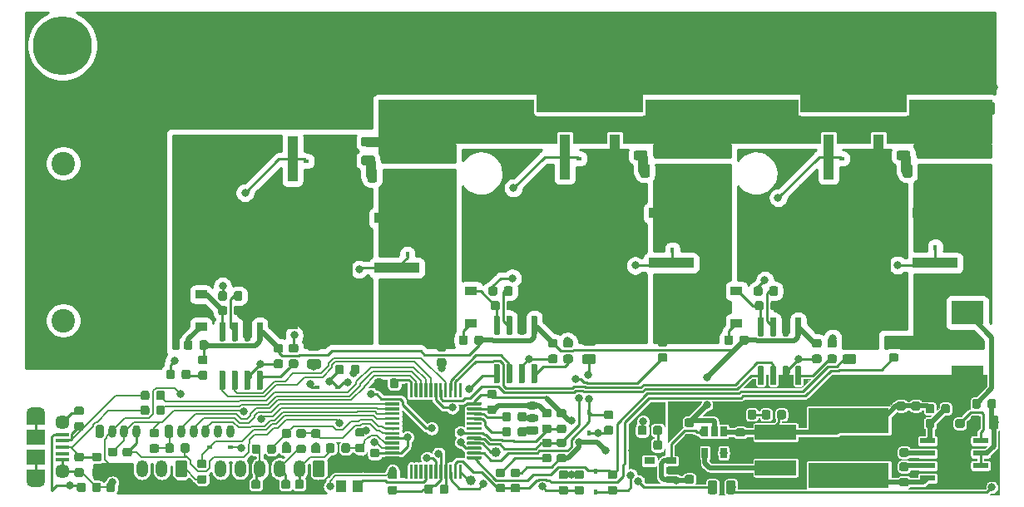
<source format=gbr>
G04 #@! TF.GenerationSoftware,KiCad,Pcbnew,(5.1.2)-2*
G04 #@! TF.CreationDate,2020-09-08T19:50:00+01:00*
G04 #@! TF.ProjectId,INV_Board,494e565f-426f-4617-9264-2e6b69636164,rev?*
G04 #@! TF.SameCoordinates,Original*
G04 #@! TF.FileFunction,Copper,L1,Top*
G04 #@! TF.FilePolarity,Positive*
%FSLAX46Y46*%
G04 Gerber Fmt 4.6, Leading zero omitted, Abs format (unit mm)*
G04 Created by KiCad (PCBNEW (5.1.2)-2) date 2020-09-08 19:50:00*
%MOMM*%
%LPD*%
G04 APERTURE LIST*
%ADD10C,0.100000*%
%ADD11C,0.875000*%
%ADD12O,0.800000X1.300000*%
%ADD13C,0.800000*%
%ADD14C,6.000000*%
%ADD15C,1.350000*%
%ADD16C,2.400000*%
%ADD17R,2.400000X2.400000*%
%ADD18O,1.200000X1.750000*%
%ADD19C,1.200000*%
%ADD20O,1.300000X0.800000*%
%ADD21C,0.975000*%
%ADD22R,0.650000X1.060000*%
%ADD23R,1.060000X0.650000*%
%ADD24R,4.200000X1.500000*%
%ADD25C,1.250000*%
%ADD26R,3.300000X2.400000*%
%ADD27R,0.450000X0.600000*%
%ADD28R,0.600000X0.450000*%
%ADD29R,9.400000X10.800000*%
%ADD30R,4.600000X1.100000*%
%ADD31R,1.100000X1.300000*%
%ADD32C,1.000000*%
%ADD33O,1.700000X1.700000*%
%ADD34R,1.700000X1.700000*%
%ADD35R,1.900000X1.200000*%
%ADD36O,1.900000X1.200000*%
%ADD37R,1.900000X1.500000*%
%ADD38C,1.450000*%
%ADD39R,1.350000X0.400000*%
%ADD40R,1.200000X0.900000*%
%ADD41R,8.200000X2.600000*%
%ADD42C,0.600000*%
%ADD43R,10.800000X9.400000*%
%ADD44R,1.100000X4.600000*%
%ADD45C,0.300000*%
%ADD46R,1.550000X0.600000*%
%ADD47R,2.950000X4.900000*%
%ADD48C,0.250000*%
%ADD49C,0.500000*%
%ADD50C,0.200000*%
%ADD51C,1.000000*%
%ADD52C,0.254000*%
G04 APERTURE END LIST*
D10*
G36*
X136027691Y-70063553D02*
G01*
X136048926Y-70066703D01*
X136069750Y-70071919D01*
X136089962Y-70079151D01*
X136109368Y-70088330D01*
X136127781Y-70099366D01*
X136145024Y-70112154D01*
X136160930Y-70126570D01*
X136175346Y-70142476D01*
X136188134Y-70159719D01*
X136199170Y-70178132D01*
X136208349Y-70197538D01*
X136215581Y-70217750D01*
X136220797Y-70238574D01*
X136223947Y-70259809D01*
X136225000Y-70281250D01*
X136225000Y-70718750D01*
X136223947Y-70740191D01*
X136220797Y-70761426D01*
X136215581Y-70782250D01*
X136208349Y-70802462D01*
X136199170Y-70821868D01*
X136188134Y-70840281D01*
X136175346Y-70857524D01*
X136160930Y-70873430D01*
X136145024Y-70887846D01*
X136127781Y-70900634D01*
X136109368Y-70911670D01*
X136089962Y-70920849D01*
X136069750Y-70928081D01*
X136048926Y-70933297D01*
X136027691Y-70936447D01*
X136006250Y-70937500D01*
X135493750Y-70937500D01*
X135472309Y-70936447D01*
X135451074Y-70933297D01*
X135430250Y-70928081D01*
X135410038Y-70920849D01*
X135390632Y-70911670D01*
X135372219Y-70900634D01*
X135354976Y-70887846D01*
X135339070Y-70873430D01*
X135324654Y-70857524D01*
X135311866Y-70840281D01*
X135300830Y-70821868D01*
X135291651Y-70802462D01*
X135284419Y-70782250D01*
X135279203Y-70761426D01*
X135276053Y-70740191D01*
X135275000Y-70718750D01*
X135275000Y-70281250D01*
X135276053Y-70259809D01*
X135279203Y-70238574D01*
X135284419Y-70217750D01*
X135291651Y-70197538D01*
X135300830Y-70178132D01*
X135311866Y-70159719D01*
X135324654Y-70142476D01*
X135339070Y-70126570D01*
X135354976Y-70112154D01*
X135372219Y-70099366D01*
X135390632Y-70088330D01*
X135410038Y-70079151D01*
X135430250Y-70071919D01*
X135451074Y-70066703D01*
X135472309Y-70063553D01*
X135493750Y-70062500D01*
X136006250Y-70062500D01*
X136027691Y-70063553D01*
X136027691Y-70063553D01*
G37*
D11*
X135750000Y-70500000D03*
D10*
G36*
X136027691Y-68488553D02*
G01*
X136048926Y-68491703D01*
X136069750Y-68496919D01*
X136089962Y-68504151D01*
X136109368Y-68513330D01*
X136127781Y-68524366D01*
X136145024Y-68537154D01*
X136160930Y-68551570D01*
X136175346Y-68567476D01*
X136188134Y-68584719D01*
X136199170Y-68603132D01*
X136208349Y-68622538D01*
X136215581Y-68642750D01*
X136220797Y-68663574D01*
X136223947Y-68684809D01*
X136225000Y-68706250D01*
X136225000Y-69143750D01*
X136223947Y-69165191D01*
X136220797Y-69186426D01*
X136215581Y-69207250D01*
X136208349Y-69227462D01*
X136199170Y-69246868D01*
X136188134Y-69265281D01*
X136175346Y-69282524D01*
X136160930Y-69298430D01*
X136145024Y-69312846D01*
X136127781Y-69325634D01*
X136109368Y-69336670D01*
X136089962Y-69345849D01*
X136069750Y-69353081D01*
X136048926Y-69358297D01*
X136027691Y-69361447D01*
X136006250Y-69362500D01*
X135493750Y-69362500D01*
X135472309Y-69361447D01*
X135451074Y-69358297D01*
X135430250Y-69353081D01*
X135410038Y-69345849D01*
X135390632Y-69336670D01*
X135372219Y-69325634D01*
X135354976Y-69312846D01*
X135339070Y-69298430D01*
X135324654Y-69282524D01*
X135311866Y-69265281D01*
X135300830Y-69246868D01*
X135291651Y-69227462D01*
X135284419Y-69207250D01*
X135279203Y-69186426D01*
X135276053Y-69165191D01*
X135275000Y-69143750D01*
X135275000Y-68706250D01*
X135276053Y-68684809D01*
X135279203Y-68663574D01*
X135284419Y-68642750D01*
X135291651Y-68622538D01*
X135300830Y-68603132D01*
X135311866Y-68584719D01*
X135324654Y-68567476D01*
X135339070Y-68551570D01*
X135354976Y-68537154D01*
X135372219Y-68524366D01*
X135390632Y-68513330D01*
X135410038Y-68504151D01*
X135430250Y-68496919D01*
X135451074Y-68491703D01*
X135472309Y-68488553D01*
X135493750Y-68487500D01*
X136006250Y-68487500D01*
X136027691Y-68488553D01*
X136027691Y-68488553D01*
G37*
D11*
X135750000Y-68925000D03*
D10*
G36*
X89852691Y-69326053D02*
G01*
X89873926Y-69329203D01*
X89894750Y-69334419D01*
X89914962Y-69341651D01*
X89934368Y-69350830D01*
X89952781Y-69361866D01*
X89970024Y-69374654D01*
X89985930Y-69389070D01*
X90000346Y-69404976D01*
X90013134Y-69422219D01*
X90024170Y-69440632D01*
X90033349Y-69460038D01*
X90040581Y-69480250D01*
X90045797Y-69501074D01*
X90048947Y-69522309D01*
X90050000Y-69543750D01*
X90050000Y-70056250D01*
X90048947Y-70077691D01*
X90045797Y-70098926D01*
X90040581Y-70119750D01*
X90033349Y-70139962D01*
X90024170Y-70159368D01*
X90013134Y-70177781D01*
X90000346Y-70195024D01*
X89985930Y-70210930D01*
X89970024Y-70225346D01*
X89952781Y-70238134D01*
X89934368Y-70249170D01*
X89914962Y-70258349D01*
X89894750Y-70265581D01*
X89873926Y-70270797D01*
X89852691Y-70273947D01*
X89831250Y-70275000D01*
X89393750Y-70275000D01*
X89372309Y-70273947D01*
X89351074Y-70270797D01*
X89330250Y-70265581D01*
X89310038Y-70258349D01*
X89290632Y-70249170D01*
X89272219Y-70238134D01*
X89254976Y-70225346D01*
X89239070Y-70210930D01*
X89224654Y-70195024D01*
X89211866Y-70177781D01*
X89200830Y-70159368D01*
X89191651Y-70139962D01*
X89184419Y-70119750D01*
X89179203Y-70098926D01*
X89176053Y-70077691D01*
X89175000Y-70056250D01*
X89175000Y-69543750D01*
X89176053Y-69522309D01*
X89179203Y-69501074D01*
X89184419Y-69480250D01*
X89191651Y-69460038D01*
X89200830Y-69440632D01*
X89211866Y-69422219D01*
X89224654Y-69404976D01*
X89239070Y-69389070D01*
X89254976Y-69374654D01*
X89272219Y-69361866D01*
X89290632Y-69350830D01*
X89310038Y-69341651D01*
X89330250Y-69334419D01*
X89351074Y-69329203D01*
X89372309Y-69326053D01*
X89393750Y-69325000D01*
X89831250Y-69325000D01*
X89852691Y-69326053D01*
X89852691Y-69326053D01*
G37*
D11*
X89612500Y-69800000D03*
D10*
G36*
X91427691Y-69326053D02*
G01*
X91448926Y-69329203D01*
X91469750Y-69334419D01*
X91489962Y-69341651D01*
X91509368Y-69350830D01*
X91527781Y-69361866D01*
X91545024Y-69374654D01*
X91560930Y-69389070D01*
X91575346Y-69404976D01*
X91588134Y-69422219D01*
X91599170Y-69440632D01*
X91608349Y-69460038D01*
X91615581Y-69480250D01*
X91620797Y-69501074D01*
X91623947Y-69522309D01*
X91625000Y-69543750D01*
X91625000Y-70056250D01*
X91623947Y-70077691D01*
X91620797Y-70098926D01*
X91615581Y-70119750D01*
X91608349Y-70139962D01*
X91599170Y-70159368D01*
X91588134Y-70177781D01*
X91575346Y-70195024D01*
X91560930Y-70210930D01*
X91545024Y-70225346D01*
X91527781Y-70238134D01*
X91509368Y-70249170D01*
X91489962Y-70258349D01*
X91469750Y-70265581D01*
X91448926Y-70270797D01*
X91427691Y-70273947D01*
X91406250Y-70275000D01*
X90968750Y-70275000D01*
X90947309Y-70273947D01*
X90926074Y-70270797D01*
X90905250Y-70265581D01*
X90885038Y-70258349D01*
X90865632Y-70249170D01*
X90847219Y-70238134D01*
X90829976Y-70225346D01*
X90814070Y-70210930D01*
X90799654Y-70195024D01*
X90786866Y-70177781D01*
X90775830Y-70159368D01*
X90766651Y-70139962D01*
X90759419Y-70119750D01*
X90754203Y-70098926D01*
X90751053Y-70077691D01*
X90750000Y-70056250D01*
X90750000Y-69543750D01*
X90751053Y-69522309D01*
X90754203Y-69501074D01*
X90759419Y-69480250D01*
X90766651Y-69460038D01*
X90775830Y-69440632D01*
X90786866Y-69422219D01*
X90799654Y-69404976D01*
X90814070Y-69389070D01*
X90829976Y-69374654D01*
X90847219Y-69361866D01*
X90865632Y-69350830D01*
X90885038Y-69341651D01*
X90905250Y-69334419D01*
X90926074Y-69329203D01*
X90947309Y-69326053D01*
X90968750Y-69325000D01*
X91406250Y-69325000D01*
X91427691Y-69326053D01*
X91427691Y-69326053D01*
G37*
D11*
X91187500Y-69800000D03*
D10*
G36*
X91427691Y-70876053D02*
G01*
X91448926Y-70879203D01*
X91469750Y-70884419D01*
X91489962Y-70891651D01*
X91509368Y-70900830D01*
X91527781Y-70911866D01*
X91545024Y-70924654D01*
X91560930Y-70939070D01*
X91575346Y-70954976D01*
X91588134Y-70972219D01*
X91599170Y-70990632D01*
X91608349Y-71010038D01*
X91615581Y-71030250D01*
X91620797Y-71051074D01*
X91623947Y-71072309D01*
X91625000Y-71093750D01*
X91625000Y-71606250D01*
X91623947Y-71627691D01*
X91620797Y-71648926D01*
X91615581Y-71669750D01*
X91608349Y-71689962D01*
X91599170Y-71709368D01*
X91588134Y-71727781D01*
X91575346Y-71745024D01*
X91560930Y-71760930D01*
X91545024Y-71775346D01*
X91527781Y-71788134D01*
X91509368Y-71799170D01*
X91489962Y-71808349D01*
X91469750Y-71815581D01*
X91448926Y-71820797D01*
X91427691Y-71823947D01*
X91406250Y-71825000D01*
X90968750Y-71825000D01*
X90947309Y-71823947D01*
X90926074Y-71820797D01*
X90905250Y-71815581D01*
X90885038Y-71808349D01*
X90865632Y-71799170D01*
X90847219Y-71788134D01*
X90829976Y-71775346D01*
X90814070Y-71760930D01*
X90799654Y-71745024D01*
X90786866Y-71727781D01*
X90775830Y-71709368D01*
X90766651Y-71689962D01*
X90759419Y-71669750D01*
X90754203Y-71648926D01*
X90751053Y-71627691D01*
X90750000Y-71606250D01*
X90750000Y-71093750D01*
X90751053Y-71072309D01*
X90754203Y-71051074D01*
X90759419Y-71030250D01*
X90766651Y-71010038D01*
X90775830Y-70990632D01*
X90786866Y-70972219D01*
X90799654Y-70954976D01*
X90814070Y-70939070D01*
X90829976Y-70924654D01*
X90847219Y-70911866D01*
X90865632Y-70900830D01*
X90885038Y-70891651D01*
X90905250Y-70884419D01*
X90926074Y-70879203D01*
X90947309Y-70876053D01*
X90968750Y-70875000D01*
X91406250Y-70875000D01*
X91427691Y-70876053D01*
X91427691Y-70876053D01*
G37*
D11*
X91187500Y-71350000D03*
D10*
G36*
X89852691Y-70876053D02*
G01*
X89873926Y-70879203D01*
X89894750Y-70884419D01*
X89914962Y-70891651D01*
X89934368Y-70900830D01*
X89952781Y-70911866D01*
X89970024Y-70924654D01*
X89985930Y-70939070D01*
X90000346Y-70954976D01*
X90013134Y-70972219D01*
X90024170Y-70990632D01*
X90033349Y-71010038D01*
X90040581Y-71030250D01*
X90045797Y-71051074D01*
X90048947Y-71072309D01*
X90050000Y-71093750D01*
X90050000Y-71606250D01*
X90048947Y-71627691D01*
X90045797Y-71648926D01*
X90040581Y-71669750D01*
X90033349Y-71689962D01*
X90024170Y-71709368D01*
X90013134Y-71727781D01*
X90000346Y-71745024D01*
X89985930Y-71760930D01*
X89970024Y-71775346D01*
X89952781Y-71788134D01*
X89934368Y-71799170D01*
X89914962Y-71808349D01*
X89894750Y-71815581D01*
X89873926Y-71820797D01*
X89852691Y-71823947D01*
X89831250Y-71825000D01*
X89393750Y-71825000D01*
X89372309Y-71823947D01*
X89351074Y-71820797D01*
X89330250Y-71815581D01*
X89310038Y-71808349D01*
X89290632Y-71799170D01*
X89272219Y-71788134D01*
X89254976Y-71775346D01*
X89239070Y-71760930D01*
X89224654Y-71745024D01*
X89211866Y-71727781D01*
X89200830Y-71709368D01*
X89191651Y-71689962D01*
X89184419Y-71669750D01*
X89179203Y-71648926D01*
X89176053Y-71627691D01*
X89175000Y-71606250D01*
X89175000Y-71093750D01*
X89176053Y-71072309D01*
X89179203Y-71051074D01*
X89184419Y-71030250D01*
X89191651Y-71010038D01*
X89200830Y-70990632D01*
X89211866Y-70972219D01*
X89224654Y-70954976D01*
X89239070Y-70939070D01*
X89254976Y-70924654D01*
X89272219Y-70911866D01*
X89290632Y-70900830D01*
X89310038Y-70891651D01*
X89330250Y-70884419D01*
X89351074Y-70879203D01*
X89372309Y-70876053D01*
X89393750Y-70875000D01*
X89831250Y-70875000D01*
X89852691Y-70876053D01*
X89852691Y-70876053D01*
G37*
D11*
X89612500Y-71350000D03*
D10*
G36*
X74977691Y-70976053D02*
G01*
X74998926Y-70979203D01*
X75019750Y-70984419D01*
X75039962Y-70991651D01*
X75059368Y-71000830D01*
X75077781Y-71011866D01*
X75095024Y-71024654D01*
X75110930Y-71039070D01*
X75125346Y-71054976D01*
X75138134Y-71072219D01*
X75149170Y-71090632D01*
X75158349Y-71110038D01*
X75165581Y-71130250D01*
X75170797Y-71151074D01*
X75173947Y-71172309D01*
X75175000Y-71193750D01*
X75175000Y-71631250D01*
X75173947Y-71652691D01*
X75170797Y-71673926D01*
X75165581Y-71694750D01*
X75158349Y-71714962D01*
X75149170Y-71734368D01*
X75138134Y-71752781D01*
X75125346Y-71770024D01*
X75110930Y-71785930D01*
X75095024Y-71800346D01*
X75077781Y-71813134D01*
X75059368Y-71824170D01*
X75039962Y-71833349D01*
X75019750Y-71840581D01*
X74998926Y-71845797D01*
X74977691Y-71848947D01*
X74956250Y-71850000D01*
X74443750Y-71850000D01*
X74422309Y-71848947D01*
X74401074Y-71845797D01*
X74380250Y-71840581D01*
X74360038Y-71833349D01*
X74340632Y-71824170D01*
X74322219Y-71813134D01*
X74304976Y-71800346D01*
X74289070Y-71785930D01*
X74274654Y-71770024D01*
X74261866Y-71752781D01*
X74250830Y-71734368D01*
X74241651Y-71714962D01*
X74234419Y-71694750D01*
X74229203Y-71673926D01*
X74226053Y-71652691D01*
X74225000Y-71631250D01*
X74225000Y-71193750D01*
X74226053Y-71172309D01*
X74229203Y-71151074D01*
X74234419Y-71130250D01*
X74241651Y-71110038D01*
X74250830Y-71090632D01*
X74261866Y-71072219D01*
X74274654Y-71054976D01*
X74289070Y-71039070D01*
X74304976Y-71024654D01*
X74322219Y-71011866D01*
X74340632Y-71000830D01*
X74360038Y-70991651D01*
X74380250Y-70984419D01*
X74401074Y-70979203D01*
X74422309Y-70976053D01*
X74443750Y-70975000D01*
X74956250Y-70975000D01*
X74977691Y-70976053D01*
X74977691Y-70976053D01*
G37*
D11*
X74700000Y-71412500D03*
D10*
G36*
X74977691Y-72551053D02*
G01*
X74998926Y-72554203D01*
X75019750Y-72559419D01*
X75039962Y-72566651D01*
X75059368Y-72575830D01*
X75077781Y-72586866D01*
X75095024Y-72599654D01*
X75110930Y-72614070D01*
X75125346Y-72629976D01*
X75138134Y-72647219D01*
X75149170Y-72665632D01*
X75158349Y-72685038D01*
X75165581Y-72705250D01*
X75170797Y-72726074D01*
X75173947Y-72747309D01*
X75175000Y-72768750D01*
X75175000Y-73206250D01*
X75173947Y-73227691D01*
X75170797Y-73248926D01*
X75165581Y-73269750D01*
X75158349Y-73289962D01*
X75149170Y-73309368D01*
X75138134Y-73327781D01*
X75125346Y-73345024D01*
X75110930Y-73360930D01*
X75095024Y-73375346D01*
X75077781Y-73388134D01*
X75059368Y-73399170D01*
X75039962Y-73408349D01*
X75019750Y-73415581D01*
X74998926Y-73420797D01*
X74977691Y-73423947D01*
X74956250Y-73425000D01*
X74443750Y-73425000D01*
X74422309Y-73423947D01*
X74401074Y-73420797D01*
X74380250Y-73415581D01*
X74360038Y-73408349D01*
X74340632Y-73399170D01*
X74322219Y-73388134D01*
X74304976Y-73375346D01*
X74289070Y-73360930D01*
X74274654Y-73345024D01*
X74261866Y-73327781D01*
X74250830Y-73309368D01*
X74241651Y-73289962D01*
X74234419Y-73269750D01*
X74229203Y-73248926D01*
X74226053Y-73227691D01*
X74225000Y-73206250D01*
X74225000Y-72768750D01*
X74226053Y-72747309D01*
X74229203Y-72726074D01*
X74234419Y-72705250D01*
X74241651Y-72685038D01*
X74250830Y-72665632D01*
X74261866Y-72647219D01*
X74274654Y-72629976D01*
X74289070Y-72614070D01*
X74304976Y-72599654D01*
X74322219Y-72586866D01*
X74340632Y-72575830D01*
X74360038Y-72566651D01*
X74380250Y-72559419D01*
X74401074Y-72554203D01*
X74422309Y-72551053D01*
X74443750Y-72550000D01*
X74956250Y-72550000D01*
X74977691Y-72551053D01*
X74977691Y-72551053D01*
G37*
D11*
X74700000Y-72987500D03*
D10*
G36*
X70477691Y-72651053D02*
G01*
X70498926Y-72654203D01*
X70519750Y-72659419D01*
X70539962Y-72666651D01*
X70559368Y-72675830D01*
X70577781Y-72686866D01*
X70595024Y-72699654D01*
X70610930Y-72714070D01*
X70625346Y-72729976D01*
X70638134Y-72747219D01*
X70649170Y-72765632D01*
X70658349Y-72785038D01*
X70665581Y-72805250D01*
X70670797Y-72826074D01*
X70673947Y-72847309D01*
X70675000Y-72868750D01*
X70675000Y-73306250D01*
X70673947Y-73327691D01*
X70670797Y-73348926D01*
X70665581Y-73369750D01*
X70658349Y-73389962D01*
X70649170Y-73409368D01*
X70638134Y-73427781D01*
X70625346Y-73445024D01*
X70610930Y-73460930D01*
X70595024Y-73475346D01*
X70577781Y-73488134D01*
X70559368Y-73499170D01*
X70539962Y-73508349D01*
X70519750Y-73515581D01*
X70498926Y-73520797D01*
X70477691Y-73523947D01*
X70456250Y-73525000D01*
X69943750Y-73525000D01*
X69922309Y-73523947D01*
X69901074Y-73520797D01*
X69880250Y-73515581D01*
X69860038Y-73508349D01*
X69840632Y-73499170D01*
X69822219Y-73488134D01*
X69804976Y-73475346D01*
X69789070Y-73460930D01*
X69774654Y-73445024D01*
X69761866Y-73427781D01*
X69750830Y-73409368D01*
X69741651Y-73389962D01*
X69734419Y-73369750D01*
X69729203Y-73348926D01*
X69726053Y-73327691D01*
X69725000Y-73306250D01*
X69725000Y-72868750D01*
X69726053Y-72847309D01*
X69729203Y-72826074D01*
X69734419Y-72805250D01*
X69741651Y-72785038D01*
X69750830Y-72765632D01*
X69761866Y-72747219D01*
X69774654Y-72729976D01*
X69789070Y-72714070D01*
X69804976Y-72699654D01*
X69822219Y-72686866D01*
X69840632Y-72675830D01*
X69860038Y-72666651D01*
X69880250Y-72659419D01*
X69901074Y-72654203D01*
X69922309Y-72651053D01*
X69943750Y-72650000D01*
X70456250Y-72650000D01*
X70477691Y-72651053D01*
X70477691Y-72651053D01*
G37*
D11*
X70200000Y-73087500D03*
D10*
G36*
X70477691Y-71076053D02*
G01*
X70498926Y-71079203D01*
X70519750Y-71084419D01*
X70539962Y-71091651D01*
X70559368Y-71100830D01*
X70577781Y-71111866D01*
X70595024Y-71124654D01*
X70610930Y-71139070D01*
X70625346Y-71154976D01*
X70638134Y-71172219D01*
X70649170Y-71190632D01*
X70658349Y-71210038D01*
X70665581Y-71230250D01*
X70670797Y-71251074D01*
X70673947Y-71272309D01*
X70675000Y-71293750D01*
X70675000Y-71731250D01*
X70673947Y-71752691D01*
X70670797Y-71773926D01*
X70665581Y-71794750D01*
X70658349Y-71814962D01*
X70649170Y-71834368D01*
X70638134Y-71852781D01*
X70625346Y-71870024D01*
X70610930Y-71885930D01*
X70595024Y-71900346D01*
X70577781Y-71913134D01*
X70559368Y-71924170D01*
X70539962Y-71933349D01*
X70519750Y-71940581D01*
X70498926Y-71945797D01*
X70477691Y-71948947D01*
X70456250Y-71950000D01*
X69943750Y-71950000D01*
X69922309Y-71948947D01*
X69901074Y-71945797D01*
X69880250Y-71940581D01*
X69860038Y-71933349D01*
X69840632Y-71924170D01*
X69822219Y-71913134D01*
X69804976Y-71900346D01*
X69789070Y-71885930D01*
X69774654Y-71870024D01*
X69761866Y-71852781D01*
X69750830Y-71834368D01*
X69741651Y-71814962D01*
X69734419Y-71794750D01*
X69729203Y-71773926D01*
X69726053Y-71752691D01*
X69725000Y-71731250D01*
X69725000Y-71293750D01*
X69726053Y-71272309D01*
X69729203Y-71251074D01*
X69734419Y-71230250D01*
X69741651Y-71210038D01*
X69750830Y-71190632D01*
X69761866Y-71172219D01*
X69774654Y-71154976D01*
X69789070Y-71139070D01*
X69804976Y-71124654D01*
X69822219Y-71111866D01*
X69840632Y-71100830D01*
X69860038Y-71091651D01*
X69880250Y-71084419D01*
X69901074Y-71079203D01*
X69922309Y-71076053D01*
X69943750Y-71075000D01*
X70456250Y-71075000D01*
X70477691Y-71076053D01*
X70477691Y-71076053D01*
G37*
D11*
X70200000Y-71512500D03*
D10*
G36*
X67477691Y-72651053D02*
G01*
X67498926Y-72654203D01*
X67519750Y-72659419D01*
X67539962Y-72666651D01*
X67559368Y-72675830D01*
X67577781Y-72686866D01*
X67595024Y-72699654D01*
X67610930Y-72714070D01*
X67625346Y-72729976D01*
X67638134Y-72747219D01*
X67649170Y-72765632D01*
X67658349Y-72785038D01*
X67665581Y-72805250D01*
X67670797Y-72826074D01*
X67673947Y-72847309D01*
X67675000Y-72868750D01*
X67675000Y-73306250D01*
X67673947Y-73327691D01*
X67670797Y-73348926D01*
X67665581Y-73369750D01*
X67658349Y-73389962D01*
X67649170Y-73409368D01*
X67638134Y-73427781D01*
X67625346Y-73445024D01*
X67610930Y-73460930D01*
X67595024Y-73475346D01*
X67577781Y-73488134D01*
X67559368Y-73499170D01*
X67539962Y-73508349D01*
X67519750Y-73515581D01*
X67498926Y-73520797D01*
X67477691Y-73523947D01*
X67456250Y-73525000D01*
X66943750Y-73525000D01*
X66922309Y-73523947D01*
X66901074Y-73520797D01*
X66880250Y-73515581D01*
X66860038Y-73508349D01*
X66840632Y-73499170D01*
X66822219Y-73488134D01*
X66804976Y-73475346D01*
X66789070Y-73460930D01*
X66774654Y-73445024D01*
X66761866Y-73427781D01*
X66750830Y-73409368D01*
X66741651Y-73389962D01*
X66734419Y-73369750D01*
X66729203Y-73348926D01*
X66726053Y-73327691D01*
X66725000Y-73306250D01*
X66725000Y-72868750D01*
X66726053Y-72847309D01*
X66729203Y-72826074D01*
X66734419Y-72805250D01*
X66741651Y-72785038D01*
X66750830Y-72765632D01*
X66761866Y-72747219D01*
X66774654Y-72729976D01*
X66789070Y-72714070D01*
X66804976Y-72699654D01*
X66822219Y-72686866D01*
X66840632Y-72675830D01*
X66860038Y-72666651D01*
X66880250Y-72659419D01*
X66901074Y-72654203D01*
X66922309Y-72651053D01*
X66943750Y-72650000D01*
X67456250Y-72650000D01*
X67477691Y-72651053D01*
X67477691Y-72651053D01*
G37*
D11*
X67200000Y-73087500D03*
D10*
G36*
X67477691Y-71076053D02*
G01*
X67498926Y-71079203D01*
X67519750Y-71084419D01*
X67539962Y-71091651D01*
X67559368Y-71100830D01*
X67577781Y-71111866D01*
X67595024Y-71124654D01*
X67610930Y-71139070D01*
X67625346Y-71154976D01*
X67638134Y-71172219D01*
X67649170Y-71190632D01*
X67658349Y-71210038D01*
X67665581Y-71230250D01*
X67670797Y-71251074D01*
X67673947Y-71272309D01*
X67675000Y-71293750D01*
X67675000Y-71731250D01*
X67673947Y-71752691D01*
X67670797Y-71773926D01*
X67665581Y-71794750D01*
X67658349Y-71814962D01*
X67649170Y-71834368D01*
X67638134Y-71852781D01*
X67625346Y-71870024D01*
X67610930Y-71885930D01*
X67595024Y-71900346D01*
X67577781Y-71913134D01*
X67559368Y-71924170D01*
X67539962Y-71933349D01*
X67519750Y-71940581D01*
X67498926Y-71945797D01*
X67477691Y-71948947D01*
X67456250Y-71950000D01*
X66943750Y-71950000D01*
X66922309Y-71948947D01*
X66901074Y-71945797D01*
X66880250Y-71940581D01*
X66860038Y-71933349D01*
X66840632Y-71924170D01*
X66822219Y-71913134D01*
X66804976Y-71900346D01*
X66789070Y-71885930D01*
X66774654Y-71870024D01*
X66761866Y-71852781D01*
X66750830Y-71834368D01*
X66741651Y-71814962D01*
X66734419Y-71794750D01*
X66729203Y-71773926D01*
X66726053Y-71752691D01*
X66725000Y-71731250D01*
X66725000Y-71293750D01*
X66726053Y-71272309D01*
X66729203Y-71251074D01*
X66734419Y-71230250D01*
X66741651Y-71210038D01*
X66750830Y-71190632D01*
X66761866Y-71172219D01*
X66774654Y-71154976D01*
X66789070Y-71139070D01*
X66804976Y-71124654D01*
X66822219Y-71111866D01*
X66840632Y-71100830D01*
X66860038Y-71091651D01*
X66880250Y-71084419D01*
X66901074Y-71079203D01*
X66922309Y-71076053D01*
X66943750Y-71075000D01*
X67456250Y-71075000D01*
X67477691Y-71076053D01*
X67477691Y-71076053D01*
G37*
D11*
X67200000Y-71512500D03*
D12*
X51950000Y-71300000D03*
X50700000Y-71300000D03*
X49450000Y-71300000D03*
D10*
G36*
X48419603Y-70650963D02*
G01*
X48439018Y-70653843D01*
X48458057Y-70658612D01*
X48476537Y-70665224D01*
X48494279Y-70673616D01*
X48511114Y-70683706D01*
X48526879Y-70695398D01*
X48541421Y-70708579D01*
X48554602Y-70723121D01*
X48566294Y-70738886D01*
X48576384Y-70755721D01*
X48584776Y-70773463D01*
X48591388Y-70791943D01*
X48596157Y-70810982D01*
X48599037Y-70830397D01*
X48600000Y-70850000D01*
X48600000Y-71750000D01*
X48599037Y-71769603D01*
X48596157Y-71789018D01*
X48591388Y-71808057D01*
X48584776Y-71826537D01*
X48576384Y-71844279D01*
X48566294Y-71861114D01*
X48554602Y-71876879D01*
X48541421Y-71891421D01*
X48526879Y-71904602D01*
X48511114Y-71916294D01*
X48494279Y-71926384D01*
X48476537Y-71934776D01*
X48458057Y-71941388D01*
X48439018Y-71946157D01*
X48419603Y-71949037D01*
X48400000Y-71950000D01*
X48000000Y-71950000D01*
X47980397Y-71949037D01*
X47960982Y-71946157D01*
X47941943Y-71941388D01*
X47923463Y-71934776D01*
X47905721Y-71926384D01*
X47888886Y-71916294D01*
X47873121Y-71904602D01*
X47858579Y-71891421D01*
X47845398Y-71876879D01*
X47833706Y-71861114D01*
X47823616Y-71844279D01*
X47815224Y-71826537D01*
X47808612Y-71808057D01*
X47803843Y-71789018D01*
X47800963Y-71769603D01*
X47800000Y-71750000D01*
X47800000Y-70850000D01*
X47800963Y-70830397D01*
X47803843Y-70810982D01*
X47808612Y-70791943D01*
X47815224Y-70773463D01*
X47823616Y-70755721D01*
X47833706Y-70738886D01*
X47845398Y-70723121D01*
X47858579Y-70708579D01*
X47873121Y-70695398D01*
X47888886Y-70683706D01*
X47905721Y-70673616D01*
X47923463Y-70665224D01*
X47941943Y-70658612D01*
X47960982Y-70653843D01*
X47980397Y-70650963D01*
X48000000Y-70650000D01*
X48400000Y-70650000D01*
X48419603Y-70650963D01*
X48419603Y-70650963D01*
G37*
D13*
X48200000Y-71300000D03*
D10*
G36*
X58877691Y-75751053D02*
G01*
X58898926Y-75754203D01*
X58919750Y-75759419D01*
X58939962Y-75766651D01*
X58959368Y-75775830D01*
X58977781Y-75786866D01*
X58995024Y-75799654D01*
X59010930Y-75814070D01*
X59025346Y-75829976D01*
X59038134Y-75847219D01*
X59049170Y-75865632D01*
X59058349Y-75885038D01*
X59065581Y-75905250D01*
X59070797Y-75926074D01*
X59073947Y-75947309D01*
X59075000Y-75968750D01*
X59075000Y-76406250D01*
X59073947Y-76427691D01*
X59070797Y-76448926D01*
X59065581Y-76469750D01*
X59058349Y-76489962D01*
X59049170Y-76509368D01*
X59038134Y-76527781D01*
X59025346Y-76545024D01*
X59010930Y-76560930D01*
X58995024Y-76575346D01*
X58977781Y-76588134D01*
X58959368Y-76599170D01*
X58939962Y-76608349D01*
X58919750Y-76615581D01*
X58898926Y-76620797D01*
X58877691Y-76623947D01*
X58856250Y-76625000D01*
X58343750Y-76625000D01*
X58322309Y-76623947D01*
X58301074Y-76620797D01*
X58280250Y-76615581D01*
X58260038Y-76608349D01*
X58240632Y-76599170D01*
X58222219Y-76588134D01*
X58204976Y-76575346D01*
X58189070Y-76560930D01*
X58174654Y-76545024D01*
X58161866Y-76527781D01*
X58150830Y-76509368D01*
X58141651Y-76489962D01*
X58134419Y-76469750D01*
X58129203Y-76448926D01*
X58126053Y-76427691D01*
X58125000Y-76406250D01*
X58125000Y-75968750D01*
X58126053Y-75947309D01*
X58129203Y-75926074D01*
X58134419Y-75905250D01*
X58141651Y-75885038D01*
X58150830Y-75865632D01*
X58161866Y-75847219D01*
X58174654Y-75829976D01*
X58189070Y-75814070D01*
X58204976Y-75799654D01*
X58222219Y-75786866D01*
X58240632Y-75775830D01*
X58260038Y-75766651D01*
X58280250Y-75759419D01*
X58301074Y-75754203D01*
X58322309Y-75751053D01*
X58343750Y-75750000D01*
X58856250Y-75750000D01*
X58877691Y-75751053D01*
X58877691Y-75751053D01*
G37*
D11*
X58600000Y-76187500D03*
D10*
G36*
X58877691Y-74176053D02*
G01*
X58898926Y-74179203D01*
X58919750Y-74184419D01*
X58939962Y-74191651D01*
X58959368Y-74200830D01*
X58977781Y-74211866D01*
X58995024Y-74224654D01*
X59010930Y-74239070D01*
X59025346Y-74254976D01*
X59038134Y-74272219D01*
X59049170Y-74290632D01*
X59058349Y-74310038D01*
X59065581Y-74330250D01*
X59070797Y-74351074D01*
X59073947Y-74372309D01*
X59075000Y-74393750D01*
X59075000Y-74831250D01*
X59073947Y-74852691D01*
X59070797Y-74873926D01*
X59065581Y-74894750D01*
X59058349Y-74914962D01*
X59049170Y-74934368D01*
X59038134Y-74952781D01*
X59025346Y-74970024D01*
X59010930Y-74985930D01*
X58995024Y-75000346D01*
X58977781Y-75013134D01*
X58959368Y-75024170D01*
X58939962Y-75033349D01*
X58919750Y-75040581D01*
X58898926Y-75045797D01*
X58877691Y-75048947D01*
X58856250Y-75050000D01*
X58343750Y-75050000D01*
X58322309Y-75048947D01*
X58301074Y-75045797D01*
X58280250Y-75040581D01*
X58260038Y-75033349D01*
X58240632Y-75024170D01*
X58222219Y-75013134D01*
X58204976Y-75000346D01*
X58189070Y-74985930D01*
X58174654Y-74970024D01*
X58161866Y-74952781D01*
X58150830Y-74934368D01*
X58141651Y-74914962D01*
X58134419Y-74894750D01*
X58129203Y-74873926D01*
X58126053Y-74852691D01*
X58125000Y-74831250D01*
X58125000Y-74393750D01*
X58126053Y-74372309D01*
X58129203Y-74351074D01*
X58134419Y-74330250D01*
X58141651Y-74310038D01*
X58150830Y-74290632D01*
X58161866Y-74272219D01*
X58174654Y-74254976D01*
X58189070Y-74239070D01*
X58204976Y-74224654D01*
X58222219Y-74211866D01*
X58240632Y-74200830D01*
X58260038Y-74191651D01*
X58280250Y-74184419D01*
X58301074Y-74179203D01*
X58322309Y-74176053D01*
X58343750Y-74175000D01*
X58856250Y-74175000D01*
X58877691Y-74176053D01*
X58877691Y-74176053D01*
G37*
D11*
X58600000Y-74612500D03*
D14*
X44400000Y-32000000D03*
X51600000Y-32000000D03*
D10*
G36*
X83949505Y-40326204D02*
G01*
X83973773Y-40329804D01*
X83997572Y-40335765D01*
X84020671Y-40344030D01*
X84042850Y-40354520D01*
X84063893Y-40367132D01*
X84083599Y-40381747D01*
X84101777Y-40398223D01*
X84118253Y-40416401D01*
X84132868Y-40436107D01*
X84145480Y-40457150D01*
X84155970Y-40479329D01*
X84164235Y-40502428D01*
X84170196Y-40526227D01*
X84173796Y-40550495D01*
X84175000Y-40574999D01*
X84175000Y-41425001D01*
X84173796Y-41449505D01*
X84170196Y-41473773D01*
X84164235Y-41497572D01*
X84155970Y-41520671D01*
X84145480Y-41542850D01*
X84132868Y-41563893D01*
X84118253Y-41583599D01*
X84101777Y-41601777D01*
X84083599Y-41618253D01*
X84063893Y-41632868D01*
X84042850Y-41645480D01*
X84020671Y-41655970D01*
X83997572Y-41664235D01*
X83973773Y-41670196D01*
X83949505Y-41673796D01*
X83925001Y-41675000D01*
X81074999Y-41675000D01*
X81050495Y-41673796D01*
X81026227Y-41670196D01*
X81002428Y-41664235D01*
X80979329Y-41655970D01*
X80957150Y-41645480D01*
X80936107Y-41632868D01*
X80916401Y-41618253D01*
X80898223Y-41601777D01*
X80881747Y-41583599D01*
X80867132Y-41563893D01*
X80854520Y-41542850D01*
X80844030Y-41520671D01*
X80835765Y-41497572D01*
X80829804Y-41473773D01*
X80826204Y-41449505D01*
X80825000Y-41425001D01*
X80825000Y-40574999D01*
X80826204Y-40550495D01*
X80829804Y-40526227D01*
X80835765Y-40502428D01*
X80844030Y-40479329D01*
X80854520Y-40457150D01*
X80867132Y-40436107D01*
X80881747Y-40416401D01*
X80898223Y-40398223D01*
X80916401Y-40381747D01*
X80936107Y-40367132D01*
X80957150Y-40354520D01*
X80979329Y-40344030D01*
X81002428Y-40335765D01*
X81026227Y-40329804D01*
X81050495Y-40326204D01*
X81074999Y-40325000D01*
X83925001Y-40325000D01*
X83949505Y-40326204D01*
X83949505Y-40326204D01*
G37*
D15*
X82500000Y-41000000D03*
D10*
G36*
X83949505Y-46126204D02*
G01*
X83973773Y-46129804D01*
X83997572Y-46135765D01*
X84020671Y-46144030D01*
X84042850Y-46154520D01*
X84063893Y-46167132D01*
X84083599Y-46181747D01*
X84101777Y-46198223D01*
X84118253Y-46216401D01*
X84132868Y-46236107D01*
X84145480Y-46257150D01*
X84155970Y-46279329D01*
X84164235Y-46302428D01*
X84170196Y-46326227D01*
X84173796Y-46350495D01*
X84175000Y-46374999D01*
X84175000Y-47225001D01*
X84173796Y-47249505D01*
X84170196Y-47273773D01*
X84164235Y-47297572D01*
X84155970Y-47320671D01*
X84145480Y-47342850D01*
X84132868Y-47363893D01*
X84118253Y-47383599D01*
X84101777Y-47401777D01*
X84083599Y-47418253D01*
X84063893Y-47432868D01*
X84042850Y-47445480D01*
X84020671Y-47455970D01*
X83997572Y-47464235D01*
X83973773Y-47470196D01*
X83949505Y-47473796D01*
X83925001Y-47475000D01*
X81074999Y-47475000D01*
X81050495Y-47473796D01*
X81026227Y-47470196D01*
X81002428Y-47464235D01*
X80979329Y-47455970D01*
X80957150Y-47445480D01*
X80936107Y-47432868D01*
X80916401Y-47418253D01*
X80898223Y-47401777D01*
X80881747Y-47383599D01*
X80867132Y-47363893D01*
X80854520Y-47342850D01*
X80844030Y-47320671D01*
X80835765Y-47297572D01*
X80829804Y-47273773D01*
X80826204Y-47249505D01*
X80825000Y-47225001D01*
X80825000Y-46374999D01*
X80826204Y-46350495D01*
X80829804Y-46326227D01*
X80835765Y-46302428D01*
X80844030Y-46279329D01*
X80854520Y-46257150D01*
X80867132Y-46236107D01*
X80881747Y-46216401D01*
X80898223Y-46198223D01*
X80916401Y-46181747D01*
X80936107Y-46167132D01*
X80957150Y-46154520D01*
X80979329Y-46144030D01*
X81002428Y-46135765D01*
X81026227Y-46129804D01*
X81050495Y-46126204D01*
X81074999Y-46125000D01*
X83925001Y-46125000D01*
X83949505Y-46126204D01*
X83949505Y-46126204D01*
G37*
D15*
X82500000Y-46800000D03*
D10*
G36*
X111949505Y-39826204D02*
G01*
X111973773Y-39829804D01*
X111997572Y-39835765D01*
X112020671Y-39844030D01*
X112042850Y-39854520D01*
X112063893Y-39867132D01*
X112083599Y-39881747D01*
X112101777Y-39898223D01*
X112118253Y-39916401D01*
X112132868Y-39936107D01*
X112145480Y-39957150D01*
X112155970Y-39979329D01*
X112164235Y-40002428D01*
X112170196Y-40026227D01*
X112173796Y-40050495D01*
X112175000Y-40074999D01*
X112175000Y-40925001D01*
X112173796Y-40949505D01*
X112170196Y-40973773D01*
X112164235Y-40997572D01*
X112155970Y-41020671D01*
X112145480Y-41042850D01*
X112132868Y-41063893D01*
X112118253Y-41083599D01*
X112101777Y-41101777D01*
X112083599Y-41118253D01*
X112063893Y-41132868D01*
X112042850Y-41145480D01*
X112020671Y-41155970D01*
X111997572Y-41164235D01*
X111973773Y-41170196D01*
X111949505Y-41173796D01*
X111925001Y-41175000D01*
X109074999Y-41175000D01*
X109050495Y-41173796D01*
X109026227Y-41170196D01*
X109002428Y-41164235D01*
X108979329Y-41155970D01*
X108957150Y-41145480D01*
X108936107Y-41132868D01*
X108916401Y-41118253D01*
X108898223Y-41101777D01*
X108881747Y-41083599D01*
X108867132Y-41063893D01*
X108854520Y-41042850D01*
X108844030Y-41020671D01*
X108835765Y-40997572D01*
X108829804Y-40973773D01*
X108826204Y-40949505D01*
X108825000Y-40925001D01*
X108825000Y-40074999D01*
X108826204Y-40050495D01*
X108829804Y-40026227D01*
X108835765Y-40002428D01*
X108844030Y-39979329D01*
X108854520Y-39957150D01*
X108867132Y-39936107D01*
X108881747Y-39916401D01*
X108898223Y-39898223D01*
X108916401Y-39881747D01*
X108936107Y-39867132D01*
X108957150Y-39854520D01*
X108979329Y-39844030D01*
X109002428Y-39835765D01*
X109026227Y-39829804D01*
X109050495Y-39826204D01*
X109074999Y-39825000D01*
X111925001Y-39825000D01*
X111949505Y-39826204D01*
X111949505Y-39826204D01*
G37*
D15*
X110500000Y-40500000D03*
D10*
G36*
X111949505Y-45626204D02*
G01*
X111973773Y-45629804D01*
X111997572Y-45635765D01*
X112020671Y-45644030D01*
X112042850Y-45654520D01*
X112063893Y-45667132D01*
X112083599Y-45681747D01*
X112101777Y-45698223D01*
X112118253Y-45716401D01*
X112132868Y-45736107D01*
X112145480Y-45757150D01*
X112155970Y-45779329D01*
X112164235Y-45802428D01*
X112170196Y-45826227D01*
X112173796Y-45850495D01*
X112175000Y-45874999D01*
X112175000Y-46725001D01*
X112173796Y-46749505D01*
X112170196Y-46773773D01*
X112164235Y-46797572D01*
X112155970Y-46820671D01*
X112145480Y-46842850D01*
X112132868Y-46863893D01*
X112118253Y-46883599D01*
X112101777Y-46901777D01*
X112083599Y-46918253D01*
X112063893Y-46932868D01*
X112042850Y-46945480D01*
X112020671Y-46955970D01*
X111997572Y-46964235D01*
X111973773Y-46970196D01*
X111949505Y-46973796D01*
X111925001Y-46975000D01*
X109074999Y-46975000D01*
X109050495Y-46973796D01*
X109026227Y-46970196D01*
X109002428Y-46964235D01*
X108979329Y-46955970D01*
X108957150Y-46945480D01*
X108936107Y-46932868D01*
X108916401Y-46918253D01*
X108898223Y-46901777D01*
X108881747Y-46883599D01*
X108867132Y-46863893D01*
X108854520Y-46842850D01*
X108844030Y-46820671D01*
X108835765Y-46797572D01*
X108829804Y-46773773D01*
X108826204Y-46749505D01*
X108825000Y-46725001D01*
X108825000Y-45874999D01*
X108826204Y-45850495D01*
X108829804Y-45826227D01*
X108835765Y-45802428D01*
X108844030Y-45779329D01*
X108854520Y-45757150D01*
X108867132Y-45736107D01*
X108881747Y-45716401D01*
X108898223Y-45698223D01*
X108916401Y-45681747D01*
X108936107Y-45667132D01*
X108957150Y-45654520D01*
X108979329Y-45644030D01*
X109002428Y-45635765D01*
X109026227Y-45629804D01*
X109050495Y-45626204D01*
X109074999Y-45625000D01*
X111925001Y-45625000D01*
X111949505Y-45626204D01*
X111949505Y-45626204D01*
G37*
D15*
X110500000Y-46300000D03*
D10*
G36*
X138449505Y-39826204D02*
G01*
X138473773Y-39829804D01*
X138497572Y-39835765D01*
X138520671Y-39844030D01*
X138542850Y-39854520D01*
X138563893Y-39867132D01*
X138583599Y-39881747D01*
X138601777Y-39898223D01*
X138618253Y-39916401D01*
X138632868Y-39936107D01*
X138645480Y-39957150D01*
X138655970Y-39979329D01*
X138664235Y-40002428D01*
X138670196Y-40026227D01*
X138673796Y-40050495D01*
X138675000Y-40074999D01*
X138675000Y-40925001D01*
X138673796Y-40949505D01*
X138670196Y-40973773D01*
X138664235Y-40997572D01*
X138655970Y-41020671D01*
X138645480Y-41042850D01*
X138632868Y-41063893D01*
X138618253Y-41083599D01*
X138601777Y-41101777D01*
X138583599Y-41118253D01*
X138563893Y-41132868D01*
X138542850Y-41145480D01*
X138520671Y-41155970D01*
X138497572Y-41164235D01*
X138473773Y-41170196D01*
X138449505Y-41173796D01*
X138425001Y-41175000D01*
X135574999Y-41175000D01*
X135550495Y-41173796D01*
X135526227Y-41170196D01*
X135502428Y-41164235D01*
X135479329Y-41155970D01*
X135457150Y-41145480D01*
X135436107Y-41132868D01*
X135416401Y-41118253D01*
X135398223Y-41101777D01*
X135381747Y-41083599D01*
X135367132Y-41063893D01*
X135354520Y-41042850D01*
X135344030Y-41020671D01*
X135335765Y-40997572D01*
X135329804Y-40973773D01*
X135326204Y-40949505D01*
X135325000Y-40925001D01*
X135325000Y-40074999D01*
X135326204Y-40050495D01*
X135329804Y-40026227D01*
X135335765Y-40002428D01*
X135344030Y-39979329D01*
X135354520Y-39957150D01*
X135367132Y-39936107D01*
X135381747Y-39916401D01*
X135398223Y-39898223D01*
X135416401Y-39881747D01*
X135436107Y-39867132D01*
X135457150Y-39854520D01*
X135479329Y-39844030D01*
X135502428Y-39835765D01*
X135526227Y-39829804D01*
X135550495Y-39826204D01*
X135574999Y-39825000D01*
X138425001Y-39825000D01*
X138449505Y-39826204D01*
X138449505Y-39826204D01*
G37*
D15*
X137000000Y-40500000D03*
D10*
G36*
X138449505Y-45626204D02*
G01*
X138473773Y-45629804D01*
X138497572Y-45635765D01*
X138520671Y-45644030D01*
X138542850Y-45654520D01*
X138563893Y-45667132D01*
X138583599Y-45681747D01*
X138601777Y-45698223D01*
X138618253Y-45716401D01*
X138632868Y-45736107D01*
X138645480Y-45757150D01*
X138655970Y-45779329D01*
X138664235Y-45802428D01*
X138670196Y-45826227D01*
X138673796Y-45850495D01*
X138675000Y-45874999D01*
X138675000Y-46725001D01*
X138673796Y-46749505D01*
X138670196Y-46773773D01*
X138664235Y-46797572D01*
X138655970Y-46820671D01*
X138645480Y-46842850D01*
X138632868Y-46863893D01*
X138618253Y-46883599D01*
X138601777Y-46901777D01*
X138583599Y-46918253D01*
X138563893Y-46932868D01*
X138542850Y-46945480D01*
X138520671Y-46955970D01*
X138497572Y-46964235D01*
X138473773Y-46970196D01*
X138449505Y-46973796D01*
X138425001Y-46975000D01*
X135574999Y-46975000D01*
X135550495Y-46973796D01*
X135526227Y-46970196D01*
X135502428Y-46964235D01*
X135479329Y-46955970D01*
X135457150Y-46945480D01*
X135436107Y-46932868D01*
X135416401Y-46918253D01*
X135398223Y-46901777D01*
X135381747Y-46883599D01*
X135367132Y-46863893D01*
X135354520Y-46842850D01*
X135344030Y-46820671D01*
X135335765Y-46797572D01*
X135329804Y-46773773D01*
X135326204Y-46749505D01*
X135325000Y-46725001D01*
X135325000Y-45874999D01*
X135326204Y-45850495D01*
X135329804Y-45826227D01*
X135335765Y-45802428D01*
X135344030Y-45779329D01*
X135354520Y-45757150D01*
X135367132Y-45736107D01*
X135381747Y-45716401D01*
X135398223Y-45698223D01*
X135416401Y-45681747D01*
X135436107Y-45667132D01*
X135457150Y-45654520D01*
X135479329Y-45644030D01*
X135502428Y-45635765D01*
X135526227Y-45629804D01*
X135550495Y-45626204D01*
X135574999Y-45625000D01*
X138425001Y-45625000D01*
X138449505Y-45626204D01*
X138449505Y-45626204D01*
G37*
D15*
X137000000Y-46300000D03*
D10*
G36*
X79949505Y-40326204D02*
G01*
X79973773Y-40329804D01*
X79997572Y-40335765D01*
X80020671Y-40344030D01*
X80042850Y-40354520D01*
X80063893Y-40367132D01*
X80083599Y-40381747D01*
X80101777Y-40398223D01*
X80118253Y-40416401D01*
X80132868Y-40436107D01*
X80145480Y-40457150D01*
X80155970Y-40479329D01*
X80164235Y-40502428D01*
X80170196Y-40526227D01*
X80173796Y-40550495D01*
X80175000Y-40574999D01*
X80175000Y-41425001D01*
X80173796Y-41449505D01*
X80170196Y-41473773D01*
X80164235Y-41497572D01*
X80155970Y-41520671D01*
X80145480Y-41542850D01*
X80132868Y-41563893D01*
X80118253Y-41583599D01*
X80101777Y-41601777D01*
X80083599Y-41618253D01*
X80063893Y-41632868D01*
X80042850Y-41645480D01*
X80020671Y-41655970D01*
X79997572Y-41664235D01*
X79973773Y-41670196D01*
X79949505Y-41673796D01*
X79925001Y-41675000D01*
X77074999Y-41675000D01*
X77050495Y-41673796D01*
X77026227Y-41670196D01*
X77002428Y-41664235D01*
X76979329Y-41655970D01*
X76957150Y-41645480D01*
X76936107Y-41632868D01*
X76916401Y-41618253D01*
X76898223Y-41601777D01*
X76881747Y-41583599D01*
X76867132Y-41563893D01*
X76854520Y-41542850D01*
X76844030Y-41520671D01*
X76835765Y-41497572D01*
X76829804Y-41473773D01*
X76826204Y-41449505D01*
X76825000Y-41425001D01*
X76825000Y-40574999D01*
X76826204Y-40550495D01*
X76829804Y-40526227D01*
X76835765Y-40502428D01*
X76844030Y-40479329D01*
X76854520Y-40457150D01*
X76867132Y-40436107D01*
X76881747Y-40416401D01*
X76898223Y-40398223D01*
X76916401Y-40381747D01*
X76936107Y-40367132D01*
X76957150Y-40354520D01*
X76979329Y-40344030D01*
X77002428Y-40335765D01*
X77026227Y-40329804D01*
X77050495Y-40326204D01*
X77074999Y-40325000D01*
X79925001Y-40325000D01*
X79949505Y-40326204D01*
X79949505Y-40326204D01*
G37*
D15*
X78500000Y-41000000D03*
D10*
G36*
X79949505Y-46126204D02*
G01*
X79973773Y-46129804D01*
X79997572Y-46135765D01*
X80020671Y-46144030D01*
X80042850Y-46154520D01*
X80063893Y-46167132D01*
X80083599Y-46181747D01*
X80101777Y-46198223D01*
X80118253Y-46216401D01*
X80132868Y-46236107D01*
X80145480Y-46257150D01*
X80155970Y-46279329D01*
X80164235Y-46302428D01*
X80170196Y-46326227D01*
X80173796Y-46350495D01*
X80175000Y-46374999D01*
X80175000Y-47225001D01*
X80173796Y-47249505D01*
X80170196Y-47273773D01*
X80164235Y-47297572D01*
X80155970Y-47320671D01*
X80145480Y-47342850D01*
X80132868Y-47363893D01*
X80118253Y-47383599D01*
X80101777Y-47401777D01*
X80083599Y-47418253D01*
X80063893Y-47432868D01*
X80042850Y-47445480D01*
X80020671Y-47455970D01*
X79997572Y-47464235D01*
X79973773Y-47470196D01*
X79949505Y-47473796D01*
X79925001Y-47475000D01*
X77074999Y-47475000D01*
X77050495Y-47473796D01*
X77026227Y-47470196D01*
X77002428Y-47464235D01*
X76979329Y-47455970D01*
X76957150Y-47445480D01*
X76936107Y-47432868D01*
X76916401Y-47418253D01*
X76898223Y-47401777D01*
X76881747Y-47383599D01*
X76867132Y-47363893D01*
X76854520Y-47342850D01*
X76844030Y-47320671D01*
X76835765Y-47297572D01*
X76829804Y-47273773D01*
X76826204Y-47249505D01*
X76825000Y-47225001D01*
X76825000Y-46374999D01*
X76826204Y-46350495D01*
X76829804Y-46326227D01*
X76835765Y-46302428D01*
X76844030Y-46279329D01*
X76854520Y-46257150D01*
X76867132Y-46236107D01*
X76881747Y-46216401D01*
X76898223Y-46198223D01*
X76916401Y-46181747D01*
X76936107Y-46167132D01*
X76957150Y-46154520D01*
X76979329Y-46144030D01*
X77002428Y-46135765D01*
X77026227Y-46129804D01*
X77050495Y-46126204D01*
X77074999Y-46125000D01*
X79925001Y-46125000D01*
X79949505Y-46126204D01*
X79949505Y-46126204D01*
G37*
D15*
X78500000Y-46800000D03*
D10*
G36*
X107949505Y-39826204D02*
G01*
X107973773Y-39829804D01*
X107997572Y-39835765D01*
X108020671Y-39844030D01*
X108042850Y-39854520D01*
X108063893Y-39867132D01*
X108083599Y-39881747D01*
X108101777Y-39898223D01*
X108118253Y-39916401D01*
X108132868Y-39936107D01*
X108145480Y-39957150D01*
X108155970Y-39979329D01*
X108164235Y-40002428D01*
X108170196Y-40026227D01*
X108173796Y-40050495D01*
X108175000Y-40074999D01*
X108175000Y-40925001D01*
X108173796Y-40949505D01*
X108170196Y-40973773D01*
X108164235Y-40997572D01*
X108155970Y-41020671D01*
X108145480Y-41042850D01*
X108132868Y-41063893D01*
X108118253Y-41083599D01*
X108101777Y-41101777D01*
X108083599Y-41118253D01*
X108063893Y-41132868D01*
X108042850Y-41145480D01*
X108020671Y-41155970D01*
X107997572Y-41164235D01*
X107973773Y-41170196D01*
X107949505Y-41173796D01*
X107925001Y-41175000D01*
X105074999Y-41175000D01*
X105050495Y-41173796D01*
X105026227Y-41170196D01*
X105002428Y-41164235D01*
X104979329Y-41155970D01*
X104957150Y-41145480D01*
X104936107Y-41132868D01*
X104916401Y-41118253D01*
X104898223Y-41101777D01*
X104881747Y-41083599D01*
X104867132Y-41063893D01*
X104854520Y-41042850D01*
X104844030Y-41020671D01*
X104835765Y-40997572D01*
X104829804Y-40973773D01*
X104826204Y-40949505D01*
X104825000Y-40925001D01*
X104825000Y-40074999D01*
X104826204Y-40050495D01*
X104829804Y-40026227D01*
X104835765Y-40002428D01*
X104844030Y-39979329D01*
X104854520Y-39957150D01*
X104867132Y-39936107D01*
X104881747Y-39916401D01*
X104898223Y-39898223D01*
X104916401Y-39881747D01*
X104936107Y-39867132D01*
X104957150Y-39854520D01*
X104979329Y-39844030D01*
X105002428Y-39835765D01*
X105026227Y-39829804D01*
X105050495Y-39826204D01*
X105074999Y-39825000D01*
X107925001Y-39825000D01*
X107949505Y-39826204D01*
X107949505Y-39826204D01*
G37*
D15*
X106500000Y-40500000D03*
D10*
G36*
X107949505Y-45626204D02*
G01*
X107973773Y-45629804D01*
X107997572Y-45635765D01*
X108020671Y-45644030D01*
X108042850Y-45654520D01*
X108063893Y-45667132D01*
X108083599Y-45681747D01*
X108101777Y-45698223D01*
X108118253Y-45716401D01*
X108132868Y-45736107D01*
X108145480Y-45757150D01*
X108155970Y-45779329D01*
X108164235Y-45802428D01*
X108170196Y-45826227D01*
X108173796Y-45850495D01*
X108175000Y-45874999D01*
X108175000Y-46725001D01*
X108173796Y-46749505D01*
X108170196Y-46773773D01*
X108164235Y-46797572D01*
X108155970Y-46820671D01*
X108145480Y-46842850D01*
X108132868Y-46863893D01*
X108118253Y-46883599D01*
X108101777Y-46901777D01*
X108083599Y-46918253D01*
X108063893Y-46932868D01*
X108042850Y-46945480D01*
X108020671Y-46955970D01*
X107997572Y-46964235D01*
X107973773Y-46970196D01*
X107949505Y-46973796D01*
X107925001Y-46975000D01*
X105074999Y-46975000D01*
X105050495Y-46973796D01*
X105026227Y-46970196D01*
X105002428Y-46964235D01*
X104979329Y-46955970D01*
X104957150Y-46945480D01*
X104936107Y-46932868D01*
X104916401Y-46918253D01*
X104898223Y-46901777D01*
X104881747Y-46883599D01*
X104867132Y-46863893D01*
X104854520Y-46842850D01*
X104844030Y-46820671D01*
X104835765Y-46797572D01*
X104829804Y-46773773D01*
X104826204Y-46749505D01*
X104825000Y-46725001D01*
X104825000Y-45874999D01*
X104826204Y-45850495D01*
X104829804Y-45826227D01*
X104835765Y-45802428D01*
X104844030Y-45779329D01*
X104854520Y-45757150D01*
X104867132Y-45736107D01*
X104881747Y-45716401D01*
X104898223Y-45698223D01*
X104916401Y-45681747D01*
X104936107Y-45667132D01*
X104957150Y-45654520D01*
X104979329Y-45644030D01*
X105002428Y-45635765D01*
X105026227Y-45629804D01*
X105050495Y-45626204D01*
X105074999Y-45625000D01*
X107925001Y-45625000D01*
X107949505Y-45626204D01*
X107949505Y-45626204D01*
G37*
D15*
X106500000Y-46300000D03*
D10*
G36*
X134449505Y-39826204D02*
G01*
X134473773Y-39829804D01*
X134497572Y-39835765D01*
X134520671Y-39844030D01*
X134542850Y-39854520D01*
X134563893Y-39867132D01*
X134583599Y-39881747D01*
X134601777Y-39898223D01*
X134618253Y-39916401D01*
X134632868Y-39936107D01*
X134645480Y-39957150D01*
X134655970Y-39979329D01*
X134664235Y-40002428D01*
X134670196Y-40026227D01*
X134673796Y-40050495D01*
X134675000Y-40074999D01*
X134675000Y-40925001D01*
X134673796Y-40949505D01*
X134670196Y-40973773D01*
X134664235Y-40997572D01*
X134655970Y-41020671D01*
X134645480Y-41042850D01*
X134632868Y-41063893D01*
X134618253Y-41083599D01*
X134601777Y-41101777D01*
X134583599Y-41118253D01*
X134563893Y-41132868D01*
X134542850Y-41145480D01*
X134520671Y-41155970D01*
X134497572Y-41164235D01*
X134473773Y-41170196D01*
X134449505Y-41173796D01*
X134425001Y-41175000D01*
X131574999Y-41175000D01*
X131550495Y-41173796D01*
X131526227Y-41170196D01*
X131502428Y-41164235D01*
X131479329Y-41155970D01*
X131457150Y-41145480D01*
X131436107Y-41132868D01*
X131416401Y-41118253D01*
X131398223Y-41101777D01*
X131381747Y-41083599D01*
X131367132Y-41063893D01*
X131354520Y-41042850D01*
X131344030Y-41020671D01*
X131335765Y-40997572D01*
X131329804Y-40973773D01*
X131326204Y-40949505D01*
X131325000Y-40925001D01*
X131325000Y-40074999D01*
X131326204Y-40050495D01*
X131329804Y-40026227D01*
X131335765Y-40002428D01*
X131344030Y-39979329D01*
X131354520Y-39957150D01*
X131367132Y-39936107D01*
X131381747Y-39916401D01*
X131398223Y-39898223D01*
X131416401Y-39881747D01*
X131436107Y-39867132D01*
X131457150Y-39854520D01*
X131479329Y-39844030D01*
X131502428Y-39835765D01*
X131526227Y-39829804D01*
X131550495Y-39826204D01*
X131574999Y-39825000D01*
X134425001Y-39825000D01*
X134449505Y-39826204D01*
X134449505Y-39826204D01*
G37*
D15*
X133000000Y-40500000D03*
D10*
G36*
X134449505Y-45626204D02*
G01*
X134473773Y-45629804D01*
X134497572Y-45635765D01*
X134520671Y-45644030D01*
X134542850Y-45654520D01*
X134563893Y-45667132D01*
X134583599Y-45681747D01*
X134601777Y-45698223D01*
X134618253Y-45716401D01*
X134632868Y-45736107D01*
X134645480Y-45757150D01*
X134655970Y-45779329D01*
X134664235Y-45802428D01*
X134670196Y-45826227D01*
X134673796Y-45850495D01*
X134675000Y-45874999D01*
X134675000Y-46725001D01*
X134673796Y-46749505D01*
X134670196Y-46773773D01*
X134664235Y-46797572D01*
X134655970Y-46820671D01*
X134645480Y-46842850D01*
X134632868Y-46863893D01*
X134618253Y-46883599D01*
X134601777Y-46901777D01*
X134583599Y-46918253D01*
X134563893Y-46932868D01*
X134542850Y-46945480D01*
X134520671Y-46955970D01*
X134497572Y-46964235D01*
X134473773Y-46970196D01*
X134449505Y-46973796D01*
X134425001Y-46975000D01*
X131574999Y-46975000D01*
X131550495Y-46973796D01*
X131526227Y-46970196D01*
X131502428Y-46964235D01*
X131479329Y-46955970D01*
X131457150Y-46945480D01*
X131436107Y-46932868D01*
X131416401Y-46918253D01*
X131398223Y-46901777D01*
X131381747Y-46883599D01*
X131367132Y-46863893D01*
X131354520Y-46842850D01*
X131344030Y-46820671D01*
X131335765Y-46797572D01*
X131329804Y-46773773D01*
X131326204Y-46749505D01*
X131325000Y-46725001D01*
X131325000Y-45874999D01*
X131326204Y-45850495D01*
X131329804Y-45826227D01*
X131335765Y-45802428D01*
X131344030Y-45779329D01*
X131354520Y-45757150D01*
X131367132Y-45736107D01*
X131381747Y-45716401D01*
X131398223Y-45698223D01*
X131416401Y-45681747D01*
X131436107Y-45667132D01*
X131457150Y-45654520D01*
X131479329Y-45644030D01*
X131502428Y-45635765D01*
X131526227Y-45629804D01*
X131550495Y-45626204D01*
X131574999Y-45625000D01*
X134425001Y-45625000D01*
X134449505Y-45626204D01*
X134449505Y-45626204D01*
G37*
D15*
X133000000Y-46300000D03*
D16*
X44500000Y-60000000D03*
D17*
X52000000Y-60000000D03*
D16*
X44500000Y-44000000D03*
D17*
X52000000Y-44000000D03*
D18*
X52500000Y-75100000D03*
X54500000Y-75100000D03*
D10*
G36*
X56874505Y-74226204D02*
G01*
X56898773Y-74229804D01*
X56922572Y-74235765D01*
X56945671Y-74244030D01*
X56967850Y-74254520D01*
X56988893Y-74267132D01*
X57008599Y-74281747D01*
X57026777Y-74298223D01*
X57043253Y-74316401D01*
X57057868Y-74336107D01*
X57070480Y-74357150D01*
X57080970Y-74379329D01*
X57089235Y-74402428D01*
X57095196Y-74426227D01*
X57098796Y-74450495D01*
X57100000Y-74474999D01*
X57100000Y-75725001D01*
X57098796Y-75749505D01*
X57095196Y-75773773D01*
X57089235Y-75797572D01*
X57080970Y-75820671D01*
X57070480Y-75842850D01*
X57057868Y-75863893D01*
X57043253Y-75883599D01*
X57026777Y-75901777D01*
X57008599Y-75918253D01*
X56988893Y-75932868D01*
X56967850Y-75945480D01*
X56945671Y-75955970D01*
X56922572Y-75964235D01*
X56898773Y-75970196D01*
X56874505Y-75973796D01*
X56850001Y-75975000D01*
X56149999Y-75975000D01*
X56125495Y-75973796D01*
X56101227Y-75970196D01*
X56077428Y-75964235D01*
X56054329Y-75955970D01*
X56032150Y-75945480D01*
X56011107Y-75932868D01*
X55991401Y-75918253D01*
X55973223Y-75901777D01*
X55956747Y-75883599D01*
X55942132Y-75863893D01*
X55929520Y-75842850D01*
X55919030Y-75820671D01*
X55910765Y-75797572D01*
X55904804Y-75773773D01*
X55901204Y-75749505D01*
X55900000Y-75725001D01*
X55900000Y-74474999D01*
X55901204Y-74450495D01*
X55904804Y-74426227D01*
X55910765Y-74402428D01*
X55919030Y-74379329D01*
X55929520Y-74357150D01*
X55942132Y-74336107D01*
X55956747Y-74316401D01*
X55973223Y-74298223D01*
X55991401Y-74281747D01*
X56011107Y-74267132D01*
X56032150Y-74254520D01*
X56054329Y-74244030D01*
X56077428Y-74235765D01*
X56101227Y-74229804D01*
X56125495Y-74226204D01*
X56149999Y-74225000D01*
X56850001Y-74225000D01*
X56874505Y-74226204D01*
X56874505Y-74226204D01*
G37*
D19*
X56500000Y-75100000D03*
D12*
X61500000Y-71300000D03*
X60250000Y-71300000D03*
X59000000Y-71300000D03*
X57750000Y-71300000D03*
X56500000Y-71300000D03*
D10*
G36*
X55469603Y-70650963D02*
G01*
X55489018Y-70653843D01*
X55508057Y-70658612D01*
X55526537Y-70665224D01*
X55544279Y-70673616D01*
X55561114Y-70683706D01*
X55576879Y-70695398D01*
X55591421Y-70708579D01*
X55604602Y-70723121D01*
X55616294Y-70738886D01*
X55626384Y-70755721D01*
X55634776Y-70773463D01*
X55641388Y-70791943D01*
X55646157Y-70810982D01*
X55649037Y-70830397D01*
X55650000Y-70850000D01*
X55650000Y-71750000D01*
X55649037Y-71769603D01*
X55646157Y-71789018D01*
X55641388Y-71808057D01*
X55634776Y-71826537D01*
X55626384Y-71844279D01*
X55616294Y-71861114D01*
X55604602Y-71876879D01*
X55591421Y-71891421D01*
X55576879Y-71904602D01*
X55561114Y-71916294D01*
X55544279Y-71926384D01*
X55526537Y-71934776D01*
X55508057Y-71941388D01*
X55489018Y-71946157D01*
X55469603Y-71949037D01*
X55450000Y-71950000D01*
X55050000Y-71950000D01*
X55030397Y-71949037D01*
X55010982Y-71946157D01*
X54991943Y-71941388D01*
X54973463Y-71934776D01*
X54955721Y-71926384D01*
X54938886Y-71916294D01*
X54923121Y-71904602D01*
X54908579Y-71891421D01*
X54895398Y-71876879D01*
X54883706Y-71861114D01*
X54873616Y-71844279D01*
X54865224Y-71826537D01*
X54858612Y-71808057D01*
X54853843Y-71789018D01*
X54850963Y-71769603D01*
X54850000Y-71750000D01*
X54850000Y-70850000D01*
X54850963Y-70830397D01*
X54853843Y-70810982D01*
X54858612Y-70791943D01*
X54865224Y-70773463D01*
X54873616Y-70755721D01*
X54883706Y-70738886D01*
X54895398Y-70723121D01*
X54908579Y-70708579D01*
X54923121Y-70695398D01*
X54938886Y-70683706D01*
X54955721Y-70673616D01*
X54973463Y-70665224D01*
X54991943Y-70658612D01*
X55010982Y-70653843D01*
X55030397Y-70650963D01*
X55050000Y-70650000D01*
X55450000Y-70650000D01*
X55469603Y-70650963D01*
X55469603Y-70650963D01*
G37*
D13*
X55250000Y-71300000D03*
D10*
G36*
X51277691Y-72976053D02*
G01*
X51298926Y-72979203D01*
X51319750Y-72984419D01*
X51339962Y-72991651D01*
X51359368Y-73000830D01*
X51377781Y-73011866D01*
X51395024Y-73024654D01*
X51410930Y-73039070D01*
X51425346Y-73054976D01*
X51438134Y-73072219D01*
X51449170Y-73090632D01*
X51458349Y-73110038D01*
X51465581Y-73130250D01*
X51470797Y-73151074D01*
X51473947Y-73172309D01*
X51475000Y-73193750D01*
X51475000Y-73631250D01*
X51473947Y-73652691D01*
X51470797Y-73673926D01*
X51465581Y-73694750D01*
X51458349Y-73714962D01*
X51449170Y-73734368D01*
X51438134Y-73752781D01*
X51425346Y-73770024D01*
X51410930Y-73785930D01*
X51395024Y-73800346D01*
X51377781Y-73813134D01*
X51359368Y-73824170D01*
X51339962Y-73833349D01*
X51319750Y-73840581D01*
X51298926Y-73845797D01*
X51277691Y-73848947D01*
X51256250Y-73850000D01*
X50743750Y-73850000D01*
X50722309Y-73848947D01*
X50701074Y-73845797D01*
X50680250Y-73840581D01*
X50660038Y-73833349D01*
X50640632Y-73824170D01*
X50622219Y-73813134D01*
X50604976Y-73800346D01*
X50589070Y-73785930D01*
X50574654Y-73770024D01*
X50561866Y-73752781D01*
X50550830Y-73734368D01*
X50541651Y-73714962D01*
X50534419Y-73694750D01*
X50529203Y-73673926D01*
X50526053Y-73652691D01*
X50525000Y-73631250D01*
X50525000Y-73193750D01*
X50526053Y-73172309D01*
X50529203Y-73151074D01*
X50534419Y-73130250D01*
X50541651Y-73110038D01*
X50550830Y-73090632D01*
X50561866Y-73072219D01*
X50574654Y-73054976D01*
X50589070Y-73039070D01*
X50604976Y-73024654D01*
X50622219Y-73011866D01*
X50640632Y-73000830D01*
X50660038Y-72991651D01*
X50680250Y-72984419D01*
X50701074Y-72979203D01*
X50722309Y-72976053D01*
X50743750Y-72975000D01*
X51256250Y-72975000D01*
X51277691Y-72976053D01*
X51277691Y-72976053D01*
G37*
D11*
X51000000Y-73412500D03*
D10*
G36*
X51277691Y-74551053D02*
G01*
X51298926Y-74554203D01*
X51319750Y-74559419D01*
X51339962Y-74566651D01*
X51359368Y-74575830D01*
X51377781Y-74586866D01*
X51395024Y-74599654D01*
X51410930Y-74614070D01*
X51425346Y-74629976D01*
X51438134Y-74647219D01*
X51449170Y-74665632D01*
X51458349Y-74685038D01*
X51465581Y-74705250D01*
X51470797Y-74726074D01*
X51473947Y-74747309D01*
X51475000Y-74768750D01*
X51475000Y-75206250D01*
X51473947Y-75227691D01*
X51470797Y-75248926D01*
X51465581Y-75269750D01*
X51458349Y-75289962D01*
X51449170Y-75309368D01*
X51438134Y-75327781D01*
X51425346Y-75345024D01*
X51410930Y-75360930D01*
X51395024Y-75375346D01*
X51377781Y-75388134D01*
X51359368Y-75399170D01*
X51339962Y-75408349D01*
X51319750Y-75415581D01*
X51298926Y-75420797D01*
X51277691Y-75423947D01*
X51256250Y-75425000D01*
X50743750Y-75425000D01*
X50722309Y-75423947D01*
X50701074Y-75420797D01*
X50680250Y-75415581D01*
X50660038Y-75408349D01*
X50640632Y-75399170D01*
X50622219Y-75388134D01*
X50604976Y-75375346D01*
X50589070Y-75360930D01*
X50574654Y-75345024D01*
X50561866Y-75327781D01*
X50550830Y-75309368D01*
X50541651Y-75289962D01*
X50534419Y-75269750D01*
X50529203Y-75248926D01*
X50526053Y-75227691D01*
X50525000Y-75206250D01*
X50525000Y-74768750D01*
X50526053Y-74747309D01*
X50529203Y-74726074D01*
X50534419Y-74705250D01*
X50541651Y-74685038D01*
X50550830Y-74665632D01*
X50561866Y-74647219D01*
X50574654Y-74629976D01*
X50589070Y-74614070D01*
X50604976Y-74599654D01*
X50622219Y-74586866D01*
X50640632Y-74575830D01*
X50660038Y-74566651D01*
X50680250Y-74559419D01*
X50701074Y-74554203D01*
X50722309Y-74551053D01*
X50743750Y-74550000D01*
X51256250Y-74550000D01*
X51277691Y-74551053D01*
X51277691Y-74551053D01*
G37*
D11*
X51000000Y-74987500D03*
D20*
X92200000Y-68700000D03*
X92200000Y-69950000D03*
D10*
G36*
X92669603Y-70800963D02*
G01*
X92689018Y-70803843D01*
X92708057Y-70808612D01*
X92726537Y-70815224D01*
X92744279Y-70823616D01*
X92761114Y-70833706D01*
X92776879Y-70845398D01*
X92791421Y-70858579D01*
X92804602Y-70873121D01*
X92816294Y-70888886D01*
X92826384Y-70905721D01*
X92834776Y-70923463D01*
X92841388Y-70941943D01*
X92846157Y-70960982D01*
X92849037Y-70980397D01*
X92850000Y-71000000D01*
X92850000Y-71400000D01*
X92849037Y-71419603D01*
X92846157Y-71439018D01*
X92841388Y-71458057D01*
X92834776Y-71476537D01*
X92826384Y-71494279D01*
X92816294Y-71511114D01*
X92804602Y-71526879D01*
X92791421Y-71541421D01*
X92776879Y-71554602D01*
X92761114Y-71566294D01*
X92744279Y-71576384D01*
X92726537Y-71584776D01*
X92708057Y-71591388D01*
X92689018Y-71596157D01*
X92669603Y-71599037D01*
X92650000Y-71600000D01*
X91750000Y-71600000D01*
X91730397Y-71599037D01*
X91710982Y-71596157D01*
X91691943Y-71591388D01*
X91673463Y-71584776D01*
X91655721Y-71576384D01*
X91638886Y-71566294D01*
X91623121Y-71554602D01*
X91608579Y-71541421D01*
X91595398Y-71526879D01*
X91583706Y-71511114D01*
X91573616Y-71494279D01*
X91565224Y-71476537D01*
X91558612Y-71458057D01*
X91553843Y-71439018D01*
X91550963Y-71419603D01*
X91550000Y-71400000D01*
X91550000Y-71000000D01*
X91550963Y-70980397D01*
X91553843Y-70960982D01*
X91558612Y-70941943D01*
X91565224Y-70923463D01*
X91573616Y-70905721D01*
X91583706Y-70888886D01*
X91595398Y-70873121D01*
X91608579Y-70858579D01*
X91623121Y-70845398D01*
X91638886Y-70833706D01*
X91655721Y-70823616D01*
X91673463Y-70815224D01*
X91691943Y-70808612D01*
X91710982Y-70803843D01*
X91730397Y-70800963D01*
X91750000Y-70800000D01*
X92650000Y-70800000D01*
X92669603Y-70800963D01*
X92669603Y-70800963D01*
G37*
D13*
X92200000Y-71200000D03*
D18*
X60500000Y-75100000D03*
X62500000Y-75100000D03*
X64500000Y-75100000D03*
X66500000Y-75100000D03*
X68500000Y-75100000D03*
D10*
G36*
X70874505Y-74226204D02*
G01*
X70898773Y-74229804D01*
X70922572Y-74235765D01*
X70945671Y-74244030D01*
X70967850Y-74254520D01*
X70988893Y-74267132D01*
X71008599Y-74281747D01*
X71026777Y-74298223D01*
X71043253Y-74316401D01*
X71057868Y-74336107D01*
X71070480Y-74357150D01*
X71080970Y-74379329D01*
X71089235Y-74402428D01*
X71095196Y-74426227D01*
X71098796Y-74450495D01*
X71100000Y-74474999D01*
X71100000Y-75725001D01*
X71098796Y-75749505D01*
X71095196Y-75773773D01*
X71089235Y-75797572D01*
X71080970Y-75820671D01*
X71070480Y-75842850D01*
X71057868Y-75863893D01*
X71043253Y-75883599D01*
X71026777Y-75901777D01*
X71008599Y-75918253D01*
X70988893Y-75932868D01*
X70967850Y-75945480D01*
X70945671Y-75955970D01*
X70922572Y-75964235D01*
X70898773Y-75970196D01*
X70874505Y-75973796D01*
X70850001Y-75975000D01*
X70149999Y-75975000D01*
X70125495Y-75973796D01*
X70101227Y-75970196D01*
X70077428Y-75964235D01*
X70054329Y-75955970D01*
X70032150Y-75945480D01*
X70011107Y-75932868D01*
X69991401Y-75918253D01*
X69973223Y-75901777D01*
X69956747Y-75883599D01*
X69942132Y-75863893D01*
X69929520Y-75842850D01*
X69919030Y-75820671D01*
X69910765Y-75797572D01*
X69904804Y-75773773D01*
X69901204Y-75749505D01*
X69900000Y-75725001D01*
X69900000Y-74474999D01*
X69901204Y-74450495D01*
X69904804Y-74426227D01*
X69910765Y-74402428D01*
X69919030Y-74379329D01*
X69929520Y-74357150D01*
X69942132Y-74336107D01*
X69956747Y-74316401D01*
X69973223Y-74298223D01*
X69991401Y-74281747D01*
X70011107Y-74267132D01*
X70032150Y-74254520D01*
X70054329Y-74244030D01*
X70077428Y-74235765D01*
X70101227Y-74229804D01*
X70125495Y-74226204D01*
X70149999Y-74225000D01*
X70850001Y-74225000D01*
X70874505Y-74226204D01*
X70874505Y-74226204D01*
G37*
D19*
X70500000Y-75100000D03*
D10*
G36*
X48127691Y-76526053D02*
G01*
X48148926Y-76529203D01*
X48169750Y-76534419D01*
X48189962Y-76541651D01*
X48209368Y-76550830D01*
X48227781Y-76561866D01*
X48245024Y-76574654D01*
X48260930Y-76589070D01*
X48275346Y-76604976D01*
X48288134Y-76622219D01*
X48299170Y-76640632D01*
X48308349Y-76660038D01*
X48315581Y-76680250D01*
X48320797Y-76701074D01*
X48323947Y-76722309D01*
X48325000Y-76743750D01*
X48325000Y-77256250D01*
X48323947Y-77277691D01*
X48320797Y-77298926D01*
X48315581Y-77319750D01*
X48308349Y-77339962D01*
X48299170Y-77359368D01*
X48288134Y-77377781D01*
X48275346Y-77395024D01*
X48260930Y-77410930D01*
X48245024Y-77425346D01*
X48227781Y-77438134D01*
X48209368Y-77449170D01*
X48189962Y-77458349D01*
X48169750Y-77465581D01*
X48148926Y-77470797D01*
X48127691Y-77473947D01*
X48106250Y-77475000D01*
X47668750Y-77475000D01*
X47647309Y-77473947D01*
X47626074Y-77470797D01*
X47605250Y-77465581D01*
X47585038Y-77458349D01*
X47565632Y-77449170D01*
X47547219Y-77438134D01*
X47529976Y-77425346D01*
X47514070Y-77410930D01*
X47499654Y-77395024D01*
X47486866Y-77377781D01*
X47475830Y-77359368D01*
X47466651Y-77339962D01*
X47459419Y-77319750D01*
X47454203Y-77298926D01*
X47451053Y-77277691D01*
X47450000Y-77256250D01*
X47450000Y-76743750D01*
X47451053Y-76722309D01*
X47454203Y-76701074D01*
X47459419Y-76680250D01*
X47466651Y-76660038D01*
X47475830Y-76640632D01*
X47486866Y-76622219D01*
X47499654Y-76604976D01*
X47514070Y-76589070D01*
X47529976Y-76574654D01*
X47547219Y-76561866D01*
X47565632Y-76550830D01*
X47585038Y-76541651D01*
X47605250Y-76534419D01*
X47626074Y-76529203D01*
X47647309Y-76526053D01*
X47668750Y-76525000D01*
X48106250Y-76525000D01*
X48127691Y-76526053D01*
X48127691Y-76526053D01*
G37*
D11*
X47887500Y-77000000D03*
D10*
G36*
X46552691Y-76526053D02*
G01*
X46573926Y-76529203D01*
X46594750Y-76534419D01*
X46614962Y-76541651D01*
X46634368Y-76550830D01*
X46652781Y-76561866D01*
X46670024Y-76574654D01*
X46685930Y-76589070D01*
X46700346Y-76604976D01*
X46713134Y-76622219D01*
X46724170Y-76640632D01*
X46733349Y-76660038D01*
X46740581Y-76680250D01*
X46745797Y-76701074D01*
X46748947Y-76722309D01*
X46750000Y-76743750D01*
X46750000Y-77256250D01*
X46748947Y-77277691D01*
X46745797Y-77298926D01*
X46740581Y-77319750D01*
X46733349Y-77339962D01*
X46724170Y-77359368D01*
X46713134Y-77377781D01*
X46700346Y-77395024D01*
X46685930Y-77410930D01*
X46670024Y-77425346D01*
X46652781Y-77438134D01*
X46634368Y-77449170D01*
X46614962Y-77458349D01*
X46594750Y-77465581D01*
X46573926Y-77470797D01*
X46552691Y-77473947D01*
X46531250Y-77475000D01*
X46093750Y-77475000D01*
X46072309Y-77473947D01*
X46051074Y-77470797D01*
X46030250Y-77465581D01*
X46010038Y-77458349D01*
X45990632Y-77449170D01*
X45972219Y-77438134D01*
X45954976Y-77425346D01*
X45939070Y-77410930D01*
X45924654Y-77395024D01*
X45911866Y-77377781D01*
X45900830Y-77359368D01*
X45891651Y-77339962D01*
X45884419Y-77319750D01*
X45879203Y-77298926D01*
X45876053Y-77277691D01*
X45875000Y-77256250D01*
X45875000Y-76743750D01*
X45876053Y-76722309D01*
X45879203Y-76701074D01*
X45884419Y-76680250D01*
X45891651Y-76660038D01*
X45900830Y-76640632D01*
X45911866Y-76622219D01*
X45924654Y-76604976D01*
X45939070Y-76589070D01*
X45954976Y-76574654D01*
X45972219Y-76561866D01*
X45990632Y-76550830D01*
X46010038Y-76541651D01*
X46030250Y-76534419D01*
X46051074Y-76529203D01*
X46072309Y-76526053D01*
X46093750Y-76525000D01*
X46531250Y-76525000D01*
X46552691Y-76526053D01*
X46552691Y-76526053D01*
G37*
D11*
X46312500Y-77000000D03*
D10*
G36*
X116252691Y-69126053D02*
G01*
X116273926Y-69129203D01*
X116294750Y-69134419D01*
X116314962Y-69141651D01*
X116334368Y-69150830D01*
X116352781Y-69161866D01*
X116370024Y-69174654D01*
X116385930Y-69189070D01*
X116400346Y-69204976D01*
X116413134Y-69222219D01*
X116424170Y-69240632D01*
X116433349Y-69260038D01*
X116440581Y-69280250D01*
X116445797Y-69301074D01*
X116448947Y-69322309D01*
X116450000Y-69343750D01*
X116450000Y-69856250D01*
X116448947Y-69877691D01*
X116445797Y-69898926D01*
X116440581Y-69919750D01*
X116433349Y-69939962D01*
X116424170Y-69959368D01*
X116413134Y-69977781D01*
X116400346Y-69995024D01*
X116385930Y-70010930D01*
X116370024Y-70025346D01*
X116352781Y-70038134D01*
X116334368Y-70049170D01*
X116314962Y-70058349D01*
X116294750Y-70065581D01*
X116273926Y-70070797D01*
X116252691Y-70073947D01*
X116231250Y-70075000D01*
X115793750Y-70075000D01*
X115772309Y-70073947D01*
X115751074Y-70070797D01*
X115730250Y-70065581D01*
X115710038Y-70058349D01*
X115690632Y-70049170D01*
X115672219Y-70038134D01*
X115654976Y-70025346D01*
X115639070Y-70010930D01*
X115624654Y-69995024D01*
X115611866Y-69977781D01*
X115600830Y-69959368D01*
X115591651Y-69939962D01*
X115584419Y-69919750D01*
X115579203Y-69898926D01*
X115576053Y-69877691D01*
X115575000Y-69856250D01*
X115575000Y-69343750D01*
X115576053Y-69322309D01*
X115579203Y-69301074D01*
X115584419Y-69280250D01*
X115591651Y-69260038D01*
X115600830Y-69240632D01*
X115611866Y-69222219D01*
X115624654Y-69204976D01*
X115639070Y-69189070D01*
X115654976Y-69174654D01*
X115672219Y-69161866D01*
X115690632Y-69150830D01*
X115710038Y-69141651D01*
X115730250Y-69134419D01*
X115751074Y-69129203D01*
X115772309Y-69126053D01*
X115793750Y-69125000D01*
X116231250Y-69125000D01*
X116252691Y-69126053D01*
X116252691Y-69126053D01*
G37*
D11*
X116012500Y-69600000D03*
D10*
G36*
X117827691Y-69126053D02*
G01*
X117848926Y-69129203D01*
X117869750Y-69134419D01*
X117889962Y-69141651D01*
X117909368Y-69150830D01*
X117927781Y-69161866D01*
X117945024Y-69174654D01*
X117960930Y-69189070D01*
X117975346Y-69204976D01*
X117988134Y-69222219D01*
X117999170Y-69240632D01*
X118008349Y-69260038D01*
X118015581Y-69280250D01*
X118020797Y-69301074D01*
X118023947Y-69322309D01*
X118025000Y-69343750D01*
X118025000Y-69856250D01*
X118023947Y-69877691D01*
X118020797Y-69898926D01*
X118015581Y-69919750D01*
X118008349Y-69939962D01*
X117999170Y-69959368D01*
X117988134Y-69977781D01*
X117975346Y-69995024D01*
X117960930Y-70010930D01*
X117945024Y-70025346D01*
X117927781Y-70038134D01*
X117909368Y-70049170D01*
X117889962Y-70058349D01*
X117869750Y-70065581D01*
X117848926Y-70070797D01*
X117827691Y-70073947D01*
X117806250Y-70075000D01*
X117368750Y-70075000D01*
X117347309Y-70073947D01*
X117326074Y-70070797D01*
X117305250Y-70065581D01*
X117285038Y-70058349D01*
X117265632Y-70049170D01*
X117247219Y-70038134D01*
X117229976Y-70025346D01*
X117214070Y-70010930D01*
X117199654Y-69995024D01*
X117186866Y-69977781D01*
X117175830Y-69959368D01*
X117166651Y-69939962D01*
X117159419Y-69919750D01*
X117154203Y-69898926D01*
X117151053Y-69877691D01*
X117150000Y-69856250D01*
X117150000Y-69343750D01*
X117151053Y-69322309D01*
X117154203Y-69301074D01*
X117159419Y-69280250D01*
X117166651Y-69260038D01*
X117175830Y-69240632D01*
X117186866Y-69222219D01*
X117199654Y-69204976D01*
X117214070Y-69189070D01*
X117229976Y-69174654D01*
X117247219Y-69161866D01*
X117265632Y-69150830D01*
X117285038Y-69141651D01*
X117305250Y-69134419D01*
X117326074Y-69129203D01*
X117347309Y-69126053D01*
X117368750Y-69125000D01*
X117806250Y-69125000D01*
X117827691Y-69126053D01*
X117827691Y-69126053D01*
G37*
D11*
X117587500Y-69600000D03*
D10*
G36*
X105227691Y-72226053D02*
G01*
X105248926Y-72229203D01*
X105269750Y-72234419D01*
X105289962Y-72241651D01*
X105309368Y-72250830D01*
X105327781Y-72261866D01*
X105345024Y-72274654D01*
X105360930Y-72289070D01*
X105375346Y-72304976D01*
X105388134Y-72322219D01*
X105399170Y-72340632D01*
X105408349Y-72360038D01*
X105415581Y-72380250D01*
X105420797Y-72401074D01*
X105423947Y-72422309D01*
X105425000Y-72443750D01*
X105425000Y-72956250D01*
X105423947Y-72977691D01*
X105420797Y-72998926D01*
X105415581Y-73019750D01*
X105408349Y-73039962D01*
X105399170Y-73059368D01*
X105388134Y-73077781D01*
X105375346Y-73095024D01*
X105360930Y-73110930D01*
X105345024Y-73125346D01*
X105327781Y-73138134D01*
X105309368Y-73149170D01*
X105289962Y-73158349D01*
X105269750Y-73165581D01*
X105248926Y-73170797D01*
X105227691Y-73173947D01*
X105206250Y-73175000D01*
X104768750Y-73175000D01*
X104747309Y-73173947D01*
X104726074Y-73170797D01*
X104705250Y-73165581D01*
X104685038Y-73158349D01*
X104665632Y-73149170D01*
X104647219Y-73138134D01*
X104629976Y-73125346D01*
X104614070Y-73110930D01*
X104599654Y-73095024D01*
X104586866Y-73077781D01*
X104575830Y-73059368D01*
X104566651Y-73039962D01*
X104559419Y-73019750D01*
X104554203Y-72998926D01*
X104551053Y-72977691D01*
X104550000Y-72956250D01*
X104550000Y-72443750D01*
X104551053Y-72422309D01*
X104554203Y-72401074D01*
X104559419Y-72380250D01*
X104566651Y-72360038D01*
X104575830Y-72340632D01*
X104586866Y-72322219D01*
X104599654Y-72304976D01*
X104614070Y-72289070D01*
X104629976Y-72274654D01*
X104647219Y-72261866D01*
X104665632Y-72250830D01*
X104685038Y-72241651D01*
X104705250Y-72234419D01*
X104726074Y-72229203D01*
X104747309Y-72226053D01*
X104768750Y-72225000D01*
X105206250Y-72225000D01*
X105227691Y-72226053D01*
X105227691Y-72226053D01*
G37*
D11*
X104987500Y-72700000D03*
D10*
G36*
X103652691Y-72226053D02*
G01*
X103673926Y-72229203D01*
X103694750Y-72234419D01*
X103714962Y-72241651D01*
X103734368Y-72250830D01*
X103752781Y-72261866D01*
X103770024Y-72274654D01*
X103785930Y-72289070D01*
X103800346Y-72304976D01*
X103813134Y-72322219D01*
X103824170Y-72340632D01*
X103833349Y-72360038D01*
X103840581Y-72380250D01*
X103845797Y-72401074D01*
X103848947Y-72422309D01*
X103850000Y-72443750D01*
X103850000Y-72956250D01*
X103848947Y-72977691D01*
X103845797Y-72998926D01*
X103840581Y-73019750D01*
X103833349Y-73039962D01*
X103824170Y-73059368D01*
X103813134Y-73077781D01*
X103800346Y-73095024D01*
X103785930Y-73110930D01*
X103770024Y-73125346D01*
X103752781Y-73138134D01*
X103734368Y-73149170D01*
X103714962Y-73158349D01*
X103694750Y-73165581D01*
X103673926Y-73170797D01*
X103652691Y-73173947D01*
X103631250Y-73175000D01*
X103193750Y-73175000D01*
X103172309Y-73173947D01*
X103151074Y-73170797D01*
X103130250Y-73165581D01*
X103110038Y-73158349D01*
X103090632Y-73149170D01*
X103072219Y-73138134D01*
X103054976Y-73125346D01*
X103039070Y-73110930D01*
X103024654Y-73095024D01*
X103011866Y-73077781D01*
X103000830Y-73059368D01*
X102991651Y-73039962D01*
X102984419Y-73019750D01*
X102979203Y-72998926D01*
X102976053Y-72977691D01*
X102975000Y-72956250D01*
X102975000Y-72443750D01*
X102976053Y-72422309D01*
X102979203Y-72401074D01*
X102984419Y-72380250D01*
X102991651Y-72360038D01*
X103000830Y-72340632D01*
X103011866Y-72322219D01*
X103024654Y-72304976D01*
X103039070Y-72289070D01*
X103054976Y-72274654D01*
X103072219Y-72261866D01*
X103090632Y-72250830D01*
X103110038Y-72241651D01*
X103130250Y-72234419D01*
X103151074Y-72229203D01*
X103172309Y-72226053D01*
X103193750Y-72225000D01*
X103631250Y-72225000D01*
X103652691Y-72226053D01*
X103652691Y-72226053D01*
G37*
D11*
X103412500Y-72700000D03*
D10*
G36*
X58977691Y-65151053D02*
G01*
X58998926Y-65154203D01*
X59019750Y-65159419D01*
X59039962Y-65166651D01*
X59059368Y-65175830D01*
X59077781Y-65186866D01*
X59095024Y-65199654D01*
X59110930Y-65214070D01*
X59125346Y-65229976D01*
X59138134Y-65247219D01*
X59149170Y-65265632D01*
X59158349Y-65285038D01*
X59165581Y-65305250D01*
X59170797Y-65326074D01*
X59173947Y-65347309D01*
X59175000Y-65368750D01*
X59175000Y-65806250D01*
X59173947Y-65827691D01*
X59170797Y-65848926D01*
X59165581Y-65869750D01*
X59158349Y-65889962D01*
X59149170Y-65909368D01*
X59138134Y-65927781D01*
X59125346Y-65945024D01*
X59110930Y-65960930D01*
X59095024Y-65975346D01*
X59077781Y-65988134D01*
X59059368Y-65999170D01*
X59039962Y-66008349D01*
X59019750Y-66015581D01*
X58998926Y-66020797D01*
X58977691Y-66023947D01*
X58956250Y-66025000D01*
X58443750Y-66025000D01*
X58422309Y-66023947D01*
X58401074Y-66020797D01*
X58380250Y-66015581D01*
X58360038Y-66008349D01*
X58340632Y-65999170D01*
X58322219Y-65988134D01*
X58304976Y-65975346D01*
X58289070Y-65960930D01*
X58274654Y-65945024D01*
X58261866Y-65927781D01*
X58250830Y-65909368D01*
X58241651Y-65889962D01*
X58234419Y-65869750D01*
X58229203Y-65848926D01*
X58226053Y-65827691D01*
X58225000Y-65806250D01*
X58225000Y-65368750D01*
X58226053Y-65347309D01*
X58229203Y-65326074D01*
X58234419Y-65305250D01*
X58241651Y-65285038D01*
X58250830Y-65265632D01*
X58261866Y-65247219D01*
X58274654Y-65229976D01*
X58289070Y-65214070D01*
X58304976Y-65199654D01*
X58322219Y-65186866D01*
X58340632Y-65175830D01*
X58360038Y-65166651D01*
X58380250Y-65159419D01*
X58401074Y-65154203D01*
X58422309Y-65151053D01*
X58443750Y-65150000D01*
X58956250Y-65150000D01*
X58977691Y-65151053D01*
X58977691Y-65151053D01*
G37*
D11*
X58700000Y-65587500D03*
D10*
G36*
X58977691Y-63576053D02*
G01*
X58998926Y-63579203D01*
X59019750Y-63584419D01*
X59039962Y-63591651D01*
X59059368Y-63600830D01*
X59077781Y-63611866D01*
X59095024Y-63624654D01*
X59110930Y-63639070D01*
X59125346Y-63654976D01*
X59138134Y-63672219D01*
X59149170Y-63690632D01*
X59158349Y-63710038D01*
X59165581Y-63730250D01*
X59170797Y-63751074D01*
X59173947Y-63772309D01*
X59175000Y-63793750D01*
X59175000Y-64231250D01*
X59173947Y-64252691D01*
X59170797Y-64273926D01*
X59165581Y-64294750D01*
X59158349Y-64314962D01*
X59149170Y-64334368D01*
X59138134Y-64352781D01*
X59125346Y-64370024D01*
X59110930Y-64385930D01*
X59095024Y-64400346D01*
X59077781Y-64413134D01*
X59059368Y-64424170D01*
X59039962Y-64433349D01*
X59019750Y-64440581D01*
X58998926Y-64445797D01*
X58977691Y-64448947D01*
X58956250Y-64450000D01*
X58443750Y-64450000D01*
X58422309Y-64448947D01*
X58401074Y-64445797D01*
X58380250Y-64440581D01*
X58360038Y-64433349D01*
X58340632Y-64424170D01*
X58322219Y-64413134D01*
X58304976Y-64400346D01*
X58289070Y-64385930D01*
X58274654Y-64370024D01*
X58261866Y-64352781D01*
X58250830Y-64334368D01*
X58241651Y-64314962D01*
X58234419Y-64294750D01*
X58229203Y-64273926D01*
X58226053Y-64252691D01*
X58225000Y-64231250D01*
X58225000Y-63793750D01*
X58226053Y-63772309D01*
X58229203Y-63751074D01*
X58234419Y-63730250D01*
X58241651Y-63710038D01*
X58250830Y-63690632D01*
X58261866Y-63672219D01*
X58274654Y-63654976D01*
X58289070Y-63639070D01*
X58304976Y-63624654D01*
X58322219Y-63611866D01*
X58340632Y-63600830D01*
X58360038Y-63591651D01*
X58380250Y-63584419D01*
X58401074Y-63579203D01*
X58422309Y-63576053D01*
X58443750Y-63575000D01*
X58956250Y-63575000D01*
X58977691Y-63576053D01*
X58977691Y-63576053D01*
G37*
D11*
X58700000Y-64012500D03*
D10*
G36*
X114827691Y-69126053D02*
G01*
X114848926Y-69129203D01*
X114869750Y-69134419D01*
X114889962Y-69141651D01*
X114909368Y-69150830D01*
X114927781Y-69161866D01*
X114945024Y-69174654D01*
X114960930Y-69189070D01*
X114975346Y-69204976D01*
X114988134Y-69222219D01*
X114999170Y-69240632D01*
X115008349Y-69260038D01*
X115015581Y-69280250D01*
X115020797Y-69301074D01*
X115023947Y-69322309D01*
X115025000Y-69343750D01*
X115025000Y-69856250D01*
X115023947Y-69877691D01*
X115020797Y-69898926D01*
X115015581Y-69919750D01*
X115008349Y-69939962D01*
X114999170Y-69959368D01*
X114988134Y-69977781D01*
X114975346Y-69995024D01*
X114960930Y-70010930D01*
X114945024Y-70025346D01*
X114927781Y-70038134D01*
X114909368Y-70049170D01*
X114889962Y-70058349D01*
X114869750Y-70065581D01*
X114848926Y-70070797D01*
X114827691Y-70073947D01*
X114806250Y-70075000D01*
X114368750Y-70075000D01*
X114347309Y-70073947D01*
X114326074Y-70070797D01*
X114305250Y-70065581D01*
X114285038Y-70058349D01*
X114265632Y-70049170D01*
X114247219Y-70038134D01*
X114229976Y-70025346D01*
X114214070Y-70010930D01*
X114199654Y-69995024D01*
X114186866Y-69977781D01*
X114175830Y-69959368D01*
X114166651Y-69939962D01*
X114159419Y-69919750D01*
X114154203Y-69898926D01*
X114151053Y-69877691D01*
X114150000Y-69856250D01*
X114150000Y-69343750D01*
X114151053Y-69322309D01*
X114154203Y-69301074D01*
X114159419Y-69280250D01*
X114166651Y-69260038D01*
X114175830Y-69240632D01*
X114186866Y-69222219D01*
X114199654Y-69204976D01*
X114214070Y-69189070D01*
X114229976Y-69174654D01*
X114247219Y-69161866D01*
X114265632Y-69150830D01*
X114285038Y-69141651D01*
X114305250Y-69134419D01*
X114326074Y-69129203D01*
X114347309Y-69126053D01*
X114368750Y-69125000D01*
X114806250Y-69125000D01*
X114827691Y-69126053D01*
X114827691Y-69126053D01*
G37*
D11*
X114587500Y-69600000D03*
D10*
G36*
X113252691Y-69126053D02*
G01*
X113273926Y-69129203D01*
X113294750Y-69134419D01*
X113314962Y-69141651D01*
X113334368Y-69150830D01*
X113352781Y-69161866D01*
X113370024Y-69174654D01*
X113385930Y-69189070D01*
X113400346Y-69204976D01*
X113413134Y-69222219D01*
X113424170Y-69240632D01*
X113433349Y-69260038D01*
X113440581Y-69280250D01*
X113445797Y-69301074D01*
X113448947Y-69322309D01*
X113450000Y-69343750D01*
X113450000Y-69856250D01*
X113448947Y-69877691D01*
X113445797Y-69898926D01*
X113440581Y-69919750D01*
X113433349Y-69939962D01*
X113424170Y-69959368D01*
X113413134Y-69977781D01*
X113400346Y-69995024D01*
X113385930Y-70010930D01*
X113370024Y-70025346D01*
X113352781Y-70038134D01*
X113334368Y-70049170D01*
X113314962Y-70058349D01*
X113294750Y-70065581D01*
X113273926Y-70070797D01*
X113252691Y-70073947D01*
X113231250Y-70075000D01*
X112793750Y-70075000D01*
X112772309Y-70073947D01*
X112751074Y-70070797D01*
X112730250Y-70065581D01*
X112710038Y-70058349D01*
X112690632Y-70049170D01*
X112672219Y-70038134D01*
X112654976Y-70025346D01*
X112639070Y-70010930D01*
X112624654Y-69995024D01*
X112611866Y-69977781D01*
X112600830Y-69959368D01*
X112591651Y-69939962D01*
X112584419Y-69919750D01*
X112579203Y-69898926D01*
X112576053Y-69877691D01*
X112575000Y-69856250D01*
X112575000Y-69343750D01*
X112576053Y-69322309D01*
X112579203Y-69301074D01*
X112584419Y-69280250D01*
X112591651Y-69260038D01*
X112600830Y-69240632D01*
X112611866Y-69222219D01*
X112624654Y-69204976D01*
X112639070Y-69189070D01*
X112654976Y-69174654D01*
X112672219Y-69161866D01*
X112690632Y-69150830D01*
X112710038Y-69141651D01*
X112730250Y-69134419D01*
X112751074Y-69129203D01*
X112772309Y-69126053D01*
X112793750Y-69125000D01*
X113231250Y-69125000D01*
X113252691Y-69126053D01*
X113252691Y-69126053D01*
G37*
D11*
X113012500Y-69600000D03*
D10*
G36*
X105227691Y-70726053D02*
G01*
X105248926Y-70729203D01*
X105269750Y-70734419D01*
X105289962Y-70741651D01*
X105309368Y-70750830D01*
X105327781Y-70761866D01*
X105345024Y-70774654D01*
X105360930Y-70789070D01*
X105375346Y-70804976D01*
X105388134Y-70822219D01*
X105399170Y-70840632D01*
X105408349Y-70860038D01*
X105415581Y-70880250D01*
X105420797Y-70901074D01*
X105423947Y-70922309D01*
X105425000Y-70943750D01*
X105425000Y-71456250D01*
X105423947Y-71477691D01*
X105420797Y-71498926D01*
X105415581Y-71519750D01*
X105408349Y-71539962D01*
X105399170Y-71559368D01*
X105388134Y-71577781D01*
X105375346Y-71595024D01*
X105360930Y-71610930D01*
X105345024Y-71625346D01*
X105327781Y-71638134D01*
X105309368Y-71649170D01*
X105289962Y-71658349D01*
X105269750Y-71665581D01*
X105248926Y-71670797D01*
X105227691Y-71673947D01*
X105206250Y-71675000D01*
X104768750Y-71675000D01*
X104747309Y-71673947D01*
X104726074Y-71670797D01*
X104705250Y-71665581D01*
X104685038Y-71658349D01*
X104665632Y-71649170D01*
X104647219Y-71638134D01*
X104629976Y-71625346D01*
X104614070Y-71610930D01*
X104599654Y-71595024D01*
X104586866Y-71577781D01*
X104575830Y-71559368D01*
X104566651Y-71539962D01*
X104559419Y-71519750D01*
X104554203Y-71498926D01*
X104551053Y-71477691D01*
X104550000Y-71456250D01*
X104550000Y-70943750D01*
X104551053Y-70922309D01*
X104554203Y-70901074D01*
X104559419Y-70880250D01*
X104566651Y-70860038D01*
X104575830Y-70840632D01*
X104586866Y-70822219D01*
X104599654Y-70804976D01*
X104614070Y-70789070D01*
X104629976Y-70774654D01*
X104647219Y-70761866D01*
X104665632Y-70750830D01*
X104685038Y-70741651D01*
X104705250Y-70734419D01*
X104726074Y-70729203D01*
X104747309Y-70726053D01*
X104768750Y-70725000D01*
X105206250Y-70725000D01*
X105227691Y-70726053D01*
X105227691Y-70726053D01*
G37*
D11*
X104987500Y-71200000D03*
D10*
G36*
X103652691Y-70726053D02*
G01*
X103673926Y-70729203D01*
X103694750Y-70734419D01*
X103714962Y-70741651D01*
X103734368Y-70750830D01*
X103752781Y-70761866D01*
X103770024Y-70774654D01*
X103785930Y-70789070D01*
X103800346Y-70804976D01*
X103813134Y-70822219D01*
X103824170Y-70840632D01*
X103833349Y-70860038D01*
X103840581Y-70880250D01*
X103845797Y-70901074D01*
X103848947Y-70922309D01*
X103850000Y-70943750D01*
X103850000Y-71456250D01*
X103848947Y-71477691D01*
X103845797Y-71498926D01*
X103840581Y-71519750D01*
X103833349Y-71539962D01*
X103824170Y-71559368D01*
X103813134Y-71577781D01*
X103800346Y-71595024D01*
X103785930Y-71610930D01*
X103770024Y-71625346D01*
X103752781Y-71638134D01*
X103734368Y-71649170D01*
X103714962Y-71658349D01*
X103694750Y-71665581D01*
X103673926Y-71670797D01*
X103652691Y-71673947D01*
X103631250Y-71675000D01*
X103193750Y-71675000D01*
X103172309Y-71673947D01*
X103151074Y-71670797D01*
X103130250Y-71665581D01*
X103110038Y-71658349D01*
X103090632Y-71649170D01*
X103072219Y-71638134D01*
X103054976Y-71625346D01*
X103039070Y-71610930D01*
X103024654Y-71595024D01*
X103011866Y-71577781D01*
X103000830Y-71559368D01*
X102991651Y-71539962D01*
X102984419Y-71519750D01*
X102979203Y-71498926D01*
X102976053Y-71477691D01*
X102975000Y-71456250D01*
X102975000Y-70943750D01*
X102976053Y-70922309D01*
X102979203Y-70901074D01*
X102984419Y-70880250D01*
X102991651Y-70860038D01*
X103000830Y-70840632D01*
X103011866Y-70822219D01*
X103024654Y-70804976D01*
X103039070Y-70789070D01*
X103054976Y-70774654D01*
X103072219Y-70761866D01*
X103090632Y-70750830D01*
X103110038Y-70741651D01*
X103130250Y-70734419D01*
X103151074Y-70729203D01*
X103172309Y-70726053D01*
X103193750Y-70725000D01*
X103631250Y-70725000D01*
X103652691Y-70726053D01*
X103652691Y-70726053D01*
G37*
D11*
X103412500Y-71200000D03*
D10*
G36*
X57227691Y-65026053D02*
G01*
X57248926Y-65029203D01*
X57269750Y-65034419D01*
X57289962Y-65041651D01*
X57309368Y-65050830D01*
X57327781Y-65061866D01*
X57345024Y-65074654D01*
X57360930Y-65089070D01*
X57375346Y-65104976D01*
X57388134Y-65122219D01*
X57399170Y-65140632D01*
X57408349Y-65160038D01*
X57415581Y-65180250D01*
X57420797Y-65201074D01*
X57423947Y-65222309D01*
X57425000Y-65243750D01*
X57425000Y-65756250D01*
X57423947Y-65777691D01*
X57420797Y-65798926D01*
X57415581Y-65819750D01*
X57408349Y-65839962D01*
X57399170Y-65859368D01*
X57388134Y-65877781D01*
X57375346Y-65895024D01*
X57360930Y-65910930D01*
X57345024Y-65925346D01*
X57327781Y-65938134D01*
X57309368Y-65949170D01*
X57289962Y-65958349D01*
X57269750Y-65965581D01*
X57248926Y-65970797D01*
X57227691Y-65973947D01*
X57206250Y-65975000D01*
X56768750Y-65975000D01*
X56747309Y-65973947D01*
X56726074Y-65970797D01*
X56705250Y-65965581D01*
X56685038Y-65958349D01*
X56665632Y-65949170D01*
X56647219Y-65938134D01*
X56629976Y-65925346D01*
X56614070Y-65910930D01*
X56599654Y-65895024D01*
X56586866Y-65877781D01*
X56575830Y-65859368D01*
X56566651Y-65839962D01*
X56559419Y-65819750D01*
X56554203Y-65798926D01*
X56551053Y-65777691D01*
X56550000Y-65756250D01*
X56550000Y-65243750D01*
X56551053Y-65222309D01*
X56554203Y-65201074D01*
X56559419Y-65180250D01*
X56566651Y-65160038D01*
X56575830Y-65140632D01*
X56586866Y-65122219D01*
X56599654Y-65104976D01*
X56614070Y-65089070D01*
X56629976Y-65074654D01*
X56647219Y-65061866D01*
X56665632Y-65050830D01*
X56685038Y-65041651D01*
X56705250Y-65034419D01*
X56726074Y-65029203D01*
X56747309Y-65026053D01*
X56768750Y-65025000D01*
X57206250Y-65025000D01*
X57227691Y-65026053D01*
X57227691Y-65026053D01*
G37*
D11*
X56987500Y-65500000D03*
D10*
G36*
X55652691Y-65026053D02*
G01*
X55673926Y-65029203D01*
X55694750Y-65034419D01*
X55714962Y-65041651D01*
X55734368Y-65050830D01*
X55752781Y-65061866D01*
X55770024Y-65074654D01*
X55785930Y-65089070D01*
X55800346Y-65104976D01*
X55813134Y-65122219D01*
X55824170Y-65140632D01*
X55833349Y-65160038D01*
X55840581Y-65180250D01*
X55845797Y-65201074D01*
X55848947Y-65222309D01*
X55850000Y-65243750D01*
X55850000Y-65756250D01*
X55848947Y-65777691D01*
X55845797Y-65798926D01*
X55840581Y-65819750D01*
X55833349Y-65839962D01*
X55824170Y-65859368D01*
X55813134Y-65877781D01*
X55800346Y-65895024D01*
X55785930Y-65910930D01*
X55770024Y-65925346D01*
X55752781Y-65938134D01*
X55734368Y-65949170D01*
X55714962Y-65958349D01*
X55694750Y-65965581D01*
X55673926Y-65970797D01*
X55652691Y-65973947D01*
X55631250Y-65975000D01*
X55193750Y-65975000D01*
X55172309Y-65973947D01*
X55151074Y-65970797D01*
X55130250Y-65965581D01*
X55110038Y-65958349D01*
X55090632Y-65949170D01*
X55072219Y-65938134D01*
X55054976Y-65925346D01*
X55039070Y-65910930D01*
X55024654Y-65895024D01*
X55011866Y-65877781D01*
X55000830Y-65859368D01*
X54991651Y-65839962D01*
X54984419Y-65819750D01*
X54979203Y-65798926D01*
X54976053Y-65777691D01*
X54975000Y-65756250D01*
X54975000Y-65243750D01*
X54976053Y-65222309D01*
X54979203Y-65201074D01*
X54984419Y-65180250D01*
X54991651Y-65160038D01*
X55000830Y-65140632D01*
X55011866Y-65122219D01*
X55024654Y-65104976D01*
X55039070Y-65089070D01*
X55054976Y-65074654D01*
X55072219Y-65061866D01*
X55090632Y-65050830D01*
X55110038Y-65041651D01*
X55130250Y-65034419D01*
X55151074Y-65029203D01*
X55172309Y-65026053D01*
X55193750Y-65025000D01*
X55631250Y-65025000D01*
X55652691Y-65026053D01*
X55652691Y-65026053D01*
G37*
D11*
X55412500Y-65500000D03*
D10*
G36*
X70480142Y-63951174D02*
G01*
X70503803Y-63954684D01*
X70527007Y-63960496D01*
X70549529Y-63968554D01*
X70571153Y-63978782D01*
X70591670Y-63991079D01*
X70610883Y-64005329D01*
X70628607Y-64021393D01*
X70644671Y-64039117D01*
X70658921Y-64058330D01*
X70671218Y-64078847D01*
X70681446Y-64100471D01*
X70689504Y-64122993D01*
X70695316Y-64146197D01*
X70698826Y-64169858D01*
X70700000Y-64193750D01*
X70700000Y-64681250D01*
X70698826Y-64705142D01*
X70695316Y-64728803D01*
X70689504Y-64752007D01*
X70681446Y-64774529D01*
X70671218Y-64796153D01*
X70658921Y-64816670D01*
X70644671Y-64835883D01*
X70628607Y-64853607D01*
X70610883Y-64869671D01*
X70591670Y-64883921D01*
X70571153Y-64896218D01*
X70549529Y-64906446D01*
X70527007Y-64914504D01*
X70503803Y-64920316D01*
X70480142Y-64923826D01*
X70456250Y-64925000D01*
X69543750Y-64925000D01*
X69519858Y-64923826D01*
X69496197Y-64920316D01*
X69472993Y-64914504D01*
X69450471Y-64906446D01*
X69428847Y-64896218D01*
X69408330Y-64883921D01*
X69389117Y-64869671D01*
X69371393Y-64853607D01*
X69355329Y-64835883D01*
X69341079Y-64816670D01*
X69328782Y-64796153D01*
X69318554Y-64774529D01*
X69310496Y-64752007D01*
X69304684Y-64728803D01*
X69301174Y-64705142D01*
X69300000Y-64681250D01*
X69300000Y-64193750D01*
X69301174Y-64169858D01*
X69304684Y-64146197D01*
X69310496Y-64122993D01*
X69318554Y-64100471D01*
X69328782Y-64078847D01*
X69341079Y-64058330D01*
X69355329Y-64039117D01*
X69371393Y-64021393D01*
X69389117Y-64005329D01*
X69408330Y-63991079D01*
X69428847Y-63978782D01*
X69450471Y-63968554D01*
X69472993Y-63960496D01*
X69496197Y-63954684D01*
X69519858Y-63951174D01*
X69543750Y-63950000D01*
X70456250Y-63950000D01*
X70480142Y-63951174D01*
X70480142Y-63951174D01*
G37*
D21*
X70000000Y-64437500D03*
D10*
G36*
X70480142Y-62076174D02*
G01*
X70503803Y-62079684D01*
X70527007Y-62085496D01*
X70549529Y-62093554D01*
X70571153Y-62103782D01*
X70591670Y-62116079D01*
X70610883Y-62130329D01*
X70628607Y-62146393D01*
X70644671Y-62164117D01*
X70658921Y-62183330D01*
X70671218Y-62203847D01*
X70681446Y-62225471D01*
X70689504Y-62247993D01*
X70695316Y-62271197D01*
X70698826Y-62294858D01*
X70700000Y-62318750D01*
X70700000Y-62806250D01*
X70698826Y-62830142D01*
X70695316Y-62853803D01*
X70689504Y-62877007D01*
X70681446Y-62899529D01*
X70671218Y-62921153D01*
X70658921Y-62941670D01*
X70644671Y-62960883D01*
X70628607Y-62978607D01*
X70610883Y-62994671D01*
X70591670Y-63008921D01*
X70571153Y-63021218D01*
X70549529Y-63031446D01*
X70527007Y-63039504D01*
X70503803Y-63045316D01*
X70480142Y-63048826D01*
X70456250Y-63050000D01*
X69543750Y-63050000D01*
X69519858Y-63048826D01*
X69496197Y-63045316D01*
X69472993Y-63039504D01*
X69450471Y-63031446D01*
X69428847Y-63021218D01*
X69408330Y-63008921D01*
X69389117Y-62994671D01*
X69371393Y-62978607D01*
X69355329Y-62960883D01*
X69341079Y-62941670D01*
X69328782Y-62921153D01*
X69318554Y-62899529D01*
X69310496Y-62877007D01*
X69304684Y-62853803D01*
X69301174Y-62830142D01*
X69300000Y-62806250D01*
X69300000Y-62318750D01*
X69301174Y-62294858D01*
X69304684Y-62271197D01*
X69310496Y-62247993D01*
X69318554Y-62225471D01*
X69328782Y-62203847D01*
X69341079Y-62183330D01*
X69355329Y-62164117D01*
X69371393Y-62146393D01*
X69389117Y-62130329D01*
X69408330Y-62116079D01*
X69428847Y-62103782D01*
X69450471Y-62093554D01*
X69472993Y-62085496D01*
X69496197Y-62079684D01*
X69519858Y-62076174D01*
X69543750Y-62075000D01*
X70456250Y-62075000D01*
X70480142Y-62076174D01*
X70480142Y-62076174D01*
G37*
D21*
X70000000Y-62562500D03*
D10*
G36*
X98480142Y-63451174D02*
G01*
X98503803Y-63454684D01*
X98527007Y-63460496D01*
X98549529Y-63468554D01*
X98571153Y-63478782D01*
X98591670Y-63491079D01*
X98610883Y-63505329D01*
X98628607Y-63521393D01*
X98644671Y-63539117D01*
X98658921Y-63558330D01*
X98671218Y-63578847D01*
X98681446Y-63600471D01*
X98689504Y-63622993D01*
X98695316Y-63646197D01*
X98698826Y-63669858D01*
X98700000Y-63693750D01*
X98700000Y-64181250D01*
X98698826Y-64205142D01*
X98695316Y-64228803D01*
X98689504Y-64252007D01*
X98681446Y-64274529D01*
X98671218Y-64296153D01*
X98658921Y-64316670D01*
X98644671Y-64335883D01*
X98628607Y-64353607D01*
X98610883Y-64369671D01*
X98591670Y-64383921D01*
X98571153Y-64396218D01*
X98549529Y-64406446D01*
X98527007Y-64414504D01*
X98503803Y-64420316D01*
X98480142Y-64423826D01*
X98456250Y-64425000D01*
X97543750Y-64425000D01*
X97519858Y-64423826D01*
X97496197Y-64420316D01*
X97472993Y-64414504D01*
X97450471Y-64406446D01*
X97428847Y-64396218D01*
X97408330Y-64383921D01*
X97389117Y-64369671D01*
X97371393Y-64353607D01*
X97355329Y-64335883D01*
X97341079Y-64316670D01*
X97328782Y-64296153D01*
X97318554Y-64274529D01*
X97310496Y-64252007D01*
X97304684Y-64228803D01*
X97301174Y-64205142D01*
X97300000Y-64181250D01*
X97300000Y-63693750D01*
X97301174Y-63669858D01*
X97304684Y-63646197D01*
X97310496Y-63622993D01*
X97318554Y-63600471D01*
X97328782Y-63578847D01*
X97341079Y-63558330D01*
X97355329Y-63539117D01*
X97371393Y-63521393D01*
X97389117Y-63505329D01*
X97408330Y-63491079D01*
X97428847Y-63478782D01*
X97450471Y-63468554D01*
X97472993Y-63460496D01*
X97496197Y-63454684D01*
X97519858Y-63451174D01*
X97543750Y-63450000D01*
X98456250Y-63450000D01*
X98480142Y-63451174D01*
X98480142Y-63451174D01*
G37*
D21*
X98000000Y-63937500D03*
D10*
G36*
X98480142Y-61576174D02*
G01*
X98503803Y-61579684D01*
X98527007Y-61585496D01*
X98549529Y-61593554D01*
X98571153Y-61603782D01*
X98591670Y-61616079D01*
X98610883Y-61630329D01*
X98628607Y-61646393D01*
X98644671Y-61664117D01*
X98658921Y-61683330D01*
X98671218Y-61703847D01*
X98681446Y-61725471D01*
X98689504Y-61747993D01*
X98695316Y-61771197D01*
X98698826Y-61794858D01*
X98700000Y-61818750D01*
X98700000Y-62306250D01*
X98698826Y-62330142D01*
X98695316Y-62353803D01*
X98689504Y-62377007D01*
X98681446Y-62399529D01*
X98671218Y-62421153D01*
X98658921Y-62441670D01*
X98644671Y-62460883D01*
X98628607Y-62478607D01*
X98610883Y-62494671D01*
X98591670Y-62508921D01*
X98571153Y-62521218D01*
X98549529Y-62531446D01*
X98527007Y-62539504D01*
X98503803Y-62545316D01*
X98480142Y-62548826D01*
X98456250Y-62550000D01*
X97543750Y-62550000D01*
X97519858Y-62548826D01*
X97496197Y-62545316D01*
X97472993Y-62539504D01*
X97450471Y-62531446D01*
X97428847Y-62521218D01*
X97408330Y-62508921D01*
X97389117Y-62494671D01*
X97371393Y-62478607D01*
X97355329Y-62460883D01*
X97341079Y-62441670D01*
X97328782Y-62421153D01*
X97318554Y-62399529D01*
X97310496Y-62377007D01*
X97304684Y-62353803D01*
X97301174Y-62330142D01*
X97300000Y-62306250D01*
X97300000Y-61818750D01*
X97301174Y-61794858D01*
X97304684Y-61771197D01*
X97310496Y-61747993D01*
X97318554Y-61725471D01*
X97328782Y-61703847D01*
X97341079Y-61683330D01*
X97355329Y-61664117D01*
X97371393Y-61646393D01*
X97389117Y-61630329D01*
X97408330Y-61616079D01*
X97428847Y-61603782D01*
X97450471Y-61593554D01*
X97472993Y-61585496D01*
X97496197Y-61579684D01*
X97519858Y-61576174D01*
X97543750Y-61575000D01*
X98456250Y-61575000D01*
X98480142Y-61576174D01*
X98480142Y-61576174D01*
G37*
D21*
X98000000Y-62062500D03*
D10*
G36*
X124980142Y-63451174D02*
G01*
X125003803Y-63454684D01*
X125027007Y-63460496D01*
X125049529Y-63468554D01*
X125071153Y-63478782D01*
X125091670Y-63491079D01*
X125110883Y-63505329D01*
X125128607Y-63521393D01*
X125144671Y-63539117D01*
X125158921Y-63558330D01*
X125171218Y-63578847D01*
X125181446Y-63600471D01*
X125189504Y-63622993D01*
X125195316Y-63646197D01*
X125198826Y-63669858D01*
X125200000Y-63693750D01*
X125200000Y-64181250D01*
X125198826Y-64205142D01*
X125195316Y-64228803D01*
X125189504Y-64252007D01*
X125181446Y-64274529D01*
X125171218Y-64296153D01*
X125158921Y-64316670D01*
X125144671Y-64335883D01*
X125128607Y-64353607D01*
X125110883Y-64369671D01*
X125091670Y-64383921D01*
X125071153Y-64396218D01*
X125049529Y-64406446D01*
X125027007Y-64414504D01*
X125003803Y-64420316D01*
X124980142Y-64423826D01*
X124956250Y-64425000D01*
X124043750Y-64425000D01*
X124019858Y-64423826D01*
X123996197Y-64420316D01*
X123972993Y-64414504D01*
X123950471Y-64406446D01*
X123928847Y-64396218D01*
X123908330Y-64383921D01*
X123889117Y-64369671D01*
X123871393Y-64353607D01*
X123855329Y-64335883D01*
X123841079Y-64316670D01*
X123828782Y-64296153D01*
X123818554Y-64274529D01*
X123810496Y-64252007D01*
X123804684Y-64228803D01*
X123801174Y-64205142D01*
X123800000Y-64181250D01*
X123800000Y-63693750D01*
X123801174Y-63669858D01*
X123804684Y-63646197D01*
X123810496Y-63622993D01*
X123818554Y-63600471D01*
X123828782Y-63578847D01*
X123841079Y-63558330D01*
X123855329Y-63539117D01*
X123871393Y-63521393D01*
X123889117Y-63505329D01*
X123908330Y-63491079D01*
X123928847Y-63478782D01*
X123950471Y-63468554D01*
X123972993Y-63460496D01*
X123996197Y-63454684D01*
X124019858Y-63451174D01*
X124043750Y-63450000D01*
X124956250Y-63450000D01*
X124980142Y-63451174D01*
X124980142Y-63451174D01*
G37*
D21*
X124500000Y-63937500D03*
D10*
G36*
X124980142Y-61576174D02*
G01*
X125003803Y-61579684D01*
X125027007Y-61585496D01*
X125049529Y-61593554D01*
X125071153Y-61603782D01*
X125091670Y-61616079D01*
X125110883Y-61630329D01*
X125128607Y-61646393D01*
X125144671Y-61664117D01*
X125158921Y-61683330D01*
X125171218Y-61703847D01*
X125181446Y-61725471D01*
X125189504Y-61747993D01*
X125195316Y-61771197D01*
X125198826Y-61794858D01*
X125200000Y-61818750D01*
X125200000Y-62306250D01*
X125198826Y-62330142D01*
X125195316Y-62353803D01*
X125189504Y-62377007D01*
X125181446Y-62399529D01*
X125171218Y-62421153D01*
X125158921Y-62441670D01*
X125144671Y-62460883D01*
X125128607Y-62478607D01*
X125110883Y-62494671D01*
X125091670Y-62508921D01*
X125071153Y-62521218D01*
X125049529Y-62531446D01*
X125027007Y-62539504D01*
X125003803Y-62545316D01*
X124980142Y-62548826D01*
X124956250Y-62550000D01*
X124043750Y-62550000D01*
X124019858Y-62548826D01*
X123996197Y-62545316D01*
X123972993Y-62539504D01*
X123950471Y-62531446D01*
X123928847Y-62521218D01*
X123908330Y-62508921D01*
X123889117Y-62494671D01*
X123871393Y-62478607D01*
X123855329Y-62460883D01*
X123841079Y-62441670D01*
X123828782Y-62421153D01*
X123818554Y-62399529D01*
X123810496Y-62377007D01*
X123804684Y-62353803D01*
X123801174Y-62330142D01*
X123800000Y-62306250D01*
X123800000Y-61818750D01*
X123801174Y-61794858D01*
X123804684Y-61771197D01*
X123810496Y-61747993D01*
X123818554Y-61725471D01*
X123828782Y-61703847D01*
X123841079Y-61683330D01*
X123855329Y-61664117D01*
X123871393Y-61646393D01*
X123889117Y-61630329D01*
X123908330Y-61616079D01*
X123928847Y-61603782D01*
X123950471Y-61593554D01*
X123972993Y-61585496D01*
X123996197Y-61579684D01*
X124019858Y-61576174D01*
X124043750Y-61575000D01*
X124956250Y-61575000D01*
X124980142Y-61576174D01*
X124980142Y-61576174D01*
G37*
D21*
X124500000Y-62062500D03*
D10*
G36*
X110830142Y-76301174D02*
G01*
X110853803Y-76304684D01*
X110877007Y-76310496D01*
X110899529Y-76318554D01*
X110921153Y-76328782D01*
X110941670Y-76341079D01*
X110960883Y-76355329D01*
X110978607Y-76371393D01*
X110994671Y-76389117D01*
X111008921Y-76408330D01*
X111021218Y-76428847D01*
X111031446Y-76450471D01*
X111039504Y-76472993D01*
X111045316Y-76496197D01*
X111048826Y-76519858D01*
X111050000Y-76543750D01*
X111050000Y-77456250D01*
X111048826Y-77480142D01*
X111045316Y-77503803D01*
X111039504Y-77527007D01*
X111031446Y-77549529D01*
X111021218Y-77571153D01*
X111008921Y-77591670D01*
X110994671Y-77610883D01*
X110978607Y-77628607D01*
X110960883Y-77644671D01*
X110941670Y-77658921D01*
X110921153Y-77671218D01*
X110899529Y-77681446D01*
X110877007Y-77689504D01*
X110853803Y-77695316D01*
X110830142Y-77698826D01*
X110806250Y-77700000D01*
X110318750Y-77700000D01*
X110294858Y-77698826D01*
X110271197Y-77695316D01*
X110247993Y-77689504D01*
X110225471Y-77681446D01*
X110203847Y-77671218D01*
X110183330Y-77658921D01*
X110164117Y-77644671D01*
X110146393Y-77628607D01*
X110130329Y-77610883D01*
X110116079Y-77591670D01*
X110103782Y-77571153D01*
X110093554Y-77549529D01*
X110085496Y-77527007D01*
X110079684Y-77503803D01*
X110076174Y-77480142D01*
X110075000Y-77456250D01*
X110075000Y-76543750D01*
X110076174Y-76519858D01*
X110079684Y-76496197D01*
X110085496Y-76472993D01*
X110093554Y-76450471D01*
X110103782Y-76428847D01*
X110116079Y-76408330D01*
X110130329Y-76389117D01*
X110146393Y-76371393D01*
X110164117Y-76355329D01*
X110183330Y-76341079D01*
X110203847Y-76328782D01*
X110225471Y-76318554D01*
X110247993Y-76310496D01*
X110271197Y-76304684D01*
X110294858Y-76301174D01*
X110318750Y-76300000D01*
X110806250Y-76300000D01*
X110830142Y-76301174D01*
X110830142Y-76301174D01*
G37*
D21*
X110562500Y-77000000D03*
D10*
G36*
X112705142Y-76301174D02*
G01*
X112728803Y-76304684D01*
X112752007Y-76310496D01*
X112774529Y-76318554D01*
X112796153Y-76328782D01*
X112816670Y-76341079D01*
X112835883Y-76355329D01*
X112853607Y-76371393D01*
X112869671Y-76389117D01*
X112883921Y-76408330D01*
X112896218Y-76428847D01*
X112906446Y-76450471D01*
X112914504Y-76472993D01*
X112920316Y-76496197D01*
X112923826Y-76519858D01*
X112925000Y-76543750D01*
X112925000Y-77456250D01*
X112923826Y-77480142D01*
X112920316Y-77503803D01*
X112914504Y-77527007D01*
X112906446Y-77549529D01*
X112896218Y-77571153D01*
X112883921Y-77591670D01*
X112869671Y-77610883D01*
X112853607Y-77628607D01*
X112835883Y-77644671D01*
X112816670Y-77658921D01*
X112796153Y-77671218D01*
X112774529Y-77681446D01*
X112752007Y-77689504D01*
X112728803Y-77695316D01*
X112705142Y-77698826D01*
X112681250Y-77700000D01*
X112193750Y-77700000D01*
X112169858Y-77698826D01*
X112146197Y-77695316D01*
X112122993Y-77689504D01*
X112100471Y-77681446D01*
X112078847Y-77671218D01*
X112058330Y-77658921D01*
X112039117Y-77644671D01*
X112021393Y-77628607D01*
X112005329Y-77610883D01*
X111991079Y-77591670D01*
X111978782Y-77571153D01*
X111968554Y-77549529D01*
X111960496Y-77527007D01*
X111954684Y-77503803D01*
X111951174Y-77480142D01*
X111950000Y-77456250D01*
X111950000Y-76543750D01*
X111951174Y-76519858D01*
X111954684Y-76496197D01*
X111960496Y-76472993D01*
X111968554Y-76450471D01*
X111978782Y-76428847D01*
X111991079Y-76408330D01*
X112005329Y-76389117D01*
X112021393Y-76371393D01*
X112039117Y-76355329D01*
X112058330Y-76341079D01*
X112078847Y-76328782D01*
X112100471Y-76318554D01*
X112122993Y-76310496D01*
X112146197Y-76304684D01*
X112169858Y-76301174D01*
X112193750Y-76300000D01*
X112681250Y-76300000D01*
X112705142Y-76301174D01*
X112705142Y-76301174D01*
G37*
D21*
X112437500Y-77000000D03*
D10*
G36*
X54027691Y-72601053D02*
G01*
X54048926Y-72604203D01*
X54069750Y-72609419D01*
X54089962Y-72616651D01*
X54109368Y-72625830D01*
X54127781Y-72636866D01*
X54145024Y-72649654D01*
X54160930Y-72664070D01*
X54175346Y-72679976D01*
X54188134Y-72697219D01*
X54199170Y-72715632D01*
X54208349Y-72735038D01*
X54215581Y-72755250D01*
X54220797Y-72776074D01*
X54223947Y-72797309D01*
X54225000Y-72818750D01*
X54225000Y-73256250D01*
X54223947Y-73277691D01*
X54220797Y-73298926D01*
X54215581Y-73319750D01*
X54208349Y-73339962D01*
X54199170Y-73359368D01*
X54188134Y-73377781D01*
X54175346Y-73395024D01*
X54160930Y-73410930D01*
X54145024Y-73425346D01*
X54127781Y-73438134D01*
X54109368Y-73449170D01*
X54089962Y-73458349D01*
X54069750Y-73465581D01*
X54048926Y-73470797D01*
X54027691Y-73473947D01*
X54006250Y-73475000D01*
X53493750Y-73475000D01*
X53472309Y-73473947D01*
X53451074Y-73470797D01*
X53430250Y-73465581D01*
X53410038Y-73458349D01*
X53390632Y-73449170D01*
X53372219Y-73438134D01*
X53354976Y-73425346D01*
X53339070Y-73410930D01*
X53324654Y-73395024D01*
X53311866Y-73377781D01*
X53300830Y-73359368D01*
X53291651Y-73339962D01*
X53284419Y-73319750D01*
X53279203Y-73298926D01*
X53276053Y-73277691D01*
X53275000Y-73256250D01*
X53275000Y-72818750D01*
X53276053Y-72797309D01*
X53279203Y-72776074D01*
X53284419Y-72755250D01*
X53291651Y-72735038D01*
X53300830Y-72715632D01*
X53311866Y-72697219D01*
X53324654Y-72679976D01*
X53339070Y-72664070D01*
X53354976Y-72649654D01*
X53372219Y-72636866D01*
X53390632Y-72625830D01*
X53410038Y-72616651D01*
X53430250Y-72609419D01*
X53451074Y-72604203D01*
X53472309Y-72601053D01*
X53493750Y-72600000D01*
X54006250Y-72600000D01*
X54027691Y-72601053D01*
X54027691Y-72601053D01*
G37*
D11*
X53750000Y-73037500D03*
D10*
G36*
X54027691Y-71026053D02*
G01*
X54048926Y-71029203D01*
X54069750Y-71034419D01*
X54089962Y-71041651D01*
X54109368Y-71050830D01*
X54127781Y-71061866D01*
X54145024Y-71074654D01*
X54160930Y-71089070D01*
X54175346Y-71104976D01*
X54188134Y-71122219D01*
X54199170Y-71140632D01*
X54208349Y-71160038D01*
X54215581Y-71180250D01*
X54220797Y-71201074D01*
X54223947Y-71222309D01*
X54225000Y-71243750D01*
X54225000Y-71681250D01*
X54223947Y-71702691D01*
X54220797Y-71723926D01*
X54215581Y-71744750D01*
X54208349Y-71764962D01*
X54199170Y-71784368D01*
X54188134Y-71802781D01*
X54175346Y-71820024D01*
X54160930Y-71835930D01*
X54145024Y-71850346D01*
X54127781Y-71863134D01*
X54109368Y-71874170D01*
X54089962Y-71883349D01*
X54069750Y-71890581D01*
X54048926Y-71895797D01*
X54027691Y-71898947D01*
X54006250Y-71900000D01*
X53493750Y-71900000D01*
X53472309Y-71898947D01*
X53451074Y-71895797D01*
X53430250Y-71890581D01*
X53410038Y-71883349D01*
X53390632Y-71874170D01*
X53372219Y-71863134D01*
X53354976Y-71850346D01*
X53339070Y-71835930D01*
X53324654Y-71820024D01*
X53311866Y-71802781D01*
X53300830Y-71784368D01*
X53291651Y-71764962D01*
X53284419Y-71744750D01*
X53279203Y-71723926D01*
X53276053Y-71702691D01*
X53275000Y-71681250D01*
X53275000Y-71243750D01*
X53276053Y-71222309D01*
X53279203Y-71201074D01*
X53284419Y-71180250D01*
X53291651Y-71160038D01*
X53300830Y-71140632D01*
X53311866Y-71122219D01*
X53324654Y-71104976D01*
X53339070Y-71089070D01*
X53354976Y-71074654D01*
X53372219Y-71061866D01*
X53390632Y-71050830D01*
X53410038Y-71041651D01*
X53430250Y-71034419D01*
X53451074Y-71029203D01*
X53472309Y-71026053D01*
X53493750Y-71025000D01*
X54006250Y-71025000D01*
X54027691Y-71026053D01*
X54027691Y-71026053D01*
G37*
D11*
X53750000Y-71462500D03*
D10*
G36*
X55552691Y-72526053D02*
G01*
X55573926Y-72529203D01*
X55594750Y-72534419D01*
X55614962Y-72541651D01*
X55634368Y-72550830D01*
X55652781Y-72561866D01*
X55670024Y-72574654D01*
X55685930Y-72589070D01*
X55700346Y-72604976D01*
X55713134Y-72622219D01*
X55724170Y-72640632D01*
X55733349Y-72660038D01*
X55740581Y-72680250D01*
X55745797Y-72701074D01*
X55748947Y-72722309D01*
X55750000Y-72743750D01*
X55750000Y-73256250D01*
X55748947Y-73277691D01*
X55745797Y-73298926D01*
X55740581Y-73319750D01*
X55733349Y-73339962D01*
X55724170Y-73359368D01*
X55713134Y-73377781D01*
X55700346Y-73395024D01*
X55685930Y-73410930D01*
X55670024Y-73425346D01*
X55652781Y-73438134D01*
X55634368Y-73449170D01*
X55614962Y-73458349D01*
X55594750Y-73465581D01*
X55573926Y-73470797D01*
X55552691Y-73473947D01*
X55531250Y-73475000D01*
X55093750Y-73475000D01*
X55072309Y-73473947D01*
X55051074Y-73470797D01*
X55030250Y-73465581D01*
X55010038Y-73458349D01*
X54990632Y-73449170D01*
X54972219Y-73438134D01*
X54954976Y-73425346D01*
X54939070Y-73410930D01*
X54924654Y-73395024D01*
X54911866Y-73377781D01*
X54900830Y-73359368D01*
X54891651Y-73339962D01*
X54884419Y-73319750D01*
X54879203Y-73298926D01*
X54876053Y-73277691D01*
X54875000Y-73256250D01*
X54875000Y-72743750D01*
X54876053Y-72722309D01*
X54879203Y-72701074D01*
X54884419Y-72680250D01*
X54891651Y-72660038D01*
X54900830Y-72640632D01*
X54911866Y-72622219D01*
X54924654Y-72604976D01*
X54939070Y-72589070D01*
X54954976Y-72574654D01*
X54972219Y-72561866D01*
X54990632Y-72550830D01*
X55010038Y-72541651D01*
X55030250Y-72534419D01*
X55051074Y-72529203D01*
X55072309Y-72526053D01*
X55093750Y-72525000D01*
X55531250Y-72525000D01*
X55552691Y-72526053D01*
X55552691Y-72526053D01*
G37*
D11*
X55312500Y-73000000D03*
D10*
G36*
X57127691Y-72526053D02*
G01*
X57148926Y-72529203D01*
X57169750Y-72534419D01*
X57189962Y-72541651D01*
X57209368Y-72550830D01*
X57227781Y-72561866D01*
X57245024Y-72574654D01*
X57260930Y-72589070D01*
X57275346Y-72604976D01*
X57288134Y-72622219D01*
X57299170Y-72640632D01*
X57308349Y-72660038D01*
X57315581Y-72680250D01*
X57320797Y-72701074D01*
X57323947Y-72722309D01*
X57325000Y-72743750D01*
X57325000Y-73256250D01*
X57323947Y-73277691D01*
X57320797Y-73298926D01*
X57315581Y-73319750D01*
X57308349Y-73339962D01*
X57299170Y-73359368D01*
X57288134Y-73377781D01*
X57275346Y-73395024D01*
X57260930Y-73410930D01*
X57245024Y-73425346D01*
X57227781Y-73438134D01*
X57209368Y-73449170D01*
X57189962Y-73458349D01*
X57169750Y-73465581D01*
X57148926Y-73470797D01*
X57127691Y-73473947D01*
X57106250Y-73475000D01*
X56668750Y-73475000D01*
X56647309Y-73473947D01*
X56626074Y-73470797D01*
X56605250Y-73465581D01*
X56585038Y-73458349D01*
X56565632Y-73449170D01*
X56547219Y-73438134D01*
X56529976Y-73425346D01*
X56514070Y-73410930D01*
X56499654Y-73395024D01*
X56486866Y-73377781D01*
X56475830Y-73359368D01*
X56466651Y-73339962D01*
X56459419Y-73319750D01*
X56454203Y-73298926D01*
X56451053Y-73277691D01*
X56450000Y-73256250D01*
X56450000Y-72743750D01*
X56451053Y-72722309D01*
X56454203Y-72701074D01*
X56459419Y-72680250D01*
X56466651Y-72660038D01*
X56475830Y-72640632D01*
X56486866Y-72622219D01*
X56499654Y-72604976D01*
X56514070Y-72589070D01*
X56529976Y-72574654D01*
X56547219Y-72561866D01*
X56565632Y-72550830D01*
X56585038Y-72541651D01*
X56605250Y-72534419D01*
X56626074Y-72529203D01*
X56647309Y-72526053D01*
X56668750Y-72525000D01*
X57106250Y-72525000D01*
X57127691Y-72526053D01*
X57127691Y-72526053D01*
G37*
D11*
X56887500Y-73000000D03*
D10*
G36*
X46377691Y-75051053D02*
G01*
X46398926Y-75054203D01*
X46419750Y-75059419D01*
X46439962Y-75066651D01*
X46459368Y-75075830D01*
X46477781Y-75086866D01*
X46495024Y-75099654D01*
X46510930Y-75114070D01*
X46525346Y-75129976D01*
X46538134Y-75147219D01*
X46549170Y-75165632D01*
X46558349Y-75185038D01*
X46565581Y-75205250D01*
X46570797Y-75226074D01*
X46573947Y-75247309D01*
X46575000Y-75268750D01*
X46575000Y-75706250D01*
X46573947Y-75727691D01*
X46570797Y-75748926D01*
X46565581Y-75769750D01*
X46558349Y-75789962D01*
X46549170Y-75809368D01*
X46538134Y-75827781D01*
X46525346Y-75845024D01*
X46510930Y-75860930D01*
X46495024Y-75875346D01*
X46477781Y-75888134D01*
X46459368Y-75899170D01*
X46439962Y-75908349D01*
X46419750Y-75915581D01*
X46398926Y-75920797D01*
X46377691Y-75923947D01*
X46356250Y-75925000D01*
X45843750Y-75925000D01*
X45822309Y-75923947D01*
X45801074Y-75920797D01*
X45780250Y-75915581D01*
X45760038Y-75908349D01*
X45740632Y-75899170D01*
X45722219Y-75888134D01*
X45704976Y-75875346D01*
X45689070Y-75860930D01*
X45674654Y-75845024D01*
X45661866Y-75827781D01*
X45650830Y-75809368D01*
X45641651Y-75789962D01*
X45634419Y-75769750D01*
X45629203Y-75748926D01*
X45626053Y-75727691D01*
X45625000Y-75706250D01*
X45625000Y-75268750D01*
X45626053Y-75247309D01*
X45629203Y-75226074D01*
X45634419Y-75205250D01*
X45641651Y-75185038D01*
X45650830Y-75165632D01*
X45661866Y-75147219D01*
X45674654Y-75129976D01*
X45689070Y-75114070D01*
X45704976Y-75099654D01*
X45722219Y-75086866D01*
X45740632Y-75075830D01*
X45760038Y-75066651D01*
X45780250Y-75059419D01*
X45801074Y-75054203D01*
X45822309Y-75051053D01*
X45843750Y-75050000D01*
X46356250Y-75050000D01*
X46377691Y-75051053D01*
X46377691Y-75051053D01*
G37*
D11*
X46100000Y-75487500D03*
D10*
G36*
X46377691Y-73476053D02*
G01*
X46398926Y-73479203D01*
X46419750Y-73484419D01*
X46439962Y-73491651D01*
X46459368Y-73500830D01*
X46477781Y-73511866D01*
X46495024Y-73524654D01*
X46510930Y-73539070D01*
X46525346Y-73554976D01*
X46538134Y-73572219D01*
X46549170Y-73590632D01*
X46558349Y-73610038D01*
X46565581Y-73630250D01*
X46570797Y-73651074D01*
X46573947Y-73672309D01*
X46575000Y-73693750D01*
X46575000Y-74131250D01*
X46573947Y-74152691D01*
X46570797Y-74173926D01*
X46565581Y-74194750D01*
X46558349Y-74214962D01*
X46549170Y-74234368D01*
X46538134Y-74252781D01*
X46525346Y-74270024D01*
X46510930Y-74285930D01*
X46495024Y-74300346D01*
X46477781Y-74313134D01*
X46459368Y-74324170D01*
X46439962Y-74333349D01*
X46419750Y-74340581D01*
X46398926Y-74345797D01*
X46377691Y-74348947D01*
X46356250Y-74350000D01*
X45843750Y-74350000D01*
X45822309Y-74348947D01*
X45801074Y-74345797D01*
X45780250Y-74340581D01*
X45760038Y-74333349D01*
X45740632Y-74324170D01*
X45722219Y-74313134D01*
X45704976Y-74300346D01*
X45689070Y-74285930D01*
X45674654Y-74270024D01*
X45661866Y-74252781D01*
X45650830Y-74234368D01*
X45641651Y-74214962D01*
X45634419Y-74194750D01*
X45629203Y-74173926D01*
X45626053Y-74152691D01*
X45625000Y-74131250D01*
X45625000Y-73693750D01*
X45626053Y-73672309D01*
X45629203Y-73651074D01*
X45634419Y-73630250D01*
X45641651Y-73610038D01*
X45650830Y-73590632D01*
X45661866Y-73572219D01*
X45674654Y-73554976D01*
X45689070Y-73539070D01*
X45704976Y-73524654D01*
X45722219Y-73511866D01*
X45740632Y-73500830D01*
X45760038Y-73491651D01*
X45780250Y-73484419D01*
X45801074Y-73479203D01*
X45822309Y-73476053D01*
X45843750Y-73475000D01*
X46356250Y-73475000D01*
X46377691Y-73476053D01*
X46377691Y-73476053D01*
G37*
D11*
X46100000Y-73912500D03*
D10*
G36*
X46377691Y-68776053D02*
G01*
X46398926Y-68779203D01*
X46419750Y-68784419D01*
X46439962Y-68791651D01*
X46459368Y-68800830D01*
X46477781Y-68811866D01*
X46495024Y-68824654D01*
X46510930Y-68839070D01*
X46525346Y-68854976D01*
X46538134Y-68872219D01*
X46549170Y-68890632D01*
X46558349Y-68910038D01*
X46565581Y-68930250D01*
X46570797Y-68951074D01*
X46573947Y-68972309D01*
X46575000Y-68993750D01*
X46575000Y-69431250D01*
X46573947Y-69452691D01*
X46570797Y-69473926D01*
X46565581Y-69494750D01*
X46558349Y-69514962D01*
X46549170Y-69534368D01*
X46538134Y-69552781D01*
X46525346Y-69570024D01*
X46510930Y-69585930D01*
X46495024Y-69600346D01*
X46477781Y-69613134D01*
X46459368Y-69624170D01*
X46439962Y-69633349D01*
X46419750Y-69640581D01*
X46398926Y-69645797D01*
X46377691Y-69648947D01*
X46356250Y-69650000D01*
X45843750Y-69650000D01*
X45822309Y-69648947D01*
X45801074Y-69645797D01*
X45780250Y-69640581D01*
X45760038Y-69633349D01*
X45740632Y-69624170D01*
X45722219Y-69613134D01*
X45704976Y-69600346D01*
X45689070Y-69585930D01*
X45674654Y-69570024D01*
X45661866Y-69552781D01*
X45650830Y-69534368D01*
X45641651Y-69514962D01*
X45634419Y-69494750D01*
X45629203Y-69473926D01*
X45626053Y-69452691D01*
X45625000Y-69431250D01*
X45625000Y-68993750D01*
X45626053Y-68972309D01*
X45629203Y-68951074D01*
X45634419Y-68930250D01*
X45641651Y-68910038D01*
X45650830Y-68890632D01*
X45661866Y-68872219D01*
X45674654Y-68854976D01*
X45689070Y-68839070D01*
X45704976Y-68824654D01*
X45722219Y-68811866D01*
X45740632Y-68800830D01*
X45760038Y-68791651D01*
X45780250Y-68784419D01*
X45801074Y-68779203D01*
X45822309Y-68776053D01*
X45843750Y-68775000D01*
X46356250Y-68775000D01*
X46377691Y-68776053D01*
X46377691Y-68776053D01*
G37*
D11*
X46100000Y-69212500D03*
D10*
G36*
X46377691Y-70351053D02*
G01*
X46398926Y-70354203D01*
X46419750Y-70359419D01*
X46439962Y-70366651D01*
X46459368Y-70375830D01*
X46477781Y-70386866D01*
X46495024Y-70399654D01*
X46510930Y-70414070D01*
X46525346Y-70429976D01*
X46538134Y-70447219D01*
X46549170Y-70465632D01*
X46558349Y-70485038D01*
X46565581Y-70505250D01*
X46570797Y-70526074D01*
X46573947Y-70547309D01*
X46575000Y-70568750D01*
X46575000Y-71006250D01*
X46573947Y-71027691D01*
X46570797Y-71048926D01*
X46565581Y-71069750D01*
X46558349Y-71089962D01*
X46549170Y-71109368D01*
X46538134Y-71127781D01*
X46525346Y-71145024D01*
X46510930Y-71160930D01*
X46495024Y-71175346D01*
X46477781Y-71188134D01*
X46459368Y-71199170D01*
X46439962Y-71208349D01*
X46419750Y-71215581D01*
X46398926Y-71220797D01*
X46377691Y-71223947D01*
X46356250Y-71225000D01*
X45843750Y-71225000D01*
X45822309Y-71223947D01*
X45801074Y-71220797D01*
X45780250Y-71215581D01*
X45760038Y-71208349D01*
X45740632Y-71199170D01*
X45722219Y-71188134D01*
X45704976Y-71175346D01*
X45689070Y-71160930D01*
X45674654Y-71145024D01*
X45661866Y-71127781D01*
X45650830Y-71109368D01*
X45641651Y-71089962D01*
X45634419Y-71069750D01*
X45629203Y-71048926D01*
X45626053Y-71027691D01*
X45625000Y-71006250D01*
X45625000Y-70568750D01*
X45626053Y-70547309D01*
X45629203Y-70526074D01*
X45634419Y-70505250D01*
X45641651Y-70485038D01*
X45650830Y-70465632D01*
X45661866Y-70447219D01*
X45674654Y-70429976D01*
X45689070Y-70414070D01*
X45704976Y-70399654D01*
X45722219Y-70386866D01*
X45740632Y-70375830D01*
X45760038Y-70366651D01*
X45780250Y-70359419D01*
X45801074Y-70354203D01*
X45822309Y-70351053D01*
X45843750Y-70350000D01*
X46356250Y-70350000D01*
X46377691Y-70351053D01*
X46377691Y-70351053D01*
G37*
D11*
X46100000Y-70787500D03*
D10*
G36*
X51127691Y-76526053D02*
G01*
X51148926Y-76529203D01*
X51169750Y-76534419D01*
X51189962Y-76541651D01*
X51209368Y-76550830D01*
X51227781Y-76561866D01*
X51245024Y-76574654D01*
X51260930Y-76589070D01*
X51275346Y-76604976D01*
X51288134Y-76622219D01*
X51299170Y-76640632D01*
X51308349Y-76660038D01*
X51315581Y-76680250D01*
X51320797Y-76701074D01*
X51323947Y-76722309D01*
X51325000Y-76743750D01*
X51325000Y-77256250D01*
X51323947Y-77277691D01*
X51320797Y-77298926D01*
X51315581Y-77319750D01*
X51308349Y-77339962D01*
X51299170Y-77359368D01*
X51288134Y-77377781D01*
X51275346Y-77395024D01*
X51260930Y-77410930D01*
X51245024Y-77425346D01*
X51227781Y-77438134D01*
X51209368Y-77449170D01*
X51189962Y-77458349D01*
X51169750Y-77465581D01*
X51148926Y-77470797D01*
X51127691Y-77473947D01*
X51106250Y-77475000D01*
X50668750Y-77475000D01*
X50647309Y-77473947D01*
X50626074Y-77470797D01*
X50605250Y-77465581D01*
X50585038Y-77458349D01*
X50565632Y-77449170D01*
X50547219Y-77438134D01*
X50529976Y-77425346D01*
X50514070Y-77410930D01*
X50499654Y-77395024D01*
X50486866Y-77377781D01*
X50475830Y-77359368D01*
X50466651Y-77339962D01*
X50459419Y-77319750D01*
X50454203Y-77298926D01*
X50451053Y-77277691D01*
X50450000Y-77256250D01*
X50450000Y-76743750D01*
X50451053Y-76722309D01*
X50454203Y-76701074D01*
X50459419Y-76680250D01*
X50466651Y-76660038D01*
X50475830Y-76640632D01*
X50486866Y-76622219D01*
X50499654Y-76604976D01*
X50514070Y-76589070D01*
X50529976Y-76574654D01*
X50547219Y-76561866D01*
X50565632Y-76550830D01*
X50585038Y-76541651D01*
X50605250Y-76534419D01*
X50626074Y-76529203D01*
X50647309Y-76526053D01*
X50668750Y-76525000D01*
X51106250Y-76525000D01*
X51127691Y-76526053D01*
X51127691Y-76526053D01*
G37*
D11*
X50887500Y-77000000D03*
D10*
G36*
X49552691Y-76526053D02*
G01*
X49573926Y-76529203D01*
X49594750Y-76534419D01*
X49614962Y-76541651D01*
X49634368Y-76550830D01*
X49652781Y-76561866D01*
X49670024Y-76574654D01*
X49685930Y-76589070D01*
X49700346Y-76604976D01*
X49713134Y-76622219D01*
X49724170Y-76640632D01*
X49733349Y-76660038D01*
X49740581Y-76680250D01*
X49745797Y-76701074D01*
X49748947Y-76722309D01*
X49750000Y-76743750D01*
X49750000Y-77256250D01*
X49748947Y-77277691D01*
X49745797Y-77298926D01*
X49740581Y-77319750D01*
X49733349Y-77339962D01*
X49724170Y-77359368D01*
X49713134Y-77377781D01*
X49700346Y-77395024D01*
X49685930Y-77410930D01*
X49670024Y-77425346D01*
X49652781Y-77438134D01*
X49634368Y-77449170D01*
X49614962Y-77458349D01*
X49594750Y-77465581D01*
X49573926Y-77470797D01*
X49552691Y-77473947D01*
X49531250Y-77475000D01*
X49093750Y-77475000D01*
X49072309Y-77473947D01*
X49051074Y-77470797D01*
X49030250Y-77465581D01*
X49010038Y-77458349D01*
X48990632Y-77449170D01*
X48972219Y-77438134D01*
X48954976Y-77425346D01*
X48939070Y-77410930D01*
X48924654Y-77395024D01*
X48911866Y-77377781D01*
X48900830Y-77359368D01*
X48891651Y-77339962D01*
X48884419Y-77319750D01*
X48879203Y-77298926D01*
X48876053Y-77277691D01*
X48875000Y-77256250D01*
X48875000Y-76743750D01*
X48876053Y-76722309D01*
X48879203Y-76701074D01*
X48884419Y-76680250D01*
X48891651Y-76660038D01*
X48900830Y-76640632D01*
X48911866Y-76622219D01*
X48924654Y-76604976D01*
X48939070Y-76589070D01*
X48954976Y-76574654D01*
X48972219Y-76561866D01*
X48990632Y-76550830D01*
X49010038Y-76541651D01*
X49030250Y-76534419D01*
X49051074Y-76529203D01*
X49072309Y-76526053D01*
X49093750Y-76525000D01*
X49531250Y-76525000D01*
X49552691Y-76526053D01*
X49552691Y-76526053D01*
G37*
D11*
X49312500Y-77000000D03*
D10*
G36*
X64352691Y-72626053D02*
G01*
X64373926Y-72629203D01*
X64394750Y-72634419D01*
X64414962Y-72641651D01*
X64434368Y-72650830D01*
X64452781Y-72661866D01*
X64470024Y-72674654D01*
X64485930Y-72689070D01*
X64500346Y-72704976D01*
X64513134Y-72722219D01*
X64524170Y-72740632D01*
X64533349Y-72760038D01*
X64540581Y-72780250D01*
X64545797Y-72801074D01*
X64548947Y-72822309D01*
X64550000Y-72843750D01*
X64550000Y-73356250D01*
X64548947Y-73377691D01*
X64545797Y-73398926D01*
X64540581Y-73419750D01*
X64533349Y-73439962D01*
X64524170Y-73459368D01*
X64513134Y-73477781D01*
X64500346Y-73495024D01*
X64485930Y-73510930D01*
X64470024Y-73525346D01*
X64452781Y-73538134D01*
X64434368Y-73549170D01*
X64414962Y-73558349D01*
X64394750Y-73565581D01*
X64373926Y-73570797D01*
X64352691Y-73573947D01*
X64331250Y-73575000D01*
X63893750Y-73575000D01*
X63872309Y-73573947D01*
X63851074Y-73570797D01*
X63830250Y-73565581D01*
X63810038Y-73558349D01*
X63790632Y-73549170D01*
X63772219Y-73538134D01*
X63754976Y-73525346D01*
X63739070Y-73510930D01*
X63724654Y-73495024D01*
X63711866Y-73477781D01*
X63700830Y-73459368D01*
X63691651Y-73439962D01*
X63684419Y-73419750D01*
X63679203Y-73398926D01*
X63676053Y-73377691D01*
X63675000Y-73356250D01*
X63675000Y-72843750D01*
X63676053Y-72822309D01*
X63679203Y-72801074D01*
X63684419Y-72780250D01*
X63691651Y-72760038D01*
X63700830Y-72740632D01*
X63711866Y-72722219D01*
X63724654Y-72704976D01*
X63739070Y-72689070D01*
X63754976Y-72674654D01*
X63772219Y-72661866D01*
X63790632Y-72650830D01*
X63810038Y-72641651D01*
X63830250Y-72634419D01*
X63851074Y-72629203D01*
X63872309Y-72626053D01*
X63893750Y-72625000D01*
X64331250Y-72625000D01*
X64352691Y-72626053D01*
X64352691Y-72626053D01*
G37*
D11*
X64112500Y-73100000D03*
D10*
G36*
X65927691Y-72626053D02*
G01*
X65948926Y-72629203D01*
X65969750Y-72634419D01*
X65989962Y-72641651D01*
X66009368Y-72650830D01*
X66027781Y-72661866D01*
X66045024Y-72674654D01*
X66060930Y-72689070D01*
X66075346Y-72704976D01*
X66088134Y-72722219D01*
X66099170Y-72740632D01*
X66108349Y-72760038D01*
X66115581Y-72780250D01*
X66120797Y-72801074D01*
X66123947Y-72822309D01*
X66125000Y-72843750D01*
X66125000Y-73356250D01*
X66123947Y-73377691D01*
X66120797Y-73398926D01*
X66115581Y-73419750D01*
X66108349Y-73439962D01*
X66099170Y-73459368D01*
X66088134Y-73477781D01*
X66075346Y-73495024D01*
X66060930Y-73510930D01*
X66045024Y-73525346D01*
X66027781Y-73538134D01*
X66009368Y-73549170D01*
X65989962Y-73558349D01*
X65969750Y-73565581D01*
X65948926Y-73570797D01*
X65927691Y-73573947D01*
X65906250Y-73575000D01*
X65468750Y-73575000D01*
X65447309Y-73573947D01*
X65426074Y-73570797D01*
X65405250Y-73565581D01*
X65385038Y-73558349D01*
X65365632Y-73549170D01*
X65347219Y-73538134D01*
X65329976Y-73525346D01*
X65314070Y-73510930D01*
X65299654Y-73495024D01*
X65286866Y-73477781D01*
X65275830Y-73459368D01*
X65266651Y-73439962D01*
X65259419Y-73419750D01*
X65254203Y-73398926D01*
X65251053Y-73377691D01*
X65250000Y-73356250D01*
X65250000Y-72843750D01*
X65251053Y-72822309D01*
X65254203Y-72801074D01*
X65259419Y-72780250D01*
X65266651Y-72760038D01*
X65275830Y-72740632D01*
X65286866Y-72722219D01*
X65299654Y-72704976D01*
X65314070Y-72689070D01*
X65329976Y-72674654D01*
X65347219Y-72661866D01*
X65365632Y-72650830D01*
X65385038Y-72641651D01*
X65405250Y-72634419D01*
X65426074Y-72629203D01*
X65447309Y-72626053D01*
X65468750Y-72625000D01*
X65906250Y-72625000D01*
X65927691Y-72626053D01*
X65927691Y-72626053D01*
G37*
D11*
X65687500Y-73100000D03*
D10*
G36*
X71902691Y-72526053D02*
G01*
X71923926Y-72529203D01*
X71944750Y-72534419D01*
X71964962Y-72541651D01*
X71984368Y-72550830D01*
X72002781Y-72561866D01*
X72020024Y-72574654D01*
X72035930Y-72589070D01*
X72050346Y-72604976D01*
X72063134Y-72622219D01*
X72074170Y-72640632D01*
X72083349Y-72660038D01*
X72090581Y-72680250D01*
X72095797Y-72701074D01*
X72098947Y-72722309D01*
X72100000Y-72743750D01*
X72100000Y-73256250D01*
X72098947Y-73277691D01*
X72095797Y-73298926D01*
X72090581Y-73319750D01*
X72083349Y-73339962D01*
X72074170Y-73359368D01*
X72063134Y-73377781D01*
X72050346Y-73395024D01*
X72035930Y-73410930D01*
X72020024Y-73425346D01*
X72002781Y-73438134D01*
X71984368Y-73449170D01*
X71964962Y-73458349D01*
X71944750Y-73465581D01*
X71923926Y-73470797D01*
X71902691Y-73473947D01*
X71881250Y-73475000D01*
X71443750Y-73475000D01*
X71422309Y-73473947D01*
X71401074Y-73470797D01*
X71380250Y-73465581D01*
X71360038Y-73458349D01*
X71340632Y-73449170D01*
X71322219Y-73438134D01*
X71304976Y-73425346D01*
X71289070Y-73410930D01*
X71274654Y-73395024D01*
X71261866Y-73377781D01*
X71250830Y-73359368D01*
X71241651Y-73339962D01*
X71234419Y-73319750D01*
X71229203Y-73298926D01*
X71226053Y-73277691D01*
X71225000Y-73256250D01*
X71225000Y-72743750D01*
X71226053Y-72722309D01*
X71229203Y-72701074D01*
X71234419Y-72680250D01*
X71241651Y-72660038D01*
X71250830Y-72640632D01*
X71261866Y-72622219D01*
X71274654Y-72604976D01*
X71289070Y-72589070D01*
X71304976Y-72574654D01*
X71322219Y-72561866D01*
X71340632Y-72550830D01*
X71360038Y-72541651D01*
X71380250Y-72534419D01*
X71401074Y-72529203D01*
X71422309Y-72526053D01*
X71443750Y-72525000D01*
X71881250Y-72525000D01*
X71902691Y-72526053D01*
X71902691Y-72526053D01*
G37*
D11*
X71662500Y-73000000D03*
D10*
G36*
X73477691Y-72526053D02*
G01*
X73498926Y-72529203D01*
X73519750Y-72534419D01*
X73539962Y-72541651D01*
X73559368Y-72550830D01*
X73577781Y-72561866D01*
X73595024Y-72574654D01*
X73610930Y-72589070D01*
X73625346Y-72604976D01*
X73638134Y-72622219D01*
X73649170Y-72640632D01*
X73658349Y-72660038D01*
X73665581Y-72680250D01*
X73670797Y-72701074D01*
X73673947Y-72722309D01*
X73675000Y-72743750D01*
X73675000Y-73256250D01*
X73673947Y-73277691D01*
X73670797Y-73298926D01*
X73665581Y-73319750D01*
X73658349Y-73339962D01*
X73649170Y-73359368D01*
X73638134Y-73377781D01*
X73625346Y-73395024D01*
X73610930Y-73410930D01*
X73595024Y-73425346D01*
X73577781Y-73438134D01*
X73559368Y-73449170D01*
X73539962Y-73458349D01*
X73519750Y-73465581D01*
X73498926Y-73470797D01*
X73477691Y-73473947D01*
X73456250Y-73475000D01*
X73018750Y-73475000D01*
X72997309Y-73473947D01*
X72976074Y-73470797D01*
X72955250Y-73465581D01*
X72935038Y-73458349D01*
X72915632Y-73449170D01*
X72897219Y-73438134D01*
X72879976Y-73425346D01*
X72864070Y-73410930D01*
X72849654Y-73395024D01*
X72836866Y-73377781D01*
X72825830Y-73359368D01*
X72816651Y-73339962D01*
X72809419Y-73319750D01*
X72804203Y-73298926D01*
X72801053Y-73277691D01*
X72800000Y-73256250D01*
X72800000Y-72743750D01*
X72801053Y-72722309D01*
X72804203Y-72701074D01*
X72809419Y-72680250D01*
X72816651Y-72660038D01*
X72825830Y-72640632D01*
X72836866Y-72622219D01*
X72849654Y-72604976D01*
X72864070Y-72589070D01*
X72879976Y-72574654D01*
X72897219Y-72561866D01*
X72915632Y-72550830D01*
X72935038Y-72541651D01*
X72955250Y-72534419D01*
X72976074Y-72529203D01*
X72997309Y-72526053D01*
X73018750Y-72525000D01*
X73456250Y-72525000D01*
X73477691Y-72526053D01*
X73477691Y-72526053D01*
G37*
D11*
X73237500Y-73000000D03*
D10*
G36*
X68977691Y-72651053D02*
G01*
X68998926Y-72654203D01*
X69019750Y-72659419D01*
X69039962Y-72666651D01*
X69059368Y-72675830D01*
X69077781Y-72686866D01*
X69095024Y-72699654D01*
X69110930Y-72714070D01*
X69125346Y-72729976D01*
X69138134Y-72747219D01*
X69149170Y-72765632D01*
X69158349Y-72785038D01*
X69165581Y-72805250D01*
X69170797Y-72826074D01*
X69173947Y-72847309D01*
X69175000Y-72868750D01*
X69175000Y-73306250D01*
X69173947Y-73327691D01*
X69170797Y-73348926D01*
X69165581Y-73369750D01*
X69158349Y-73389962D01*
X69149170Y-73409368D01*
X69138134Y-73427781D01*
X69125346Y-73445024D01*
X69110930Y-73460930D01*
X69095024Y-73475346D01*
X69077781Y-73488134D01*
X69059368Y-73499170D01*
X69039962Y-73508349D01*
X69019750Y-73515581D01*
X68998926Y-73520797D01*
X68977691Y-73523947D01*
X68956250Y-73525000D01*
X68443750Y-73525000D01*
X68422309Y-73523947D01*
X68401074Y-73520797D01*
X68380250Y-73515581D01*
X68360038Y-73508349D01*
X68340632Y-73499170D01*
X68322219Y-73488134D01*
X68304976Y-73475346D01*
X68289070Y-73460930D01*
X68274654Y-73445024D01*
X68261866Y-73427781D01*
X68250830Y-73409368D01*
X68241651Y-73389962D01*
X68234419Y-73369750D01*
X68229203Y-73348926D01*
X68226053Y-73327691D01*
X68225000Y-73306250D01*
X68225000Y-72868750D01*
X68226053Y-72847309D01*
X68229203Y-72826074D01*
X68234419Y-72805250D01*
X68241651Y-72785038D01*
X68250830Y-72765632D01*
X68261866Y-72747219D01*
X68274654Y-72729976D01*
X68289070Y-72714070D01*
X68304976Y-72699654D01*
X68322219Y-72686866D01*
X68340632Y-72675830D01*
X68360038Y-72666651D01*
X68380250Y-72659419D01*
X68401074Y-72654203D01*
X68422309Y-72651053D01*
X68443750Y-72650000D01*
X68956250Y-72650000D01*
X68977691Y-72651053D01*
X68977691Y-72651053D01*
G37*
D11*
X68700000Y-73087500D03*
D10*
G36*
X68977691Y-71076053D02*
G01*
X68998926Y-71079203D01*
X69019750Y-71084419D01*
X69039962Y-71091651D01*
X69059368Y-71100830D01*
X69077781Y-71111866D01*
X69095024Y-71124654D01*
X69110930Y-71139070D01*
X69125346Y-71154976D01*
X69138134Y-71172219D01*
X69149170Y-71190632D01*
X69158349Y-71210038D01*
X69165581Y-71230250D01*
X69170797Y-71251074D01*
X69173947Y-71272309D01*
X69175000Y-71293750D01*
X69175000Y-71731250D01*
X69173947Y-71752691D01*
X69170797Y-71773926D01*
X69165581Y-71794750D01*
X69158349Y-71814962D01*
X69149170Y-71834368D01*
X69138134Y-71852781D01*
X69125346Y-71870024D01*
X69110930Y-71885930D01*
X69095024Y-71900346D01*
X69077781Y-71913134D01*
X69059368Y-71924170D01*
X69039962Y-71933349D01*
X69019750Y-71940581D01*
X68998926Y-71945797D01*
X68977691Y-71948947D01*
X68956250Y-71950000D01*
X68443750Y-71950000D01*
X68422309Y-71948947D01*
X68401074Y-71945797D01*
X68380250Y-71940581D01*
X68360038Y-71933349D01*
X68340632Y-71924170D01*
X68322219Y-71913134D01*
X68304976Y-71900346D01*
X68289070Y-71885930D01*
X68274654Y-71870024D01*
X68261866Y-71852781D01*
X68250830Y-71834368D01*
X68241651Y-71814962D01*
X68234419Y-71794750D01*
X68229203Y-71773926D01*
X68226053Y-71752691D01*
X68225000Y-71731250D01*
X68225000Y-71293750D01*
X68226053Y-71272309D01*
X68229203Y-71251074D01*
X68234419Y-71230250D01*
X68241651Y-71210038D01*
X68250830Y-71190632D01*
X68261866Y-71172219D01*
X68274654Y-71154976D01*
X68289070Y-71139070D01*
X68304976Y-71124654D01*
X68322219Y-71111866D01*
X68340632Y-71100830D01*
X68360038Y-71091651D01*
X68380250Y-71084419D01*
X68401074Y-71079203D01*
X68422309Y-71076053D01*
X68443750Y-71075000D01*
X68956250Y-71075000D01*
X68977691Y-71076053D01*
X68977691Y-71076053D01*
G37*
D11*
X68700000Y-71512500D03*
D10*
G36*
X108477691Y-74163553D02*
G01*
X108498926Y-74166703D01*
X108519750Y-74171919D01*
X108539962Y-74179151D01*
X108559368Y-74188330D01*
X108577781Y-74199366D01*
X108595024Y-74212154D01*
X108610930Y-74226570D01*
X108625346Y-74242476D01*
X108638134Y-74259719D01*
X108649170Y-74278132D01*
X108658349Y-74297538D01*
X108665581Y-74317750D01*
X108670797Y-74338574D01*
X108673947Y-74359809D01*
X108675000Y-74381250D01*
X108675000Y-74818750D01*
X108673947Y-74840191D01*
X108670797Y-74861426D01*
X108665581Y-74882250D01*
X108658349Y-74902462D01*
X108649170Y-74921868D01*
X108638134Y-74940281D01*
X108625346Y-74957524D01*
X108610930Y-74973430D01*
X108595024Y-74987846D01*
X108577781Y-75000634D01*
X108559368Y-75011670D01*
X108539962Y-75020849D01*
X108519750Y-75028081D01*
X108498926Y-75033297D01*
X108477691Y-75036447D01*
X108456250Y-75037500D01*
X107943750Y-75037500D01*
X107922309Y-75036447D01*
X107901074Y-75033297D01*
X107880250Y-75028081D01*
X107860038Y-75020849D01*
X107840632Y-75011670D01*
X107822219Y-75000634D01*
X107804976Y-74987846D01*
X107789070Y-74973430D01*
X107774654Y-74957524D01*
X107761866Y-74940281D01*
X107750830Y-74921868D01*
X107741651Y-74902462D01*
X107734419Y-74882250D01*
X107729203Y-74861426D01*
X107726053Y-74840191D01*
X107725000Y-74818750D01*
X107725000Y-74381250D01*
X107726053Y-74359809D01*
X107729203Y-74338574D01*
X107734419Y-74317750D01*
X107741651Y-74297538D01*
X107750830Y-74278132D01*
X107761866Y-74259719D01*
X107774654Y-74242476D01*
X107789070Y-74226570D01*
X107804976Y-74212154D01*
X107822219Y-74199366D01*
X107840632Y-74188330D01*
X107860038Y-74179151D01*
X107880250Y-74171919D01*
X107901074Y-74166703D01*
X107922309Y-74163553D01*
X107943750Y-74162500D01*
X108456250Y-74162500D01*
X108477691Y-74163553D01*
X108477691Y-74163553D01*
G37*
D11*
X108200000Y-74600000D03*
D10*
G36*
X108477691Y-75738553D02*
G01*
X108498926Y-75741703D01*
X108519750Y-75746919D01*
X108539962Y-75754151D01*
X108559368Y-75763330D01*
X108577781Y-75774366D01*
X108595024Y-75787154D01*
X108610930Y-75801570D01*
X108625346Y-75817476D01*
X108638134Y-75834719D01*
X108649170Y-75853132D01*
X108658349Y-75872538D01*
X108665581Y-75892750D01*
X108670797Y-75913574D01*
X108673947Y-75934809D01*
X108675000Y-75956250D01*
X108675000Y-76393750D01*
X108673947Y-76415191D01*
X108670797Y-76436426D01*
X108665581Y-76457250D01*
X108658349Y-76477462D01*
X108649170Y-76496868D01*
X108638134Y-76515281D01*
X108625346Y-76532524D01*
X108610930Y-76548430D01*
X108595024Y-76562846D01*
X108577781Y-76575634D01*
X108559368Y-76586670D01*
X108539962Y-76595849D01*
X108519750Y-76603081D01*
X108498926Y-76608297D01*
X108477691Y-76611447D01*
X108456250Y-76612500D01*
X107943750Y-76612500D01*
X107922309Y-76611447D01*
X107901074Y-76608297D01*
X107880250Y-76603081D01*
X107860038Y-76595849D01*
X107840632Y-76586670D01*
X107822219Y-76575634D01*
X107804976Y-76562846D01*
X107789070Y-76548430D01*
X107774654Y-76532524D01*
X107761866Y-76515281D01*
X107750830Y-76496868D01*
X107741651Y-76477462D01*
X107734419Y-76457250D01*
X107729203Y-76436426D01*
X107726053Y-76415191D01*
X107725000Y-76393750D01*
X107725000Y-75956250D01*
X107726053Y-75934809D01*
X107729203Y-75913574D01*
X107734419Y-75892750D01*
X107741651Y-75872538D01*
X107750830Y-75853132D01*
X107761866Y-75834719D01*
X107774654Y-75817476D01*
X107789070Y-75801570D01*
X107804976Y-75787154D01*
X107822219Y-75774366D01*
X107840632Y-75763330D01*
X107860038Y-75754151D01*
X107880250Y-75746919D01*
X107901074Y-75741703D01*
X107922309Y-75738553D01*
X107943750Y-75737500D01*
X108456250Y-75737500D01*
X108477691Y-75738553D01*
X108477691Y-75738553D01*
G37*
D11*
X108200000Y-76175000D03*
D10*
G36*
X108477691Y-71551053D02*
G01*
X108498926Y-71554203D01*
X108519750Y-71559419D01*
X108539962Y-71566651D01*
X108559368Y-71575830D01*
X108577781Y-71586866D01*
X108595024Y-71599654D01*
X108610930Y-71614070D01*
X108625346Y-71629976D01*
X108638134Y-71647219D01*
X108649170Y-71665632D01*
X108658349Y-71685038D01*
X108665581Y-71705250D01*
X108670797Y-71726074D01*
X108673947Y-71747309D01*
X108675000Y-71768750D01*
X108675000Y-72206250D01*
X108673947Y-72227691D01*
X108670797Y-72248926D01*
X108665581Y-72269750D01*
X108658349Y-72289962D01*
X108649170Y-72309368D01*
X108638134Y-72327781D01*
X108625346Y-72345024D01*
X108610930Y-72360930D01*
X108595024Y-72375346D01*
X108577781Y-72388134D01*
X108559368Y-72399170D01*
X108539962Y-72408349D01*
X108519750Y-72415581D01*
X108498926Y-72420797D01*
X108477691Y-72423947D01*
X108456250Y-72425000D01*
X107943750Y-72425000D01*
X107922309Y-72423947D01*
X107901074Y-72420797D01*
X107880250Y-72415581D01*
X107860038Y-72408349D01*
X107840632Y-72399170D01*
X107822219Y-72388134D01*
X107804976Y-72375346D01*
X107789070Y-72360930D01*
X107774654Y-72345024D01*
X107761866Y-72327781D01*
X107750830Y-72309368D01*
X107741651Y-72289962D01*
X107734419Y-72269750D01*
X107729203Y-72248926D01*
X107726053Y-72227691D01*
X107725000Y-72206250D01*
X107725000Y-71768750D01*
X107726053Y-71747309D01*
X107729203Y-71726074D01*
X107734419Y-71705250D01*
X107741651Y-71685038D01*
X107750830Y-71665632D01*
X107761866Y-71647219D01*
X107774654Y-71629976D01*
X107789070Y-71614070D01*
X107804976Y-71599654D01*
X107822219Y-71586866D01*
X107840632Y-71575830D01*
X107860038Y-71566651D01*
X107880250Y-71559419D01*
X107901074Y-71554203D01*
X107922309Y-71551053D01*
X107943750Y-71550000D01*
X108456250Y-71550000D01*
X108477691Y-71551053D01*
X108477691Y-71551053D01*
G37*
D11*
X108200000Y-71987500D03*
D10*
G36*
X108477691Y-69976053D02*
G01*
X108498926Y-69979203D01*
X108519750Y-69984419D01*
X108539962Y-69991651D01*
X108559368Y-70000830D01*
X108577781Y-70011866D01*
X108595024Y-70024654D01*
X108610930Y-70039070D01*
X108625346Y-70054976D01*
X108638134Y-70072219D01*
X108649170Y-70090632D01*
X108658349Y-70110038D01*
X108665581Y-70130250D01*
X108670797Y-70151074D01*
X108673947Y-70172309D01*
X108675000Y-70193750D01*
X108675000Y-70631250D01*
X108673947Y-70652691D01*
X108670797Y-70673926D01*
X108665581Y-70694750D01*
X108658349Y-70714962D01*
X108649170Y-70734368D01*
X108638134Y-70752781D01*
X108625346Y-70770024D01*
X108610930Y-70785930D01*
X108595024Y-70800346D01*
X108577781Y-70813134D01*
X108559368Y-70824170D01*
X108539962Y-70833349D01*
X108519750Y-70840581D01*
X108498926Y-70845797D01*
X108477691Y-70848947D01*
X108456250Y-70850000D01*
X107943750Y-70850000D01*
X107922309Y-70848947D01*
X107901074Y-70845797D01*
X107880250Y-70840581D01*
X107860038Y-70833349D01*
X107840632Y-70824170D01*
X107822219Y-70813134D01*
X107804976Y-70800346D01*
X107789070Y-70785930D01*
X107774654Y-70770024D01*
X107761866Y-70752781D01*
X107750830Y-70734368D01*
X107741651Y-70714962D01*
X107734419Y-70694750D01*
X107729203Y-70673926D01*
X107726053Y-70652691D01*
X107725000Y-70631250D01*
X107725000Y-70193750D01*
X107726053Y-70172309D01*
X107729203Y-70151074D01*
X107734419Y-70130250D01*
X107741651Y-70110038D01*
X107750830Y-70090632D01*
X107761866Y-70072219D01*
X107774654Y-70054976D01*
X107789070Y-70039070D01*
X107804976Y-70024654D01*
X107822219Y-70011866D01*
X107840632Y-70000830D01*
X107860038Y-69991651D01*
X107880250Y-69984419D01*
X107901074Y-69979203D01*
X107922309Y-69976053D01*
X107943750Y-69975000D01*
X108456250Y-69975000D01*
X108477691Y-69976053D01*
X108477691Y-69976053D01*
G37*
D11*
X108200000Y-70412500D03*
D10*
G36*
X113677691Y-70976053D02*
G01*
X113698926Y-70979203D01*
X113719750Y-70984419D01*
X113739962Y-70991651D01*
X113759368Y-71000830D01*
X113777781Y-71011866D01*
X113795024Y-71024654D01*
X113810930Y-71039070D01*
X113825346Y-71054976D01*
X113838134Y-71072219D01*
X113849170Y-71090632D01*
X113858349Y-71110038D01*
X113865581Y-71130250D01*
X113870797Y-71151074D01*
X113873947Y-71172309D01*
X113875000Y-71193750D01*
X113875000Y-71631250D01*
X113873947Y-71652691D01*
X113870797Y-71673926D01*
X113865581Y-71694750D01*
X113858349Y-71714962D01*
X113849170Y-71734368D01*
X113838134Y-71752781D01*
X113825346Y-71770024D01*
X113810930Y-71785930D01*
X113795024Y-71800346D01*
X113777781Y-71813134D01*
X113759368Y-71824170D01*
X113739962Y-71833349D01*
X113719750Y-71840581D01*
X113698926Y-71845797D01*
X113677691Y-71848947D01*
X113656250Y-71850000D01*
X113143750Y-71850000D01*
X113122309Y-71848947D01*
X113101074Y-71845797D01*
X113080250Y-71840581D01*
X113060038Y-71833349D01*
X113040632Y-71824170D01*
X113022219Y-71813134D01*
X113004976Y-71800346D01*
X112989070Y-71785930D01*
X112974654Y-71770024D01*
X112961866Y-71752781D01*
X112950830Y-71734368D01*
X112941651Y-71714962D01*
X112934419Y-71694750D01*
X112929203Y-71673926D01*
X112926053Y-71652691D01*
X112925000Y-71631250D01*
X112925000Y-71193750D01*
X112926053Y-71172309D01*
X112929203Y-71151074D01*
X112934419Y-71130250D01*
X112941651Y-71110038D01*
X112950830Y-71090632D01*
X112961866Y-71072219D01*
X112974654Y-71054976D01*
X112989070Y-71039070D01*
X113004976Y-71024654D01*
X113022219Y-71011866D01*
X113040632Y-71000830D01*
X113060038Y-70991651D01*
X113080250Y-70984419D01*
X113101074Y-70979203D01*
X113122309Y-70976053D01*
X113143750Y-70975000D01*
X113656250Y-70975000D01*
X113677691Y-70976053D01*
X113677691Y-70976053D01*
G37*
D11*
X113400000Y-71412500D03*
D10*
G36*
X113677691Y-72551053D02*
G01*
X113698926Y-72554203D01*
X113719750Y-72559419D01*
X113739962Y-72566651D01*
X113759368Y-72575830D01*
X113777781Y-72586866D01*
X113795024Y-72599654D01*
X113810930Y-72614070D01*
X113825346Y-72629976D01*
X113838134Y-72647219D01*
X113849170Y-72665632D01*
X113858349Y-72685038D01*
X113865581Y-72705250D01*
X113870797Y-72726074D01*
X113873947Y-72747309D01*
X113875000Y-72768750D01*
X113875000Y-73206250D01*
X113873947Y-73227691D01*
X113870797Y-73248926D01*
X113865581Y-73269750D01*
X113858349Y-73289962D01*
X113849170Y-73309368D01*
X113838134Y-73327781D01*
X113825346Y-73345024D01*
X113810930Y-73360930D01*
X113795024Y-73375346D01*
X113777781Y-73388134D01*
X113759368Y-73399170D01*
X113739962Y-73408349D01*
X113719750Y-73415581D01*
X113698926Y-73420797D01*
X113677691Y-73423947D01*
X113656250Y-73425000D01*
X113143750Y-73425000D01*
X113122309Y-73423947D01*
X113101074Y-73420797D01*
X113080250Y-73415581D01*
X113060038Y-73408349D01*
X113040632Y-73399170D01*
X113022219Y-73388134D01*
X113004976Y-73375346D01*
X112989070Y-73360930D01*
X112974654Y-73345024D01*
X112961866Y-73327781D01*
X112950830Y-73309368D01*
X112941651Y-73289962D01*
X112934419Y-73269750D01*
X112929203Y-73248926D01*
X112926053Y-73227691D01*
X112925000Y-73206250D01*
X112925000Y-72768750D01*
X112926053Y-72747309D01*
X112929203Y-72726074D01*
X112934419Y-72705250D01*
X112941651Y-72685038D01*
X112950830Y-72665632D01*
X112961866Y-72647219D01*
X112974654Y-72629976D01*
X112989070Y-72614070D01*
X113004976Y-72599654D01*
X113022219Y-72586866D01*
X113040632Y-72575830D01*
X113060038Y-72566651D01*
X113080250Y-72559419D01*
X113101074Y-72554203D01*
X113122309Y-72551053D01*
X113143750Y-72550000D01*
X113656250Y-72550000D01*
X113677691Y-72551053D01*
X113677691Y-72551053D01*
G37*
D11*
X113400000Y-72987500D03*
D22*
X110750000Y-71300000D03*
X109800000Y-71300000D03*
X111700000Y-71300000D03*
X111700000Y-73500000D03*
X110750000Y-73500000D03*
X109800000Y-73500000D03*
D10*
G36*
X74330142Y-44551174D02*
G01*
X74353803Y-44554684D01*
X74377007Y-44560496D01*
X74399529Y-44568554D01*
X74421153Y-44578782D01*
X74441670Y-44591079D01*
X74460883Y-44605329D01*
X74478607Y-44621393D01*
X74494671Y-44639117D01*
X74508921Y-44658330D01*
X74521218Y-44678847D01*
X74531446Y-44700471D01*
X74539504Y-44722993D01*
X74545316Y-44746197D01*
X74548826Y-44769858D01*
X74550000Y-44793750D01*
X74550000Y-45706250D01*
X74548826Y-45730142D01*
X74545316Y-45753803D01*
X74539504Y-45777007D01*
X74531446Y-45799529D01*
X74521218Y-45821153D01*
X74508921Y-45841670D01*
X74494671Y-45860883D01*
X74478607Y-45878607D01*
X74460883Y-45894671D01*
X74441670Y-45908921D01*
X74421153Y-45921218D01*
X74399529Y-45931446D01*
X74377007Y-45939504D01*
X74353803Y-45945316D01*
X74330142Y-45948826D01*
X74306250Y-45950000D01*
X73818750Y-45950000D01*
X73794858Y-45948826D01*
X73771197Y-45945316D01*
X73747993Y-45939504D01*
X73725471Y-45931446D01*
X73703847Y-45921218D01*
X73683330Y-45908921D01*
X73664117Y-45894671D01*
X73646393Y-45878607D01*
X73630329Y-45860883D01*
X73616079Y-45841670D01*
X73603782Y-45821153D01*
X73593554Y-45799529D01*
X73585496Y-45777007D01*
X73579684Y-45753803D01*
X73576174Y-45730142D01*
X73575000Y-45706250D01*
X73575000Y-44793750D01*
X73576174Y-44769858D01*
X73579684Y-44746197D01*
X73585496Y-44722993D01*
X73593554Y-44700471D01*
X73603782Y-44678847D01*
X73616079Y-44658330D01*
X73630329Y-44639117D01*
X73646393Y-44621393D01*
X73664117Y-44605329D01*
X73683330Y-44591079D01*
X73703847Y-44578782D01*
X73725471Y-44568554D01*
X73747993Y-44560496D01*
X73771197Y-44554684D01*
X73794858Y-44551174D01*
X73818750Y-44550000D01*
X74306250Y-44550000D01*
X74330142Y-44551174D01*
X74330142Y-44551174D01*
G37*
D21*
X74062500Y-45250000D03*
D10*
G36*
X76205142Y-44551174D02*
G01*
X76228803Y-44554684D01*
X76252007Y-44560496D01*
X76274529Y-44568554D01*
X76296153Y-44578782D01*
X76316670Y-44591079D01*
X76335883Y-44605329D01*
X76353607Y-44621393D01*
X76369671Y-44639117D01*
X76383921Y-44658330D01*
X76396218Y-44678847D01*
X76406446Y-44700471D01*
X76414504Y-44722993D01*
X76420316Y-44746197D01*
X76423826Y-44769858D01*
X76425000Y-44793750D01*
X76425000Y-45706250D01*
X76423826Y-45730142D01*
X76420316Y-45753803D01*
X76414504Y-45777007D01*
X76406446Y-45799529D01*
X76396218Y-45821153D01*
X76383921Y-45841670D01*
X76369671Y-45860883D01*
X76353607Y-45878607D01*
X76335883Y-45894671D01*
X76316670Y-45908921D01*
X76296153Y-45921218D01*
X76274529Y-45931446D01*
X76252007Y-45939504D01*
X76228803Y-45945316D01*
X76205142Y-45948826D01*
X76181250Y-45950000D01*
X75693750Y-45950000D01*
X75669858Y-45948826D01*
X75646197Y-45945316D01*
X75622993Y-45939504D01*
X75600471Y-45931446D01*
X75578847Y-45921218D01*
X75558330Y-45908921D01*
X75539117Y-45894671D01*
X75521393Y-45878607D01*
X75505329Y-45860883D01*
X75491079Y-45841670D01*
X75478782Y-45821153D01*
X75468554Y-45799529D01*
X75460496Y-45777007D01*
X75454684Y-45753803D01*
X75451174Y-45730142D01*
X75450000Y-45706250D01*
X75450000Y-44793750D01*
X75451174Y-44769858D01*
X75454684Y-44746197D01*
X75460496Y-44722993D01*
X75468554Y-44700471D01*
X75478782Y-44678847D01*
X75491079Y-44658330D01*
X75505329Y-44639117D01*
X75521393Y-44621393D01*
X75539117Y-44605329D01*
X75558330Y-44591079D01*
X75578847Y-44578782D01*
X75600471Y-44568554D01*
X75622993Y-44560496D01*
X75646197Y-44554684D01*
X75669858Y-44551174D01*
X75693750Y-44550000D01*
X76181250Y-44550000D01*
X76205142Y-44551174D01*
X76205142Y-44551174D01*
G37*
D21*
X75937500Y-45250000D03*
D10*
G36*
X102080142Y-44051174D02*
G01*
X102103803Y-44054684D01*
X102127007Y-44060496D01*
X102149529Y-44068554D01*
X102171153Y-44078782D01*
X102191670Y-44091079D01*
X102210883Y-44105329D01*
X102228607Y-44121393D01*
X102244671Y-44139117D01*
X102258921Y-44158330D01*
X102271218Y-44178847D01*
X102281446Y-44200471D01*
X102289504Y-44222993D01*
X102295316Y-44246197D01*
X102298826Y-44269858D01*
X102300000Y-44293750D01*
X102300000Y-45206250D01*
X102298826Y-45230142D01*
X102295316Y-45253803D01*
X102289504Y-45277007D01*
X102281446Y-45299529D01*
X102271218Y-45321153D01*
X102258921Y-45341670D01*
X102244671Y-45360883D01*
X102228607Y-45378607D01*
X102210883Y-45394671D01*
X102191670Y-45408921D01*
X102171153Y-45421218D01*
X102149529Y-45431446D01*
X102127007Y-45439504D01*
X102103803Y-45445316D01*
X102080142Y-45448826D01*
X102056250Y-45450000D01*
X101568750Y-45450000D01*
X101544858Y-45448826D01*
X101521197Y-45445316D01*
X101497993Y-45439504D01*
X101475471Y-45431446D01*
X101453847Y-45421218D01*
X101433330Y-45408921D01*
X101414117Y-45394671D01*
X101396393Y-45378607D01*
X101380329Y-45360883D01*
X101366079Y-45341670D01*
X101353782Y-45321153D01*
X101343554Y-45299529D01*
X101335496Y-45277007D01*
X101329684Y-45253803D01*
X101326174Y-45230142D01*
X101325000Y-45206250D01*
X101325000Y-44293750D01*
X101326174Y-44269858D01*
X101329684Y-44246197D01*
X101335496Y-44222993D01*
X101343554Y-44200471D01*
X101353782Y-44178847D01*
X101366079Y-44158330D01*
X101380329Y-44139117D01*
X101396393Y-44121393D01*
X101414117Y-44105329D01*
X101433330Y-44091079D01*
X101453847Y-44078782D01*
X101475471Y-44068554D01*
X101497993Y-44060496D01*
X101521197Y-44054684D01*
X101544858Y-44051174D01*
X101568750Y-44050000D01*
X102056250Y-44050000D01*
X102080142Y-44051174D01*
X102080142Y-44051174D01*
G37*
D21*
X101812500Y-44750000D03*
D10*
G36*
X103955142Y-44051174D02*
G01*
X103978803Y-44054684D01*
X104002007Y-44060496D01*
X104024529Y-44068554D01*
X104046153Y-44078782D01*
X104066670Y-44091079D01*
X104085883Y-44105329D01*
X104103607Y-44121393D01*
X104119671Y-44139117D01*
X104133921Y-44158330D01*
X104146218Y-44178847D01*
X104156446Y-44200471D01*
X104164504Y-44222993D01*
X104170316Y-44246197D01*
X104173826Y-44269858D01*
X104175000Y-44293750D01*
X104175000Y-45206250D01*
X104173826Y-45230142D01*
X104170316Y-45253803D01*
X104164504Y-45277007D01*
X104156446Y-45299529D01*
X104146218Y-45321153D01*
X104133921Y-45341670D01*
X104119671Y-45360883D01*
X104103607Y-45378607D01*
X104085883Y-45394671D01*
X104066670Y-45408921D01*
X104046153Y-45421218D01*
X104024529Y-45431446D01*
X104002007Y-45439504D01*
X103978803Y-45445316D01*
X103955142Y-45448826D01*
X103931250Y-45450000D01*
X103443750Y-45450000D01*
X103419858Y-45448826D01*
X103396197Y-45445316D01*
X103372993Y-45439504D01*
X103350471Y-45431446D01*
X103328847Y-45421218D01*
X103308330Y-45408921D01*
X103289117Y-45394671D01*
X103271393Y-45378607D01*
X103255329Y-45360883D01*
X103241079Y-45341670D01*
X103228782Y-45321153D01*
X103218554Y-45299529D01*
X103210496Y-45277007D01*
X103204684Y-45253803D01*
X103201174Y-45230142D01*
X103200000Y-45206250D01*
X103200000Y-44293750D01*
X103201174Y-44269858D01*
X103204684Y-44246197D01*
X103210496Y-44222993D01*
X103218554Y-44200471D01*
X103228782Y-44178847D01*
X103241079Y-44158330D01*
X103255329Y-44139117D01*
X103271393Y-44121393D01*
X103289117Y-44105329D01*
X103308330Y-44091079D01*
X103328847Y-44078782D01*
X103350471Y-44068554D01*
X103372993Y-44060496D01*
X103396197Y-44054684D01*
X103419858Y-44051174D01*
X103443750Y-44050000D01*
X103931250Y-44050000D01*
X103955142Y-44051174D01*
X103955142Y-44051174D01*
G37*
D21*
X103687500Y-44750000D03*
D10*
G36*
X128830142Y-44051174D02*
G01*
X128853803Y-44054684D01*
X128877007Y-44060496D01*
X128899529Y-44068554D01*
X128921153Y-44078782D01*
X128941670Y-44091079D01*
X128960883Y-44105329D01*
X128978607Y-44121393D01*
X128994671Y-44139117D01*
X129008921Y-44158330D01*
X129021218Y-44178847D01*
X129031446Y-44200471D01*
X129039504Y-44222993D01*
X129045316Y-44246197D01*
X129048826Y-44269858D01*
X129050000Y-44293750D01*
X129050000Y-45206250D01*
X129048826Y-45230142D01*
X129045316Y-45253803D01*
X129039504Y-45277007D01*
X129031446Y-45299529D01*
X129021218Y-45321153D01*
X129008921Y-45341670D01*
X128994671Y-45360883D01*
X128978607Y-45378607D01*
X128960883Y-45394671D01*
X128941670Y-45408921D01*
X128921153Y-45421218D01*
X128899529Y-45431446D01*
X128877007Y-45439504D01*
X128853803Y-45445316D01*
X128830142Y-45448826D01*
X128806250Y-45450000D01*
X128318750Y-45450000D01*
X128294858Y-45448826D01*
X128271197Y-45445316D01*
X128247993Y-45439504D01*
X128225471Y-45431446D01*
X128203847Y-45421218D01*
X128183330Y-45408921D01*
X128164117Y-45394671D01*
X128146393Y-45378607D01*
X128130329Y-45360883D01*
X128116079Y-45341670D01*
X128103782Y-45321153D01*
X128093554Y-45299529D01*
X128085496Y-45277007D01*
X128079684Y-45253803D01*
X128076174Y-45230142D01*
X128075000Y-45206250D01*
X128075000Y-44293750D01*
X128076174Y-44269858D01*
X128079684Y-44246197D01*
X128085496Y-44222993D01*
X128093554Y-44200471D01*
X128103782Y-44178847D01*
X128116079Y-44158330D01*
X128130329Y-44139117D01*
X128146393Y-44121393D01*
X128164117Y-44105329D01*
X128183330Y-44091079D01*
X128203847Y-44078782D01*
X128225471Y-44068554D01*
X128247993Y-44060496D01*
X128271197Y-44054684D01*
X128294858Y-44051174D01*
X128318750Y-44050000D01*
X128806250Y-44050000D01*
X128830142Y-44051174D01*
X128830142Y-44051174D01*
G37*
D21*
X128562500Y-44750000D03*
D10*
G36*
X130705142Y-44051174D02*
G01*
X130728803Y-44054684D01*
X130752007Y-44060496D01*
X130774529Y-44068554D01*
X130796153Y-44078782D01*
X130816670Y-44091079D01*
X130835883Y-44105329D01*
X130853607Y-44121393D01*
X130869671Y-44139117D01*
X130883921Y-44158330D01*
X130896218Y-44178847D01*
X130906446Y-44200471D01*
X130914504Y-44222993D01*
X130920316Y-44246197D01*
X130923826Y-44269858D01*
X130925000Y-44293750D01*
X130925000Y-45206250D01*
X130923826Y-45230142D01*
X130920316Y-45253803D01*
X130914504Y-45277007D01*
X130906446Y-45299529D01*
X130896218Y-45321153D01*
X130883921Y-45341670D01*
X130869671Y-45360883D01*
X130853607Y-45378607D01*
X130835883Y-45394671D01*
X130816670Y-45408921D01*
X130796153Y-45421218D01*
X130774529Y-45431446D01*
X130752007Y-45439504D01*
X130728803Y-45445316D01*
X130705142Y-45448826D01*
X130681250Y-45450000D01*
X130193750Y-45450000D01*
X130169858Y-45448826D01*
X130146197Y-45445316D01*
X130122993Y-45439504D01*
X130100471Y-45431446D01*
X130078847Y-45421218D01*
X130058330Y-45408921D01*
X130039117Y-45394671D01*
X130021393Y-45378607D01*
X130005329Y-45360883D01*
X129991079Y-45341670D01*
X129978782Y-45321153D01*
X129968554Y-45299529D01*
X129960496Y-45277007D01*
X129954684Y-45253803D01*
X129951174Y-45230142D01*
X129950000Y-45206250D01*
X129950000Y-44293750D01*
X129951174Y-44269858D01*
X129954684Y-44246197D01*
X129960496Y-44222993D01*
X129968554Y-44200471D01*
X129978782Y-44178847D01*
X129991079Y-44158330D01*
X130005329Y-44139117D01*
X130021393Y-44121393D01*
X130039117Y-44105329D01*
X130058330Y-44091079D01*
X130078847Y-44078782D01*
X130100471Y-44068554D01*
X130122993Y-44060496D01*
X130146197Y-44054684D01*
X130169858Y-44051174D01*
X130193750Y-44050000D01*
X130681250Y-44050000D01*
X130705142Y-44051174D01*
X130705142Y-44051174D01*
G37*
D21*
X130437500Y-44750000D03*
D10*
G36*
X137665191Y-68026053D02*
G01*
X137686426Y-68029203D01*
X137707250Y-68034419D01*
X137727462Y-68041651D01*
X137746868Y-68050830D01*
X137765281Y-68061866D01*
X137782524Y-68074654D01*
X137798430Y-68089070D01*
X137812846Y-68104976D01*
X137825634Y-68122219D01*
X137836670Y-68140632D01*
X137845849Y-68160038D01*
X137853081Y-68180250D01*
X137858297Y-68201074D01*
X137861447Y-68222309D01*
X137862500Y-68243750D01*
X137862500Y-68756250D01*
X137861447Y-68777691D01*
X137858297Y-68798926D01*
X137853081Y-68819750D01*
X137845849Y-68839962D01*
X137836670Y-68859368D01*
X137825634Y-68877781D01*
X137812846Y-68895024D01*
X137798430Y-68910930D01*
X137782524Y-68925346D01*
X137765281Y-68938134D01*
X137746868Y-68949170D01*
X137727462Y-68958349D01*
X137707250Y-68965581D01*
X137686426Y-68970797D01*
X137665191Y-68973947D01*
X137643750Y-68975000D01*
X137206250Y-68975000D01*
X137184809Y-68973947D01*
X137163574Y-68970797D01*
X137142750Y-68965581D01*
X137122538Y-68958349D01*
X137103132Y-68949170D01*
X137084719Y-68938134D01*
X137067476Y-68925346D01*
X137051570Y-68910930D01*
X137037154Y-68895024D01*
X137024366Y-68877781D01*
X137013330Y-68859368D01*
X137004151Y-68839962D01*
X136996919Y-68819750D01*
X136991703Y-68798926D01*
X136988553Y-68777691D01*
X136987500Y-68756250D01*
X136987500Y-68243750D01*
X136988553Y-68222309D01*
X136991703Y-68201074D01*
X136996919Y-68180250D01*
X137004151Y-68160038D01*
X137013330Y-68140632D01*
X137024366Y-68122219D01*
X137037154Y-68104976D01*
X137051570Y-68089070D01*
X137067476Y-68074654D01*
X137084719Y-68061866D01*
X137103132Y-68050830D01*
X137122538Y-68041651D01*
X137142750Y-68034419D01*
X137163574Y-68029203D01*
X137184809Y-68026053D01*
X137206250Y-68025000D01*
X137643750Y-68025000D01*
X137665191Y-68026053D01*
X137665191Y-68026053D01*
G37*
D11*
X137425000Y-68500000D03*
D10*
G36*
X139240191Y-68026053D02*
G01*
X139261426Y-68029203D01*
X139282250Y-68034419D01*
X139302462Y-68041651D01*
X139321868Y-68050830D01*
X139340281Y-68061866D01*
X139357524Y-68074654D01*
X139373430Y-68089070D01*
X139387846Y-68104976D01*
X139400634Y-68122219D01*
X139411670Y-68140632D01*
X139420849Y-68160038D01*
X139428081Y-68180250D01*
X139433297Y-68201074D01*
X139436447Y-68222309D01*
X139437500Y-68243750D01*
X139437500Y-68756250D01*
X139436447Y-68777691D01*
X139433297Y-68798926D01*
X139428081Y-68819750D01*
X139420849Y-68839962D01*
X139411670Y-68859368D01*
X139400634Y-68877781D01*
X139387846Y-68895024D01*
X139373430Y-68910930D01*
X139357524Y-68925346D01*
X139340281Y-68938134D01*
X139321868Y-68949170D01*
X139302462Y-68958349D01*
X139282250Y-68965581D01*
X139261426Y-68970797D01*
X139240191Y-68973947D01*
X139218750Y-68975000D01*
X138781250Y-68975000D01*
X138759809Y-68973947D01*
X138738574Y-68970797D01*
X138717750Y-68965581D01*
X138697538Y-68958349D01*
X138678132Y-68949170D01*
X138659719Y-68938134D01*
X138642476Y-68925346D01*
X138626570Y-68910930D01*
X138612154Y-68895024D01*
X138599366Y-68877781D01*
X138588330Y-68859368D01*
X138579151Y-68839962D01*
X138571919Y-68819750D01*
X138566703Y-68798926D01*
X138563553Y-68777691D01*
X138562500Y-68756250D01*
X138562500Y-68243750D01*
X138563553Y-68222309D01*
X138566703Y-68201074D01*
X138571919Y-68180250D01*
X138579151Y-68160038D01*
X138588330Y-68140632D01*
X138599366Y-68122219D01*
X138612154Y-68104976D01*
X138626570Y-68089070D01*
X138642476Y-68074654D01*
X138659719Y-68061866D01*
X138678132Y-68050830D01*
X138697538Y-68041651D01*
X138717750Y-68034419D01*
X138738574Y-68029203D01*
X138759809Y-68026053D01*
X138781250Y-68025000D01*
X139218750Y-68025000D01*
X139240191Y-68026053D01*
X139240191Y-68026053D01*
G37*
D11*
X139000000Y-68500000D03*
D10*
G36*
X75980142Y-43201174D02*
G01*
X76003803Y-43204684D01*
X76027007Y-43210496D01*
X76049529Y-43218554D01*
X76071153Y-43228782D01*
X76091670Y-43241079D01*
X76110883Y-43255329D01*
X76128607Y-43271393D01*
X76144671Y-43289117D01*
X76158921Y-43308330D01*
X76171218Y-43328847D01*
X76181446Y-43350471D01*
X76189504Y-43372993D01*
X76195316Y-43396197D01*
X76198826Y-43419858D01*
X76200000Y-43443750D01*
X76200000Y-43931250D01*
X76198826Y-43955142D01*
X76195316Y-43978803D01*
X76189504Y-44002007D01*
X76181446Y-44024529D01*
X76171218Y-44046153D01*
X76158921Y-44066670D01*
X76144671Y-44085883D01*
X76128607Y-44103607D01*
X76110883Y-44119671D01*
X76091670Y-44133921D01*
X76071153Y-44146218D01*
X76049529Y-44156446D01*
X76027007Y-44164504D01*
X76003803Y-44170316D01*
X75980142Y-44173826D01*
X75956250Y-44175000D01*
X75043750Y-44175000D01*
X75019858Y-44173826D01*
X74996197Y-44170316D01*
X74972993Y-44164504D01*
X74950471Y-44156446D01*
X74928847Y-44146218D01*
X74908330Y-44133921D01*
X74889117Y-44119671D01*
X74871393Y-44103607D01*
X74855329Y-44085883D01*
X74841079Y-44066670D01*
X74828782Y-44046153D01*
X74818554Y-44024529D01*
X74810496Y-44002007D01*
X74804684Y-43978803D01*
X74801174Y-43955142D01*
X74800000Y-43931250D01*
X74800000Y-43443750D01*
X74801174Y-43419858D01*
X74804684Y-43396197D01*
X74810496Y-43372993D01*
X74818554Y-43350471D01*
X74828782Y-43328847D01*
X74841079Y-43308330D01*
X74855329Y-43289117D01*
X74871393Y-43271393D01*
X74889117Y-43255329D01*
X74908330Y-43241079D01*
X74928847Y-43228782D01*
X74950471Y-43218554D01*
X74972993Y-43210496D01*
X74996197Y-43204684D01*
X75019858Y-43201174D01*
X75043750Y-43200000D01*
X75956250Y-43200000D01*
X75980142Y-43201174D01*
X75980142Y-43201174D01*
G37*
D21*
X75500000Y-43687500D03*
D10*
G36*
X75980142Y-41326174D02*
G01*
X76003803Y-41329684D01*
X76027007Y-41335496D01*
X76049529Y-41343554D01*
X76071153Y-41353782D01*
X76091670Y-41366079D01*
X76110883Y-41380329D01*
X76128607Y-41396393D01*
X76144671Y-41414117D01*
X76158921Y-41433330D01*
X76171218Y-41453847D01*
X76181446Y-41475471D01*
X76189504Y-41497993D01*
X76195316Y-41521197D01*
X76198826Y-41544858D01*
X76200000Y-41568750D01*
X76200000Y-42056250D01*
X76198826Y-42080142D01*
X76195316Y-42103803D01*
X76189504Y-42127007D01*
X76181446Y-42149529D01*
X76171218Y-42171153D01*
X76158921Y-42191670D01*
X76144671Y-42210883D01*
X76128607Y-42228607D01*
X76110883Y-42244671D01*
X76091670Y-42258921D01*
X76071153Y-42271218D01*
X76049529Y-42281446D01*
X76027007Y-42289504D01*
X76003803Y-42295316D01*
X75980142Y-42298826D01*
X75956250Y-42300000D01*
X75043750Y-42300000D01*
X75019858Y-42298826D01*
X74996197Y-42295316D01*
X74972993Y-42289504D01*
X74950471Y-42281446D01*
X74928847Y-42271218D01*
X74908330Y-42258921D01*
X74889117Y-42244671D01*
X74871393Y-42228607D01*
X74855329Y-42210883D01*
X74841079Y-42191670D01*
X74828782Y-42171153D01*
X74818554Y-42149529D01*
X74810496Y-42127007D01*
X74804684Y-42103803D01*
X74801174Y-42080142D01*
X74800000Y-42056250D01*
X74800000Y-41568750D01*
X74801174Y-41544858D01*
X74804684Y-41521197D01*
X74810496Y-41497993D01*
X74818554Y-41475471D01*
X74828782Y-41453847D01*
X74841079Y-41433330D01*
X74855329Y-41414117D01*
X74871393Y-41396393D01*
X74889117Y-41380329D01*
X74908330Y-41366079D01*
X74928847Y-41353782D01*
X74950471Y-41343554D01*
X74972993Y-41335496D01*
X74996197Y-41329684D01*
X75019858Y-41326174D01*
X75043750Y-41325000D01*
X75956250Y-41325000D01*
X75980142Y-41326174D01*
X75980142Y-41326174D01*
G37*
D21*
X75500000Y-41812500D03*
D10*
G36*
X103730142Y-42701174D02*
G01*
X103753803Y-42704684D01*
X103777007Y-42710496D01*
X103799529Y-42718554D01*
X103821153Y-42728782D01*
X103841670Y-42741079D01*
X103860883Y-42755329D01*
X103878607Y-42771393D01*
X103894671Y-42789117D01*
X103908921Y-42808330D01*
X103921218Y-42828847D01*
X103931446Y-42850471D01*
X103939504Y-42872993D01*
X103945316Y-42896197D01*
X103948826Y-42919858D01*
X103950000Y-42943750D01*
X103950000Y-43431250D01*
X103948826Y-43455142D01*
X103945316Y-43478803D01*
X103939504Y-43502007D01*
X103931446Y-43524529D01*
X103921218Y-43546153D01*
X103908921Y-43566670D01*
X103894671Y-43585883D01*
X103878607Y-43603607D01*
X103860883Y-43619671D01*
X103841670Y-43633921D01*
X103821153Y-43646218D01*
X103799529Y-43656446D01*
X103777007Y-43664504D01*
X103753803Y-43670316D01*
X103730142Y-43673826D01*
X103706250Y-43675000D01*
X102793750Y-43675000D01*
X102769858Y-43673826D01*
X102746197Y-43670316D01*
X102722993Y-43664504D01*
X102700471Y-43656446D01*
X102678847Y-43646218D01*
X102658330Y-43633921D01*
X102639117Y-43619671D01*
X102621393Y-43603607D01*
X102605329Y-43585883D01*
X102591079Y-43566670D01*
X102578782Y-43546153D01*
X102568554Y-43524529D01*
X102560496Y-43502007D01*
X102554684Y-43478803D01*
X102551174Y-43455142D01*
X102550000Y-43431250D01*
X102550000Y-42943750D01*
X102551174Y-42919858D01*
X102554684Y-42896197D01*
X102560496Y-42872993D01*
X102568554Y-42850471D01*
X102578782Y-42828847D01*
X102591079Y-42808330D01*
X102605329Y-42789117D01*
X102621393Y-42771393D01*
X102639117Y-42755329D01*
X102658330Y-42741079D01*
X102678847Y-42728782D01*
X102700471Y-42718554D01*
X102722993Y-42710496D01*
X102746197Y-42704684D01*
X102769858Y-42701174D01*
X102793750Y-42700000D01*
X103706250Y-42700000D01*
X103730142Y-42701174D01*
X103730142Y-42701174D01*
G37*
D21*
X103250000Y-43187500D03*
D10*
G36*
X103730142Y-40826174D02*
G01*
X103753803Y-40829684D01*
X103777007Y-40835496D01*
X103799529Y-40843554D01*
X103821153Y-40853782D01*
X103841670Y-40866079D01*
X103860883Y-40880329D01*
X103878607Y-40896393D01*
X103894671Y-40914117D01*
X103908921Y-40933330D01*
X103921218Y-40953847D01*
X103931446Y-40975471D01*
X103939504Y-40997993D01*
X103945316Y-41021197D01*
X103948826Y-41044858D01*
X103950000Y-41068750D01*
X103950000Y-41556250D01*
X103948826Y-41580142D01*
X103945316Y-41603803D01*
X103939504Y-41627007D01*
X103931446Y-41649529D01*
X103921218Y-41671153D01*
X103908921Y-41691670D01*
X103894671Y-41710883D01*
X103878607Y-41728607D01*
X103860883Y-41744671D01*
X103841670Y-41758921D01*
X103821153Y-41771218D01*
X103799529Y-41781446D01*
X103777007Y-41789504D01*
X103753803Y-41795316D01*
X103730142Y-41798826D01*
X103706250Y-41800000D01*
X102793750Y-41800000D01*
X102769858Y-41798826D01*
X102746197Y-41795316D01*
X102722993Y-41789504D01*
X102700471Y-41781446D01*
X102678847Y-41771218D01*
X102658330Y-41758921D01*
X102639117Y-41744671D01*
X102621393Y-41728607D01*
X102605329Y-41710883D01*
X102591079Y-41691670D01*
X102578782Y-41671153D01*
X102568554Y-41649529D01*
X102560496Y-41627007D01*
X102554684Y-41603803D01*
X102551174Y-41580142D01*
X102550000Y-41556250D01*
X102550000Y-41068750D01*
X102551174Y-41044858D01*
X102554684Y-41021197D01*
X102560496Y-40997993D01*
X102568554Y-40975471D01*
X102578782Y-40953847D01*
X102591079Y-40933330D01*
X102605329Y-40914117D01*
X102621393Y-40896393D01*
X102639117Y-40880329D01*
X102658330Y-40866079D01*
X102678847Y-40853782D01*
X102700471Y-40843554D01*
X102722993Y-40835496D01*
X102746197Y-40829684D01*
X102769858Y-40826174D01*
X102793750Y-40825000D01*
X103706250Y-40825000D01*
X103730142Y-40826174D01*
X103730142Y-40826174D01*
G37*
D21*
X103250000Y-41312500D03*
D10*
G36*
X130480142Y-40826174D02*
G01*
X130503803Y-40829684D01*
X130527007Y-40835496D01*
X130549529Y-40843554D01*
X130571153Y-40853782D01*
X130591670Y-40866079D01*
X130610883Y-40880329D01*
X130628607Y-40896393D01*
X130644671Y-40914117D01*
X130658921Y-40933330D01*
X130671218Y-40953847D01*
X130681446Y-40975471D01*
X130689504Y-40997993D01*
X130695316Y-41021197D01*
X130698826Y-41044858D01*
X130700000Y-41068750D01*
X130700000Y-41556250D01*
X130698826Y-41580142D01*
X130695316Y-41603803D01*
X130689504Y-41627007D01*
X130681446Y-41649529D01*
X130671218Y-41671153D01*
X130658921Y-41691670D01*
X130644671Y-41710883D01*
X130628607Y-41728607D01*
X130610883Y-41744671D01*
X130591670Y-41758921D01*
X130571153Y-41771218D01*
X130549529Y-41781446D01*
X130527007Y-41789504D01*
X130503803Y-41795316D01*
X130480142Y-41798826D01*
X130456250Y-41800000D01*
X129543750Y-41800000D01*
X129519858Y-41798826D01*
X129496197Y-41795316D01*
X129472993Y-41789504D01*
X129450471Y-41781446D01*
X129428847Y-41771218D01*
X129408330Y-41758921D01*
X129389117Y-41744671D01*
X129371393Y-41728607D01*
X129355329Y-41710883D01*
X129341079Y-41691670D01*
X129328782Y-41671153D01*
X129318554Y-41649529D01*
X129310496Y-41627007D01*
X129304684Y-41603803D01*
X129301174Y-41580142D01*
X129300000Y-41556250D01*
X129300000Y-41068750D01*
X129301174Y-41044858D01*
X129304684Y-41021197D01*
X129310496Y-40997993D01*
X129318554Y-40975471D01*
X129328782Y-40953847D01*
X129341079Y-40933330D01*
X129355329Y-40914117D01*
X129371393Y-40896393D01*
X129389117Y-40880329D01*
X129408330Y-40866079D01*
X129428847Y-40853782D01*
X129450471Y-40843554D01*
X129472993Y-40835496D01*
X129496197Y-40829684D01*
X129519858Y-40826174D01*
X129543750Y-40825000D01*
X130456250Y-40825000D01*
X130480142Y-40826174D01*
X130480142Y-40826174D01*
G37*
D21*
X130000000Y-41312500D03*
D10*
G36*
X130480142Y-42701174D02*
G01*
X130503803Y-42704684D01*
X130527007Y-42710496D01*
X130549529Y-42718554D01*
X130571153Y-42728782D01*
X130591670Y-42741079D01*
X130610883Y-42755329D01*
X130628607Y-42771393D01*
X130644671Y-42789117D01*
X130658921Y-42808330D01*
X130671218Y-42828847D01*
X130681446Y-42850471D01*
X130689504Y-42872993D01*
X130695316Y-42896197D01*
X130698826Y-42919858D01*
X130700000Y-42943750D01*
X130700000Y-43431250D01*
X130698826Y-43455142D01*
X130695316Y-43478803D01*
X130689504Y-43502007D01*
X130681446Y-43524529D01*
X130671218Y-43546153D01*
X130658921Y-43566670D01*
X130644671Y-43585883D01*
X130628607Y-43603607D01*
X130610883Y-43619671D01*
X130591670Y-43633921D01*
X130571153Y-43646218D01*
X130549529Y-43656446D01*
X130527007Y-43664504D01*
X130503803Y-43670316D01*
X130480142Y-43673826D01*
X130456250Y-43675000D01*
X129543750Y-43675000D01*
X129519858Y-43673826D01*
X129496197Y-43670316D01*
X129472993Y-43664504D01*
X129450471Y-43656446D01*
X129428847Y-43646218D01*
X129408330Y-43633921D01*
X129389117Y-43619671D01*
X129371393Y-43603607D01*
X129355329Y-43585883D01*
X129341079Y-43566670D01*
X129328782Y-43546153D01*
X129318554Y-43524529D01*
X129310496Y-43502007D01*
X129304684Y-43478803D01*
X129301174Y-43455142D01*
X129300000Y-43431250D01*
X129300000Y-42943750D01*
X129301174Y-42919858D01*
X129304684Y-42896197D01*
X129310496Y-42872993D01*
X129318554Y-42850471D01*
X129328782Y-42828847D01*
X129341079Y-42808330D01*
X129355329Y-42789117D01*
X129371393Y-42771393D01*
X129389117Y-42755329D01*
X129408330Y-42741079D01*
X129428847Y-42728782D01*
X129450471Y-42718554D01*
X129472993Y-42710496D01*
X129496197Y-42704684D01*
X129519858Y-42701174D01*
X129543750Y-42700000D01*
X130456250Y-42700000D01*
X130480142Y-42701174D01*
X130480142Y-42701174D01*
G37*
D21*
X130000000Y-43187500D03*
D10*
G36*
X68752691Y-76226053D02*
G01*
X68773926Y-76229203D01*
X68794750Y-76234419D01*
X68814962Y-76241651D01*
X68834368Y-76250830D01*
X68852781Y-76261866D01*
X68870024Y-76274654D01*
X68885930Y-76289070D01*
X68900346Y-76304976D01*
X68913134Y-76322219D01*
X68924170Y-76340632D01*
X68933349Y-76360038D01*
X68940581Y-76380250D01*
X68945797Y-76401074D01*
X68948947Y-76422309D01*
X68950000Y-76443750D01*
X68950000Y-76956250D01*
X68948947Y-76977691D01*
X68945797Y-76998926D01*
X68940581Y-77019750D01*
X68933349Y-77039962D01*
X68924170Y-77059368D01*
X68913134Y-77077781D01*
X68900346Y-77095024D01*
X68885930Y-77110930D01*
X68870024Y-77125346D01*
X68852781Y-77138134D01*
X68834368Y-77149170D01*
X68814962Y-77158349D01*
X68794750Y-77165581D01*
X68773926Y-77170797D01*
X68752691Y-77173947D01*
X68731250Y-77175000D01*
X68293750Y-77175000D01*
X68272309Y-77173947D01*
X68251074Y-77170797D01*
X68230250Y-77165581D01*
X68210038Y-77158349D01*
X68190632Y-77149170D01*
X68172219Y-77138134D01*
X68154976Y-77125346D01*
X68139070Y-77110930D01*
X68124654Y-77095024D01*
X68111866Y-77077781D01*
X68100830Y-77059368D01*
X68091651Y-77039962D01*
X68084419Y-77019750D01*
X68079203Y-76998926D01*
X68076053Y-76977691D01*
X68075000Y-76956250D01*
X68075000Y-76443750D01*
X68076053Y-76422309D01*
X68079203Y-76401074D01*
X68084419Y-76380250D01*
X68091651Y-76360038D01*
X68100830Y-76340632D01*
X68111866Y-76322219D01*
X68124654Y-76304976D01*
X68139070Y-76289070D01*
X68154976Y-76274654D01*
X68172219Y-76261866D01*
X68190632Y-76250830D01*
X68210038Y-76241651D01*
X68230250Y-76234419D01*
X68251074Y-76229203D01*
X68272309Y-76226053D01*
X68293750Y-76225000D01*
X68731250Y-76225000D01*
X68752691Y-76226053D01*
X68752691Y-76226053D01*
G37*
D11*
X68512500Y-76700000D03*
D10*
G36*
X70327691Y-76226053D02*
G01*
X70348926Y-76229203D01*
X70369750Y-76234419D01*
X70389962Y-76241651D01*
X70409368Y-76250830D01*
X70427781Y-76261866D01*
X70445024Y-76274654D01*
X70460930Y-76289070D01*
X70475346Y-76304976D01*
X70488134Y-76322219D01*
X70499170Y-76340632D01*
X70508349Y-76360038D01*
X70515581Y-76380250D01*
X70520797Y-76401074D01*
X70523947Y-76422309D01*
X70525000Y-76443750D01*
X70525000Y-76956250D01*
X70523947Y-76977691D01*
X70520797Y-76998926D01*
X70515581Y-77019750D01*
X70508349Y-77039962D01*
X70499170Y-77059368D01*
X70488134Y-77077781D01*
X70475346Y-77095024D01*
X70460930Y-77110930D01*
X70445024Y-77125346D01*
X70427781Y-77138134D01*
X70409368Y-77149170D01*
X70389962Y-77158349D01*
X70369750Y-77165581D01*
X70348926Y-77170797D01*
X70327691Y-77173947D01*
X70306250Y-77175000D01*
X69868750Y-77175000D01*
X69847309Y-77173947D01*
X69826074Y-77170797D01*
X69805250Y-77165581D01*
X69785038Y-77158349D01*
X69765632Y-77149170D01*
X69747219Y-77138134D01*
X69729976Y-77125346D01*
X69714070Y-77110930D01*
X69699654Y-77095024D01*
X69686866Y-77077781D01*
X69675830Y-77059368D01*
X69666651Y-77039962D01*
X69659419Y-77019750D01*
X69654203Y-76998926D01*
X69651053Y-76977691D01*
X69650000Y-76956250D01*
X69650000Y-76443750D01*
X69651053Y-76422309D01*
X69654203Y-76401074D01*
X69659419Y-76380250D01*
X69666651Y-76360038D01*
X69675830Y-76340632D01*
X69686866Y-76322219D01*
X69699654Y-76304976D01*
X69714070Y-76289070D01*
X69729976Y-76274654D01*
X69747219Y-76261866D01*
X69765632Y-76250830D01*
X69785038Y-76241651D01*
X69805250Y-76234419D01*
X69826074Y-76229203D01*
X69847309Y-76226053D01*
X69868750Y-76225000D01*
X70306250Y-76225000D01*
X70327691Y-76226053D01*
X70327691Y-76226053D01*
G37*
D11*
X70087500Y-76700000D03*
D10*
G36*
X67365191Y-76226053D02*
G01*
X67386426Y-76229203D01*
X67407250Y-76234419D01*
X67427462Y-76241651D01*
X67446868Y-76250830D01*
X67465281Y-76261866D01*
X67482524Y-76274654D01*
X67498430Y-76289070D01*
X67512846Y-76304976D01*
X67525634Y-76322219D01*
X67536670Y-76340632D01*
X67545849Y-76360038D01*
X67553081Y-76380250D01*
X67558297Y-76401074D01*
X67561447Y-76422309D01*
X67562500Y-76443750D01*
X67562500Y-76956250D01*
X67561447Y-76977691D01*
X67558297Y-76998926D01*
X67553081Y-77019750D01*
X67545849Y-77039962D01*
X67536670Y-77059368D01*
X67525634Y-77077781D01*
X67512846Y-77095024D01*
X67498430Y-77110930D01*
X67482524Y-77125346D01*
X67465281Y-77138134D01*
X67446868Y-77149170D01*
X67427462Y-77158349D01*
X67407250Y-77165581D01*
X67386426Y-77170797D01*
X67365191Y-77173947D01*
X67343750Y-77175000D01*
X66906250Y-77175000D01*
X66884809Y-77173947D01*
X66863574Y-77170797D01*
X66842750Y-77165581D01*
X66822538Y-77158349D01*
X66803132Y-77149170D01*
X66784719Y-77138134D01*
X66767476Y-77125346D01*
X66751570Y-77110930D01*
X66737154Y-77095024D01*
X66724366Y-77077781D01*
X66713330Y-77059368D01*
X66704151Y-77039962D01*
X66696919Y-77019750D01*
X66691703Y-76998926D01*
X66688553Y-76977691D01*
X66687500Y-76956250D01*
X66687500Y-76443750D01*
X66688553Y-76422309D01*
X66691703Y-76401074D01*
X66696919Y-76380250D01*
X66704151Y-76360038D01*
X66713330Y-76340632D01*
X66724366Y-76322219D01*
X66737154Y-76304976D01*
X66751570Y-76289070D01*
X66767476Y-76274654D01*
X66784719Y-76261866D01*
X66803132Y-76250830D01*
X66822538Y-76241651D01*
X66842750Y-76234419D01*
X66863574Y-76229203D01*
X66884809Y-76226053D01*
X66906250Y-76225000D01*
X67343750Y-76225000D01*
X67365191Y-76226053D01*
X67365191Y-76226053D01*
G37*
D11*
X67125000Y-76700000D03*
D10*
G36*
X65790191Y-76226053D02*
G01*
X65811426Y-76229203D01*
X65832250Y-76234419D01*
X65852462Y-76241651D01*
X65871868Y-76250830D01*
X65890281Y-76261866D01*
X65907524Y-76274654D01*
X65923430Y-76289070D01*
X65937846Y-76304976D01*
X65950634Y-76322219D01*
X65961670Y-76340632D01*
X65970849Y-76360038D01*
X65978081Y-76380250D01*
X65983297Y-76401074D01*
X65986447Y-76422309D01*
X65987500Y-76443750D01*
X65987500Y-76956250D01*
X65986447Y-76977691D01*
X65983297Y-76998926D01*
X65978081Y-77019750D01*
X65970849Y-77039962D01*
X65961670Y-77059368D01*
X65950634Y-77077781D01*
X65937846Y-77095024D01*
X65923430Y-77110930D01*
X65907524Y-77125346D01*
X65890281Y-77138134D01*
X65871868Y-77149170D01*
X65852462Y-77158349D01*
X65832250Y-77165581D01*
X65811426Y-77170797D01*
X65790191Y-77173947D01*
X65768750Y-77175000D01*
X65331250Y-77175000D01*
X65309809Y-77173947D01*
X65288574Y-77170797D01*
X65267750Y-77165581D01*
X65247538Y-77158349D01*
X65228132Y-77149170D01*
X65209719Y-77138134D01*
X65192476Y-77125346D01*
X65176570Y-77110930D01*
X65162154Y-77095024D01*
X65149366Y-77077781D01*
X65138330Y-77059368D01*
X65129151Y-77039962D01*
X65121919Y-77019750D01*
X65116703Y-76998926D01*
X65113553Y-76977691D01*
X65112500Y-76956250D01*
X65112500Y-76443750D01*
X65113553Y-76422309D01*
X65116703Y-76401074D01*
X65121919Y-76380250D01*
X65129151Y-76360038D01*
X65138330Y-76340632D01*
X65149366Y-76322219D01*
X65162154Y-76304976D01*
X65176570Y-76289070D01*
X65192476Y-76274654D01*
X65209719Y-76261866D01*
X65228132Y-76250830D01*
X65247538Y-76241651D01*
X65267750Y-76234419D01*
X65288574Y-76229203D01*
X65309809Y-76226053D01*
X65331250Y-76225000D01*
X65768750Y-76225000D01*
X65790191Y-76226053D01*
X65790191Y-76226053D01*
G37*
D11*
X65550000Y-76700000D03*
D10*
G36*
X64327691Y-76226053D02*
G01*
X64348926Y-76229203D01*
X64369750Y-76234419D01*
X64389962Y-76241651D01*
X64409368Y-76250830D01*
X64427781Y-76261866D01*
X64445024Y-76274654D01*
X64460930Y-76289070D01*
X64475346Y-76304976D01*
X64488134Y-76322219D01*
X64499170Y-76340632D01*
X64508349Y-76360038D01*
X64515581Y-76380250D01*
X64520797Y-76401074D01*
X64523947Y-76422309D01*
X64525000Y-76443750D01*
X64525000Y-76956250D01*
X64523947Y-76977691D01*
X64520797Y-76998926D01*
X64515581Y-77019750D01*
X64508349Y-77039962D01*
X64499170Y-77059368D01*
X64488134Y-77077781D01*
X64475346Y-77095024D01*
X64460930Y-77110930D01*
X64445024Y-77125346D01*
X64427781Y-77138134D01*
X64409368Y-77149170D01*
X64389962Y-77158349D01*
X64369750Y-77165581D01*
X64348926Y-77170797D01*
X64327691Y-77173947D01*
X64306250Y-77175000D01*
X63868750Y-77175000D01*
X63847309Y-77173947D01*
X63826074Y-77170797D01*
X63805250Y-77165581D01*
X63785038Y-77158349D01*
X63765632Y-77149170D01*
X63747219Y-77138134D01*
X63729976Y-77125346D01*
X63714070Y-77110930D01*
X63699654Y-77095024D01*
X63686866Y-77077781D01*
X63675830Y-77059368D01*
X63666651Y-77039962D01*
X63659419Y-77019750D01*
X63654203Y-76998926D01*
X63651053Y-76977691D01*
X63650000Y-76956250D01*
X63650000Y-76443750D01*
X63651053Y-76422309D01*
X63654203Y-76401074D01*
X63659419Y-76380250D01*
X63666651Y-76360038D01*
X63675830Y-76340632D01*
X63686866Y-76322219D01*
X63699654Y-76304976D01*
X63714070Y-76289070D01*
X63729976Y-76274654D01*
X63747219Y-76261866D01*
X63765632Y-76250830D01*
X63785038Y-76241651D01*
X63805250Y-76234419D01*
X63826074Y-76229203D01*
X63847309Y-76226053D01*
X63868750Y-76225000D01*
X64306250Y-76225000D01*
X64327691Y-76226053D01*
X64327691Y-76226053D01*
G37*
D11*
X64087500Y-76700000D03*
D10*
G36*
X62752691Y-76226053D02*
G01*
X62773926Y-76229203D01*
X62794750Y-76234419D01*
X62814962Y-76241651D01*
X62834368Y-76250830D01*
X62852781Y-76261866D01*
X62870024Y-76274654D01*
X62885930Y-76289070D01*
X62900346Y-76304976D01*
X62913134Y-76322219D01*
X62924170Y-76340632D01*
X62933349Y-76360038D01*
X62940581Y-76380250D01*
X62945797Y-76401074D01*
X62948947Y-76422309D01*
X62950000Y-76443750D01*
X62950000Y-76956250D01*
X62948947Y-76977691D01*
X62945797Y-76998926D01*
X62940581Y-77019750D01*
X62933349Y-77039962D01*
X62924170Y-77059368D01*
X62913134Y-77077781D01*
X62900346Y-77095024D01*
X62885930Y-77110930D01*
X62870024Y-77125346D01*
X62852781Y-77138134D01*
X62834368Y-77149170D01*
X62814962Y-77158349D01*
X62794750Y-77165581D01*
X62773926Y-77170797D01*
X62752691Y-77173947D01*
X62731250Y-77175000D01*
X62293750Y-77175000D01*
X62272309Y-77173947D01*
X62251074Y-77170797D01*
X62230250Y-77165581D01*
X62210038Y-77158349D01*
X62190632Y-77149170D01*
X62172219Y-77138134D01*
X62154976Y-77125346D01*
X62139070Y-77110930D01*
X62124654Y-77095024D01*
X62111866Y-77077781D01*
X62100830Y-77059368D01*
X62091651Y-77039962D01*
X62084419Y-77019750D01*
X62079203Y-76998926D01*
X62076053Y-76977691D01*
X62075000Y-76956250D01*
X62075000Y-76443750D01*
X62076053Y-76422309D01*
X62079203Y-76401074D01*
X62084419Y-76380250D01*
X62091651Y-76360038D01*
X62100830Y-76340632D01*
X62111866Y-76322219D01*
X62124654Y-76304976D01*
X62139070Y-76289070D01*
X62154976Y-76274654D01*
X62172219Y-76261866D01*
X62190632Y-76250830D01*
X62210038Y-76241651D01*
X62230250Y-76234419D01*
X62251074Y-76229203D01*
X62272309Y-76226053D01*
X62293750Y-76225000D01*
X62731250Y-76225000D01*
X62752691Y-76226053D01*
X62752691Y-76226053D01*
G37*
D11*
X62512500Y-76700000D03*
D23*
X104150000Y-76200000D03*
X104150000Y-74300000D03*
X106350000Y-74300000D03*
X106350000Y-75250000D03*
X106350000Y-76200000D03*
D10*
G36*
X49777691Y-72963553D02*
G01*
X49798926Y-72966703D01*
X49819750Y-72971919D01*
X49839962Y-72979151D01*
X49859368Y-72988330D01*
X49877781Y-72999366D01*
X49895024Y-73012154D01*
X49910930Y-73026570D01*
X49925346Y-73042476D01*
X49938134Y-73059719D01*
X49949170Y-73078132D01*
X49958349Y-73097538D01*
X49965581Y-73117750D01*
X49970797Y-73138574D01*
X49973947Y-73159809D01*
X49975000Y-73181250D01*
X49975000Y-73618750D01*
X49973947Y-73640191D01*
X49970797Y-73661426D01*
X49965581Y-73682250D01*
X49958349Y-73702462D01*
X49949170Y-73721868D01*
X49938134Y-73740281D01*
X49925346Y-73757524D01*
X49910930Y-73773430D01*
X49895024Y-73787846D01*
X49877781Y-73800634D01*
X49859368Y-73811670D01*
X49839962Y-73820849D01*
X49819750Y-73828081D01*
X49798926Y-73833297D01*
X49777691Y-73836447D01*
X49756250Y-73837500D01*
X49243750Y-73837500D01*
X49222309Y-73836447D01*
X49201074Y-73833297D01*
X49180250Y-73828081D01*
X49160038Y-73820849D01*
X49140632Y-73811670D01*
X49122219Y-73800634D01*
X49104976Y-73787846D01*
X49089070Y-73773430D01*
X49074654Y-73757524D01*
X49061866Y-73740281D01*
X49050830Y-73721868D01*
X49041651Y-73702462D01*
X49034419Y-73682250D01*
X49029203Y-73661426D01*
X49026053Y-73640191D01*
X49025000Y-73618750D01*
X49025000Y-73181250D01*
X49026053Y-73159809D01*
X49029203Y-73138574D01*
X49034419Y-73117750D01*
X49041651Y-73097538D01*
X49050830Y-73078132D01*
X49061866Y-73059719D01*
X49074654Y-73042476D01*
X49089070Y-73026570D01*
X49104976Y-73012154D01*
X49122219Y-72999366D01*
X49140632Y-72988330D01*
X49160038Y-72979151D01*
X49180250Y-72971919D01*
X49201074Y-72966703D01*
X49222309Y-72963553D01*
X49243750Y-72962500D01*
X49756250Y-72962500D01*
X49777691Y-72963553D01*
X49777691Y-72963553D01*
G37*
D11*
X49500000Y-73400000D03*
D10*
G36*
X49777691Y-74538553D02*
G01*
X49798926Y-74541703D01*
X49819750Y-74546919D01*
X49839962Y-74554151D01*
X49859368Y-74563330D01*
X49877781Y-74574366D01*
X49895024Y-74587154D01*
X49910930Y-74601570D01*
X49925346Y-74617476D01*
X49938134Y-74634719D01*
X49949170Y-74653132D01*
X49958349Y-74672538D01*
X49965581Y-74692750D01*
X49970797Y-74713574D01*
X49973947Y-74734809D01*
X49975000Y-74756250D01*
X49975000Y-75193750D01*
X49973947Y-75215191D01*
X49970797Y-75236426D01*
X49965581Y-75257250D01*
X49958349Y-75277462D01*
X49949170Y-75296868D01*
X49938134Y-75315281D01*
X49925346Y-75332524D01*
X49910930Y-75348430D01*
X49895024Y-75362846D01*
X49877781Y-75375634D01*
X49859368Y-75386670D01*
X49839962Y-75395849D01*
X49819750Y-75403081D01*
X49798926Y-75408297D01*
X49777691Y-75411447D01*
X49756250Y-75412500D01*
X49243750Y-75412500D01*
X49222309Y-75411447D01*
X49201074Y-75408297D01*
X49180250Y-75403081D01*
X49160038Y-75395849D01*
X49140632Y-75386670D01*
X49122219Y-75375634D01*
X49104976Y-75362846D01*
X49089070Y-75348430D01*
X49074654Y-75332524D01*
X49061866Y-75315281D01*
X49050830Y-75296868D01*
X49041651Y-75277462D01*
X49034419Y-75257250D01*
X49029203Y-75236426D01*
X49026053Y-75215191D01*
X49025000Y-75193750D01*
X49025000Y-74756250D01*
X49026053Y-74734809D01*
X49029203Y-74713574D01*
X49034419Y-74692750D01*
X49041651Y-74672538D01*
X49050830Y-74653132D01*
X49061866Y-74634719D01*
X49074654Y-74617476D01*
X49089070Y-74601570D01*
X49104976Y-74587154D01*
X49122219Y-74574366D01*
X49140632Y-74563330D01*
X49160038Y-74554151D01*
X49180250Y-74546919D01*
X49201074Y-74541703D01*
X49222309Y-74538553D01*
X49243750Y-74537500D01*
X49756250Y-74537500D01*
X49777691Y-74538553D01*
X49777691Y-74538553D01*
G37*
D11*
X49500000Y-74975000D03*
D10*
G36*
X48177691Y-73476053D02*
G01*
X48198926Y-73479203D01*
X48219750Y-73484419D01*
X48239962Y-73491651D01*
X48259368Y-73500830D01*
X48277781Y-73511866D01*
X48295024Y-73524654D01*
X48310930Y-73539070D01*
X48325346Y-73554976D01*
X48338134Y-73572219D01*
X48349170Y-73590632D01*
X48358349Y-73610038D01*
X48365581Y-73630250D01*
X48370797Y-73651074D01*
X48373947Y-73672309D01*
X48375000Y-73693750D01*
X48375000Y-74131250D01*
X48373947Y-74152691D01*
X48370797Y-74173926D01*
X48365581Y-74194750D01*
X48358349Y-74214962D01*
X48349170Y-74234368D01*
X48338134Y-74252781D01*
X48325346Y-74270024D01*
X48310930Y-74285930D01*
X48295024Y-74300346D01*
X48277781Y-74313134D01*
X48259368Y-74324170D01*
X48239962Y-74333349D01*
X48219750Y-74340581D01*
X48198926Y-74345797D01*
X48177691Y-74348947D01*
X48156250Y-74350000D01*
X47643750Y-74350000D01*
X47622309Y-74348947D01*
X47601074Y-74345797D01*
X47580250Y-74340581D01*
X47560038Y-74333349D01*
X47540632Y-74324170D01*
X47522219Y-74313134D01*
X47504976Y-74300346D01*
X47489070Y-74285930D01*
X47474654Y-74270024D01*
X47461866Y-74252781D01*
X47450830Y-74234368D01*
X47441651Y-74214962D01*
X47434419Y-74194750D01*
X47429203Y-74173926D01*
X47426053Y-74152691D01*
X47425000Y-74131250D01*
X47425000Y-73693750D01*
X47426053Y-73672309D01*
X47429203Y-73651074D01*
X47434419Y-73630250D01*
X47441651Y-73610038D01*
X47450830Y-73590632D01*
X47461866Y-73572219D01*
X47474654Y-73554976D01*
X47489070Y-73539070D01*
X47504976Y-73524654D01*
X47522219Y-73511866D01*
X47540632Y-73500830D01*
X47560038Y-73491651D01*
X47580250Y-73484419D01*
X47601074Y-73479203D01*
X47622309Y-73476053D01*
X47643750Y-73475000D01*
X48156250Y-73475000D01*
X48177691Y-73476053D01*
X48177691Y-73476053D01*
G37*
D11*
X47900000Y-73912500D03*
D10*
G36*
X48177691Y-75051053D02*
G01*
X48198926Y-75054203D01*
X48219750Y-75059419D01*
X48239962Y-75066651D01*
X48259368Y-75075830D01*
X48277781Y-75086866D01*
X48295024Y-75099654D01*
X48310930Y-75114070D01*
X48325346Y-75129976D01*
X48338134Y-75147219D01*
X48349170Y-75165632D01*
X48358349Y-75185038D01*
X48365581Y-75205250D01*
X48370797Y-75226074D01*
X48373947Y-75247309D01*
X48375000Y-75268750D01*
X48375000Y-75706250D01*
X48373947Y-75727691D01*
X48370797Y-75748926D01*
X48365581Y-75769750D01*
X48358349Y-75789962D01*
X48349170Y-75809368D01*
X48338134Y-75827781D01*
X48325346Y-75845024D01*
X48310930Y-75860930D01*
X48295024Y-75875346D01*
X48277781Y-75888134D01*
X48259368Y-75899170D01*
X48239962Y-75908349D01*
X48219750Y-75915581D01*
X48198926Y-75920797D01*
X48177691Y-75923947D01*
X48156250Y-75925000D01*
X47643750Y-75925000D01*
X47622309Y-75923947D01*
X47601074Y-75920797D01*
X47580250Y-75915581D01*
X47560038Y-75908349D01*
X47540632Y-75899170D01*
X47522219Y-75888134D01*
X47504976Y-75875346D01*
X47489070Y-75860930D01*
X47474654Y-75845024D01*
X47461866Y-75827781D01*
X47450830Y-75809368D01*
X47441651Y-75789962D01*
X47434419Y-75769750D01*
X47429203Y-75748926D01*
X47426053Y-75727691D01*
X47425000Y-75706250D01*
X47425000Y-75268750D01*
X47426053Y-75247309D01*
X47429203Y-75226074D01*
X47434419Y-75205250D01*
X47441651Y-75185038D01*
X47450830Y-75165632D01*
X47461866Y-75147219D01*
X47474654Y-75129976D01*
X47489070Y-75114070D01*
X47504976Y-75099654D01*
X47522219Y-75086866D01*
X47540632Y-75075830D01*
X47560038Y-75066651D01*
X47580250Y-75059419D01*
X47601074Y-75054203D01*
X47622309Y-75051053D01*
X47643750Y-75050000D01*
X48156250Y-75050000D01*
X48177691Y-75051053D01*
X48177691Y-75051053D01*
G37*
D11*
X47900000Y-75487500D03*
D24*
X117000000Y-75000000D03*
X117000000Y-71400000D03*
D10*
G36*
X139099504Y-37776204D02*
G01*
X139123773Y-37779804D01*
X139147571Y-37785765D01*
X139170671Y-37794030D01*
X139192849Y-37804520D01*
X139213893Y-37817133D01*
X139233598Y-37831747D01*
X139251777Y-37848223D01*
X139268253Y-37866402D01*
X139282867Y-37886107D01*
X139295480Y-37907151D01*
X139305970Y-37929329D01*
X139314235Y-37952429D01*
X139320196Y-37976227D01*
X139323796Y-38000496D01*
X139325000Y-38025000D01*
X139325000Y-38775000D01*
X139323796Y-38799504D01*
X139320196Y-38823773D01*
X139314235Y-38847571D01*
X139305970Y-38870671D01*
X139295480Y-38892849D01*
X139282867Y-38913893D01*
X139268253Y-38933598D01*
X139251777Y-38951777D01*
X139233598Y-38968253D01*
X139213893Y-38982867D01*
X139192849Y-38995480D01*
X139170671Y-39005970D01*
X139147571Y-39014235D01*
X139123773Y-39020196D01*
X139099504Y-39023796D01*
X139075000Y-39025000D01*
X136925000Y-39025000D01*
X136900496Y-39023796D01*
X136876227Y-39020196D01*
X136852429Y-39014235D01*
X136829329Y-39005970D01*
X136807151Y-38995480D01*
X136786107Y-38982867D01*
X136766402Y-38968253D01*
X136748223Y-38951777D01*
X136731747Y-38933598D01*
X136717133Y-38913893D01*
X136704520Y-38892849D01*
X136694030Y-38870671D01*
X136685765Y-38847571D01*
X136679804Y-38823773D01*
X136676204Y-38799504D01*
X136675000Y-38775000D01*
X136675000Y-38025000D01*
X136676204Y-38000496D01*
X136679804Y-37976227D01*
X136685765Y-37952429D01*
X136694030Y-37929329D01*
X136704520Y-37907151D01*
X136717133Y-37886107D01*
X136731747Y-37866402D01*
X136748223Y-37848223D01*
X136766402Y-37831747D01*
X136786107Y-37817133D01*
X136807151Y-37804520D01*
X136829329Y-37794030D01*
X136852429Y-37785765D01*
X136876227Y-37779804D01*
X136900496Y-37776204D01*
X136925000Y-37775000D01*
X139075000Y-37775000D01*
X139099504Y-37776204D01*
X139099504Y-37776204D01*
G37*
D25*
X138000000Y-38400000D03*
D10*
G36*
X139099504Y-34976204D02*
G01*
X139123773Y-34979804D01*
X139147571Y-34985765D01*
X139170671Y-34994030D01*
X139192849Y-35004520D01*
X139213893Y-35017133D01*
X139233598Y-35031747D01*
X139251777Y-35048223D01*
X139268253Y-35066402D01*
X139282867Y-35086107D01*
X139295480Y-35107151D01*
X139305970Y-35129329D01*
X139314235Y-35152429D01*
X139320196Y-35176227D01*
X139323796Y-35200496D01*
X139325000Y-35225000D01*
X139325000Y-35975000D01*
X139323796Y-35999504D01*
X139320196Y-36023773D01*
X139314235Y-36047571D01*
X139305970Y-36070671D01*
X139295480Y-36092849D01*
X139282867Y-36113893D01*
X139268253Y-36133598D01*
X139251777Y-36151777D01*
X139233598Y-36168253D01*
X139213893Y-36182867D01*
X139192849Y-36195480D01*
X139170671Y-36205970D01*
X139147571Y-36214235D01*
X139123773Y-36220196D01*
X139099504Y-36223796D01*
X139075000Y-36225000D01*
X136925000Y-36225000D01*
X136900496Y-36223796D01*
X136876227Y-36220196D01*
X136852429Y-36214235D01*
X136829329Y-36205970D01*
X136807151Y-36195480D01*
X136786107Y-36182867D01*
X136766402Y-36168253D01*
X136748223Y-36151777D01*
X136731747Y-36133598D01*
X136717133Y-36113893D01*
X136704520Y-36092849D01*
X136694030Y-36070671D01*
X136685765Y-36047571D01*
X136679804Y-36023773D01*
X136676204Y-35999504D01*
X136675000Y-35975000D01*
X136675000Y-35225000D01*
X136676204Y-35200496D01*
X136679804Y-35176227D01*
X136685765Y-35152429D01*
X136694030Y-35129329D01*
X136704520Y-35107151D01*
X136717133Y-35086107D01*
X136731747Y-35066402D01*
X136748223Y-35048223D01*
X136766402Y-35031747D01*
X136786107Y-35017133D01*
X136807151Y-35004520D01*
X136829329Y-34994030D01*
X136852429Y-34985765D01*
X136876227Y-34979804D01*
X136900496Y-34976204D01*
X136925000Y-34975000D01*
X139075000Y-34975000D01*
X139099504Y-34976204D01*
X139099504Y-34976204D01*
G37*
D25*
X138000000Y-35600000D03*
D10*
G36*
X112599504Y-37776204D02*
G01*
X112623773Y-37779804D01*
X112647571Y-37785765D01*
X112670671Y-37794030D01*
X112692849Y-37804520D01*
X112713893Y-37817133D01*
X112733598Y-37831747D01*
X112751777Y-37848223D01*
X112768253Y-37866402D01*
X112782867Y-37886107D01*
X112795480Y-37907151D01*
X112805970Y-37929329D01*
X112814235Y-37952429D01*
X112820196Y-37976227D01*
X112823796Y-38000496D01*
X112825000Y-38025000D01*
X112825000Y-38775000D01*
X112823796Y-38799504D01*
X112820196Y-38823773D01*
X112814235Y-38847571D01*
X112805970Y-38870671D01*
X112795480Y-38892849D01*
X112782867Y-38913893D01*
X112768253Y-38933598D01*
X112751777Y-38951777D01*
X112733598Y-38968253D01*
X112713893Y-38982867D01*
X112692849Y-38995480D01*
X112670671Y-39005970D01*
X112647571Y-39014235D01*
X112623773Y-39020196D01*
X112599504Y-39023796D01*
X112575000Y-39025000D01*
X110425000Y-39025000D01*
X110400496Y-39023796D01*
X110376227Y-39020196D01*
X110352429Y-39014235D01*
X110329329Y-39005970D01*
X110307151Y-38995480D01*
X110286107Y-38982867D01*
X110266402Y-38968253D01*
X110248223Y-38951777D01*
X110231747Y-38933598D01*
X110217133Y-38913893D01*
X110204520Y-38892849D01*
X110194030Y-38870671D01*
X110185765Y-38847571D01*
X110179804Y-38823773D01*
X110176204Y-38799504D01*
X110175000Y-38775000D01*
X110175000Y-38025000D01*
X110176204Y-38000496D01*
X110179804Y-37976227D01*
X110185765Y-37952429D01*
X110194030Y-37929329D01*
X110204520Y-37907151D01*
X110217133Y-37886107D01*
X110231747Y-37866402D01*
X110248223Y-37848223D01*
X110266402Y-37831747D01*
X110286107Y-37817133D01*
X110307151Y-37804520D01*
X110329329Y-37794030D01*
X110352429Y-37785765D01*
X110376227Y-37779804D01*
X110400496Y-37776204D01*
X110425000Y-37775000D01*
X112575000Y-37775000D01*
X112599504Y-37776204D01*
X112599504Y-37776204D01*
G37*
D25*
X111500000Y-38400000D03*
D10*
G36*
X112599504Y-34976204D02*
G01*
X112623773Y-34979804D01*
X112647571Y-34985765D01*
X112670671Y-34994030D01*
X112692849Y-35004520D01*
X112713893Y-35017133D01*
X112733598Y-35031747D01*
X112751777Y-35048223D01*
X112768253Y-35066402D01*
X112782867Y-35086107D01*
X112795480Y-35107151D01*
X112805970Y-35129329D01*
X112814235Y-35152429D01*
X112820196Y-35176227D01*
X112823796Y-35200496D01*
X112825000Y-35225000D01*
X112825000Y-35975000D01*
X112823796Y-35999504D01*
X112820196Y-36023773D01*
X112814235Y-36047571D01*
X112805970Y-36070671D01*
X112795480Y-36092849D01*
X112782867Y-36113893D01*
X112768253Y-36133598D01*
X112751777Y-36151777D01*
X112733598Y-36168253D01*
X112713893Y-36182867D01*
X112692849Y-36195480D01*
X112670671Y-36205970D01*
X112647571Y-36214235D01*
X112623773Y-36220196D01*
X112599504Y-36223796D01*
X112575000Y-36225000D01*
X110425000Y-36225000D01*
X110400496Y-36223796D01*
X110376227Y-36220196D01*
X110352429Y-36214235D01*
X110329329Y-36205970D01*
X110307151Y-36195480D01*
X110286107Y-36182867D01*
X110266402Y-36168253D01*
X110248223Y-36151777D01*
X110231747Y-36133598D01*
X110217133Y-36113893D01*
X110204520Y-36092849D01*
X110194030Y-36070671D01*
X110185765Y-36047571D01*
X110179804Y-36023773D01*
X110176204Y-35999504D01*
X110175000Y-35975000D01*
X110175000Y-35225000D01*
X110176204Y-35200496D01*
X110179804Y-35176227D01*
X110185765Y-35152429D01*
X110194030Y-35129329D01*
X110204520Y-35107151D01*
X110217133Y-35086107D01*
X110231747Y-35066402D01*
X110248223Y-35048223D01*
X110266402Y-35031747D01*
X110286107Y-35017133D01*
X110307151Y-35004520D01*
X110329329Y-34994030D01*
X110352429Y-34985765D01*
X110376227Y-34979804D01*
X110400496Y-34976204D01*
X110425000Y-34975000D01*
X112575000Y-34975000D01*
X112599504Y-34976204D01*
X112599504Y-34976204D01*
G37*
D25*
X111500000Y-35600000D03*
D10*
G36*
X85099504Y-38276204D02*
G01*
X85123773Y-38279804D01*
X85147571Y-38285765D01*
X85170671Y-38294030D01*
X85192849Y-38304520D01*
X85213893Y-38317133D01*
X85233598Y-38331747D01*
X85251777Y-38348223D01*
X85268253Y-38366402D01*
X85282867Y-38386107D01*
X85295480Y-38407151D01*
X85305970Y-38429329D01*
X85314235Y-38452429D01*
X85320196Y-38476227D01*
X85323796Y-38500496D01*
X85325000Y-38525000D01*
X85325000Y-39275000D01*
X85323796Y-39299504D01*
X85320196Y-39323773D01*
X85314235Y-39347571D01*
X85305970Y-39370671D01*
X85295480Y-39392849D01*
X85282867Y-39413893D01*
X85268253Y-39433598D01*
X85251777Y-39451777D01*
X85233598Y-39468253D01*
X85213893Y-39482867D01*
X85192849Y-39495480D01*
X85170671Y-39505970D01*
X85147571Y-39514235D01*
X85123773Y-39520196D01*
X85099504Y-39523796D01*
X85075000Y-39525000D01*
X82925000Y-39525000D01*
X82900496Y-39523796D01*
X82876227Y-39520196D01*
X82852429Y-39514235D01*
X82829329Y-39505970D01*
X82807151Y-39495480D01*
X82786107Y-39482867D01*
X82766402Y-39468253D01*
X82748223Y-39451777D01*
X82731747Y-39433598D01*
X82717133Y-39413893D01*
X82704520Y-39392849D01*
X82694030Y-39370671D01*
X82685765Y-39347571D01*
X82679804Y-39323773D01*
X82676204Y-39299504D01*
X82675000Y-39275000D01*
X82675000Y-38525000D01*
X82676204Y-38500496D01*
X82679804Y-38476227D01*
X82685765Y-38452429D01*
X82694030Y-38429329D01*
X82704520Y-38407151D01*
X82717133Y-38386107D01*
X82731747Y-38366402D01*
X82748223Y-38348223D01*
X82766402Y-38331747D01*
X82786107Y-38317133D01*
X82807151Y-38304520D01*
X82829329Y-38294030D01*
X82852429Y-38285765D01*
X82876227Y-38279804D01*
X82900496Y-38276204D01*
X82925000Y-38275000D01*
X85075000Y-38275000D01*
X85099504Y-38276204D01*
X85099504Y-38276204D01*
G37*
D25*
X84000000Y-38900000D03*
D10*
G36*
X85099504Y-35476204D02*
G01*
X85123773Y-35479804D01*
X85147571Y-35485765D01*
X85170671Y-35494030D01*
X85192849Y-35504520D01*
X85213893Y-35517133D01*
X85233598Y-35531747D01*
X85251777Y-35548223D01*
X85268253Y-35566402D01*
X85282867Y-35586107D01*
X85295480Y-35607151D01*
X85305970Y-35629329D01*
X85314235Y-35652429D01*
X85320196Y-35676227D01*
X85323796Y-35700496D01*
X85325000Y-35725000D01*
X85325000Y-36475000D01*
X85323796Y-36499504D01*
X85320196Y-36523773D01*
X85314235Y-36547571D01*
X85305970Y-36570671D01*
X85295480Y-36592849D01*
X85282867Y-36613893D01*
X85268253Y-36633598D01*
X85251777Y-36651777D01*
X85233598Y-36668253D01*
X85213893Y-36682867D01*
X85192849Y-36695480D01*
X85170671Y-36705970D01*
X85147571Y-36714235D01*
X85123773Y-36720196D01*
X85099504Y-36723796D01*
X85075000Y-36725000D01*
X82925000Y-36725000D01*
X82900496Y-36723796D01*
X82876227Y-36720196D01*
X82852429Y-36714235D01*
X82829329Y-36705970D01*
X82807151Y-36695480D01*
X82786107Y-36682867D01*
X82766402Y-36668253D01*
X82748223Y-36651777D01*
X82731747Y-36633598D01*
X82717133Y-36613893D01*
X82704520Y-36592849D01*
X82694030Y-36570671D01*
X82685765Y-36547571D01*
X82679804Y-36523773D01*
X82676204Y-36499504D01*
X82675000Y-36475000D01*
X82675000Y-35725000D01*
X82676204Y-35700496D01*
X82679804Y-35676227D01*
X82685765Y-35652429D01*
X82694030Y-35629329D01*
X82704520Y-35607151D01*
X82717133Y-35586107D01*
X82731747Y-35566402D01*
X82748223Y-35548223D01*
X82766402Y-35531747D01*
X82786107Y-35517133D01*
X82807151Y-35504520D01*
X82829329Y-35494030D01*
X82852429Y-35485765D01*
X82876227Y-35479804D01*
X82900496Y-35476204D01*
X82925000Y-35475000D01*
X85075000Y-35475000D01*
X85099504Y-35476204D01*
X85099504Y-35476204D01*
G37*
D25*
X84000000Y-36100000D03*
D26*
X136500000Y-65800000D03*
X136500000Y-59200000D03*
D10*
G36*
X76477691Y-73063553D02*
G01*
X76498926Y-73066703D01*
X76519750Y-73071919D01*
X76539962Y-73079151D01*
X76559368Y-73088330D01*
X76577781Y-73099366D01*
X76595024Y-73112154D01*
X76610930Y-73126570D01*
X76625346Y-73142476D01*
X76638134Y-73159719D01*
X76649170Y-73178132D01*
X76658349Y-73197538D01*
X76665581Y-73217750D01*
X76670797Y-73238574D01*
X76673947Y-73259809D01*
X76675000Y-73281250D01*
X76675000Y-73718750D01*
X76673947Y-73740191D01*
X76670797Y-73761426D01*
X76665581Y-73782250D01*
X76658349Y-73802462D01*
X76649170Y-73821868D01*
X76638134Y-73840281D01*
X76625346Y-73857524D01*
X76610930Y-73873430D01*
X76595024Y-73887846D01*
X76577781Y-73900634D01*
X76559368Y-73911670D01*
X76539962Y-73920849D01*
X76519750Y-73928081D01*
X76498926Y-73933297D01*
X76477691Y-73936447D01*
X76456250Y-73937500D01*
X75943750Y-73937500D01*
X75922309Y-73936447D01*
X75901074Y-73933297D01*
X75880250Y-73928081D01*
X75860038Y-73920849D01*
X75840632Y-73911670D01*
X75822219Y-73900634D01*
X75804976Y-73887846D01*
X75789070Y-73873430D01*
X75774654Y-73857524D01*
X75761866Y-73840281D01*
X75750830Y-73821868D01*
X75741651Y-73802462D01*
X75734419Y-73782250D01*
X75729203Y-73761426D01*
X75726053Y-73740191D01*
X75725000Y-73718750D01*
X75725000Y-73281250D01*
X75726053Y-73259809D01*
X75729203Y-73238574D01*
X75734419Y-73217750D01*
X75741651Y-73197538D01*
X75750830Y-73178132D01*
X75761866Y-73159719D01*
X75774654Y-73142476D01*
X75789070Y-73126570D01*
X75804976Y-73112154D01*
X75822219Y-73099366D01*
X75840632Y-73088330D01*
X75860038Y-73079151D01*
X75880250Y-73071919D01*
X75901074Y-73066703D01*
X75922309Y-73063553D01*
X75943750Y-73062500D01*
X76456250Y-73062500D01*
X76477691Y-73063553D01*
X76477691Y-73063553D01*
G37*
D11*
X76200000Y-73500000D03*
D10*
G36*
X76477691Y-74638553D02*
G01*
X76498926Y-74641703D01*
X76519750Y-74646919D01*
X76539962Y-74654151D01*
X76559368Y-74663330D01*
X76577781Y-74674366D01*
X76595024Y-74687154D01*
X76610930Y-74701570D01*
X76625346Y-74717476D01*
X76638134Y-74734719D01*
X76649170Y-74753132D01*
X76658349Y-74772538D01*
X76665581Y-74792750D01*
X76670797Y-74813574D01*
X76673947Y-74834809D01*
X76675000Y-74856250D01*
X76675000Y-75293750D01*
X76673947Y-75315191D01*
X76670797Y-75336426D01*
X76665581Y-75357250D01*
X76658349Y-75377462D01*
X76649170Y-75396868D01*
X76638134Y-75415281D01*
X76625346Y-75432524D01*
X76610930Y-75448430D01*
X76595024Y-75462846D01*
X76577781Y-75475634D01*
X76559368Y-75486670D01*
X76539962Y-75495849D01*
X76519750Y-75503081D01*
X76498926Y-75508297D01*
X76477691Y-75511447D01*
X76456250Y-75512500D01*
X75943750Y-75512500D01*
X75922309Y-75511447D01*
X75901074Y-75508297D01*
X75880250Y-75503081D01*
X75860038Y-75495849D01*
X75840632Y-75486670D01*
X75822219Y-75475634D01*
X75804976Y-75462846D01*
X75789070Y-75448430D01*
X75774654Y-75432524D01*
X75761866Y-75415281D01*
X75750830Y-75396868D01*
X75741651Y-75377462D01*
X75734419Y-75357250D01*
X75729203Y-75336426D01*
X75726053Y-75315191D01*
X75725000Y-75293750D01*
X75725000Y-74856250D01*
X75726053Y-74834809D01*
X75729203Y-74813574D01*
X75734419Y-74792750D01*
X75741651Y-74772538D01*
X75750830Y-74753132D01*
X75761866Y-74734719D01*
X75774654Y-74717476D01*
X75789070Y-74701570D01*
X75804976Y-74687154D01*
X75822219Y-74674366D01*
X75840632Y-74663330D01*
X75860038Y-74654151D01*
X75880250Y-74646919D01*
X75901074Y-74641703D01*
X75922309Y-74638553D01*
X75943750Y-74637500D01*
X76456250Y-74637500D01*
X76477691Y-74638553D01*
X76477691Y-74638553D01*
G37*
D11*
X76200000Y-75075000D03*
D27*
X79500000Y-51200000D03*
X79500000Y-53300000D03*
D28*
X71300000Y-43750000D03*
X69200000Y-43750000D03*
D27*
X106500000Y-50750000D03*
X106500000Y-52850000D03*
D28*
X99050000Y-43500000D03*
X96950000Y-43500000D03*
D27*
X133250000Y-50450000D03*
X133250000Y-52550000D03*
D28*
X125800000Y-43500000D03*
X123700000Y-43500000D03*
D29*
X69285000Y-52110000D03*
D30*
X78435000Y-49570000D03*
X78435000Y-54650000D03*
D10*
G36*
X78277691Y-76851053D02*
G01*
X78298926Y-76854203D01*
X78319750Y-76859419D01*
X78339962Y-76866651D01*
X78359368Y-76875830D01*
X78377781Y-76886866D01*
X78395024Y-76899654D01*
X78410930Y-76914070D01*
X78425346Y-76929976D01*
X78438134Y-76947219D01*
X78449170Y-76965632D01*
X78458349Y-76985038D01*
X78465581Y-77005250D01*
X78470797Y-77026074D01*
X78473947Y-77047309D01*
X78475000Y-77068750D01*
X78475000Y-77506250D01*
X78473947Y-77527691D01*
X78470797Y-77548926D01*
X78465581Y-77569750D01*
X78458349Y-77589962D01*
X78449170Y-77609368D01*
X78438134Y-77627781D01*
X78425346Y-77645024D01*
X78410930Y-77660930D01*
X78395024Y-77675346D01*
X78377781Y-77688134D01*
X78359368Y-77699170D01*
X78339962Y-77708349D01*
X78319750Y-77715581D01*
X78298926Y-77720797D01*
X78277691Y-77723947D01*
X78256250Y-77725000D01*
X77743750Y-77725000D01*
X77722309Y-77723947D01*
X77701074Y-77720797D01*
X77680250Y-77715581D01*
X77660038Y-77708349D01*
X77640632Y-77699170D01*
X77622219Y-77688134D01*
X77604976Y-77675346D01*
X77589070Y-77660930D01*
X77574654Y-77645024D01*
X77561866Y-77627781D01*
X77550830Y-77609368D01*
X77541651Y-77589962D01*
X77534419Y-77569750D01*
X77529203Y-77548926D01*
X77526053Y-77527691D01*
X77525000Y-77506250D01*
X77525000Y-77068750D01*
X77526053Y-77047309D01*
X77529203Y-77026074D01*
X77534419Y-77005250D01*
X77541651Y-76985038D01*
X77550830Y-76965632D01*
X77561866Y-76947219D01*
X77574654Y-76929976D01*
X77589070Y-76914070D01*
X77604976Y-76899654D01*
X77622219Y-76886866D01*
X77640632Y-76875830D01*
X77660038Y-76866651D01*
X77680250Y-76859419D01*
X77701074Y-76854203D01*
X77722309Y-76851053D01*
X77743750Y-76850000D01*
X78256250Y-76850000D01*
X78277691Y-76851053D01*
X78277691Y-76851053D01*
G37*
D11*
X78000000Y-77287500D03*
D10*
G36*
X78277691Y-75276053D02*
G01*
X78298926Y-75279203D01*
X78319750Y-75284419D01*
X78339962Y-75291651D01*
X78359368Y-75300830D01*
X78377781Y-75311866D01*
X78395024Y-75324654D01*
X78410930Y-75339070D01*
X78425346Y-75354976D01*
X78438134Y-75372219D01*
X78449170Y-75390632D01*
X78458349Y-75410038D01*
X78465581Y-75430250D01*
X78470797Y-75451074D01*
X78473947Y-75472309D01*
X78475000Y-75493750D01*
X78475000Y-75931250D01*
X78473947Y-75952691D01*
X78470797Y-75973926D01*
X78465581Y-75994750D01*
X78458349Y-76014962D01*
X78449170Y-76034368D01*
X78438134Y-76052781D01*
X78425346Y-76070024D01*
X78410930Y-76085930D01*
X78395024Y-76100346D01*
X78377781Y-76113134D01*
X78359368Y-76124170D01*
X78339962Y-76133349D01*
X78319750Y-76140581D01*
X78298926Y-76145797D01*
X78277691Y-76148947D01*
X78256250Y-76150000D01*
X77743750Y-76150000D01*
X77722309Y-76148947D01*
X77701074Y-76145797D01*
X77680250Y-76140581D01*
X77660038Y-76133349D01*
X77640632Y-76124170D01*
X77622219Y-76113134D01*
X77604976Y-76100346D01*
X77589070Y-76085930D01*
X77574654Y-76070024D01*
X77561866Y-76052781D01*
X77550830Y-76034368D01*
X77541651Y-76014962D01*
X77534419Y-75994750D01*
X77529203Y-75973926D01*
X77526053Y-75952691D01*
X77525000Y-75931250D01*
X77525000Y-75493750D01*
X77526053Y-75472309D01*
X77529203Y-75451074D01*
X77534419Y-75430250D01*
X77541651Y-75410038D01*
X77550830Y-75390632D01*
X77561866Y-75372219D01*
X77574654Y-75354976D01*
X77589070Y-75339070D01*
X77604976Y-75324654D01*
X77622219Y-75311866D01*
X77640632Y-75300830D01*
X77660038Y-75291651D01*
X77680250Y-75284419D01*
X77701074Y-75279203D01*
X77722309Y-75276053D01*
X77743750Y-75275000D01*
X78256250Y-75275000D01*
X78277691Y-75276053D01*
X78277691Y-75276053D01*
G37*
D11*
X78000000Y-75712500D03*
D10*
G36*
X78415191Y-65926053D02*
G01*
X78436426Y-65929203D01*
X78457250Y-65934419D01*
X78477462Y-65941651D01*
X78496868Y-65950830D01*
X78515281Y-65961866D01*
X78532524Y-65974654D01*
X78548430Y-65989070D01*
X78562846Y-66004976D01*
X78575634Y-66022219D01*
X78586670Y-66040632D01*
X78595849Y-66060038D01*
X78603081Y-66080250D01*
X78608297Y-66101074D01*
X78611447Y-66122309D01*
X78612500Y-66143750D01*
X78612500Y-66656250D01*
X78611447Y-66677691D01*
X78608297Y-66698926D01*
X78603081Y-66719750D01*
X78595849Y-66739962D01*
X78586670Y-66759368D01*
X78575634Y-66777781D01*
X78562846Y-66795024D01*
X78548430Y-66810930D01*
X78532524Y-66825346D01*
X78515281Y-66838134D01*
X78496868Y-66849170D01*
X78477462Y-66858349D01*
X78457250Y-66865581D01*
X78436426Y-66870797D01*
X78415191Y-66873947D01*
X78393750Y-66875000D01*
X77956250Y-66875000D01*
X77934809Y-66873947D01*
X77913574Y-66870797D01*
X77892750Y-66865581D01*
X77872538Y-66858349D01*
X77853132Y-66849170D01*
X77834719Y-66838134D01*
X77817476Y-66825346D01*
X77801570Y-66810930D01*
X77787154Y-66795024D01*
X77774366Y-66777781D01*
X77763330Y-66759368D01*
X77754151Y-66739962D01*
X77746919Y-66719750D01*
X77741703Y-66698926D01*
X77738553Y-66677691D01*
X77737500Y-66656250D01*
X77737500Y-66143750D01*
X77738553Y-66122309D01*
X77741703Y-66101074D01*
X77746919Y-66080250D01*
X77754151Y-66060038D01*
X77763330Y-66040632D01*
X77774366Y-66022219D01*
X77787154Y-66004976D01*
X77801570Y-65989070D01*
X77817476Y-65974654D01*
X77834719Y-65961866D01*
X77853132Y-65950830D01*
X77872538Y-65941651D01*
X77892750Y-65934419D01*
X77913574Y-65929203D01*
X77934809Y-65926053D01*
X77956250Y-65925000D01*
X78393750Y-65925000D01*
X78415191Y-65926053D01*
X78415191Y-65926053D01*
G37*
D11*
X78175000Y-66400000D03*
D10*
G36*
X76840191Y-65926053D02*
G01*
X76861426Y-65929203D01*
X76882250Y-65934419D01*
X76902462Y-65941651D01*
X76921868Y-65950830D01*
X76940281Y-65961866D01*
X76957524Y-65974654D01*
X76973430Y-65989070D01*
X76987846Y-66004976D01*
X77000634Y-66022219D01*
X77011670Y-66040632D01*
X77020849Y-66060038D01*
X77028081Y-66080250D01*
X77033297Y-66101074D01*
X77036447Y-66122309D01*
X77037500Y-66143750D01*
X77037500Y-66656250D01*
X77036447Y
... [535729 chars truncated]
</source>
